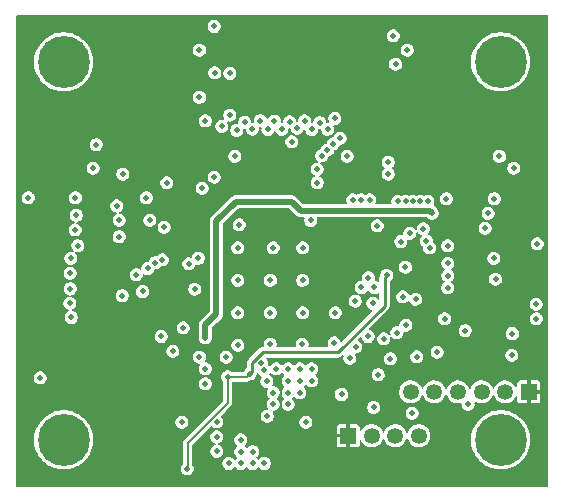
<source format=gbr>
%TF.GenerationSoftware,KiCad,Pcbnew,9.0.6*%
%TF.CreationDate,2026-01-01T11:49:18+08:00*%
%TF.ProjectId,soulcore,736f756c-636f-4726-952e-6b696361645f,rev?*%
%TF.SameCoordinates,Original*%
%TF.FileFunction,Copper,L3,Inr*%
%TF.FilePolarity,Positive*%
%FSLAX46Y46*%
G04 Gerber Fmt 4.6, Leading zero omitted, Abs format (unit mm)*
G04 Created by KiCad (PCBNEW 9.0.6) date 2026-01-01 11:49:18*
%MOMM*%
%LPD*%
G01*
G04 APERTURE LIST*
%TA.AperFunction,ComponentPad*%
%ADD10C,4.400000*%
%TD*%
%TA.AperFunction,ComponentPad*%
%ADD11R,1.350000X1.350000*%
%TD*%
%TA.AperFunction,ComponentPad*%
%ADD12C,1.350000*%
%TD*%
%TA.AperFunction,ViaPad*%
%ADD13C,0.500000*%
%TD*%
%TA.AperFunction,Conductor*%
%ADD14C,0.262600*%
%TD*%
%TA.AperFunction,Conductor*%
%ADD15C,0.500000*%
%TD*%
%TA.AperFunction,Conductor*%
%ADD16C,0.200000*%
%TD*%
G04 APERTURE END LIST*
D10*
%TO.N,GND*%
%TO.C,H4*%
X143500000Y-104000000D03*
%TD*%
%TO.N,GND*%
%TO.C,H3*%
X143500000Y-136000000D03*
%TD*%
%TO.N,GND*%
%TO.C,H2*%
X106500000Y-104000000D03*
%TD*%
D11*
%TO.N,+3V3*%
%TO.C,J2*%
X145880000Y-131940000D03*
D12*
%TO.N,IO37{slash}U0TXD*%
X143880000Y-131940000D03*
%TO.N,IO38{slash}U0RXD*%
X141880000Y-131940000D03*
%TO.N,CHIP_PU*%
X139880000Y-131940000D03*
%TO.N,IO35{slash}BOOT*%
X137880000Y-131940000D03*
%TO.N,GND*%
X135880000Y-131940000D03*
%TD*%
D10*
%TO.N,GND*%
%TO.C,H1*%
X106500000Y-136000000D03*
%TD*%
D11*
%TO.N,+3V3*%
%TO.C,J5*%
X130580000Y-135650000D03*
D12*
%TO.N,JTAG_D-*%
X132580000Y-135650000D03*
%TO.N,JTAG_D+*%
X134580000Y-135650000D03*
%TO.N,GND*%
X136580000Y-135650000D03*
%TD*%
D13*
%TO.N,GND*%
X136410000Y-128980000D03*
X130030000Y-132160000D03*
X136300000Y-124100000D03*
X129400000Y-127800000D03*
X126700000Y-127900000D03*
X124000000Y-127900000D03*
%TO.N,+3V3*%
X131800000Y-103075000D03*
%TO.N,GND*%
X134400000Y-101800000D03*
X134600000Y-104200000D03*
X135600000Y-103000000D03*
X118000000Y-103000000D03*
X146600000Y-119400000D03*
X143400000Y-112000000D03*
X144600000Y-113000000D03*
%TO.N,+3V3*%
X142480000Y-113730000D03*
%TO.N,GND*%
X111000000Y-116200000D03*
X111200000Y-117400000D03*
X111200000Y-118800000D03*
X113800000Y-117400000D03*
X115000000Y-118000000D03*
X113500000Y-115500000D03*
X115250000Y-114250000D03*
X121000000Y-112000000D03*
X119250000Y-113750000D03*
X121250000Y-128000000D03*
X121250000Y-125250000D03*
X121250000Y-122500000D03*
X121250000Y-119750000D03*
X126750000Y-119750000D03*
X124250000Y-119750000D03*
X129500000Y-125250000D03*
X126750000Y-125250000D03*
X124000000Y-125250000D03*
X118000000Y-129000000D03*
X120250000Y-129000000D03*
X118500000Y-130000000D03*
X118500000Y-131250000D03*
X123750000Y-134000000D03*
X126500000Y-132000000D03*
X125500000Y-132000000D03*
X125500000Y-131000000D03*
X126500000Y-131000000D03*
X127500000Y-131000000D03*
X127500000Y-130000000D03*
X126500000Y-130000000D03*
X125500000Y-130000000D03*
X124250000Y-133000000D03*
X124250000Y-132000000D03*
X124500000Y-130000000D03*
X115750000Y-128500000D03*
X114750000Y-127250000D03*
X104500000Y-130750000D03*
X132750000Y-133250000D03*
X136000000Y-133750000D03*
X140750000Y-133000000D03*
X138750000Y-125750000D03*
X140500000Y-126750000D03*
X146500000Y-125750000D03*
X144500000Y-127000000D03*
X146500000Y-124500000D03*
X119250000Y-101000000D03*
X118500000Y-109000000D03*
X118000000Y-107000000D03*
X109250000Y-111000000D03*
X109000000Y-113000000D03*
X111500000Y-113500000D03*
X103500000Y-115500000D03*
X107500000Y-115500000D03*
X121500000Y-136000000D03*
X123500000Y-138000000D03*
X120500000Y-138000000D03*
X116500000Y-134500000D03*
X122500000Y-138000000D03*
X121500000Y-138000000D03*
X122500000Y-137000000D03*
X127000000Y-134500000D03*
X125500000Y-133000000D03*
X121500000Y-137000000D03*
X130500000Y-112000000D03*
X134000000Y-112500000D03*
X134000000Y-113500000D03*
X137330000Y-115815000D03*
X136710000Y-115815000D03*
X136060000Y-115815000D03*
X135470000Y-115815000D03*
X134800000Y-115815000D03*
%TO.N,IO35{slash}BOOT*%
X135220000Y-123890000D03*
%TO.N,VDDO_FLASH*%
X133850000Y-122080000D03*
X116970000Y-138440000D03*
%TO.N,GND*%
X138130000Y-128580000D03*
X144450000Y-128830000D03*
%TO.N,+3V3*%
X132525000Y-103075000D03*
%TO.N,GND*%
X135040000Y-119210000D03*
X133050000Y-117870000D03*
%TO.N,+3V3*%
X131460000Y-117450000D03*
%TO.N,GND*%
X126730000Y-122500000D03*
X124010000Y-122490000D03*
%TO.N,+3V3*%
X131050000Y-125075000D03*
%TO.N,JTAG_D+*%
X139010000Y-119570000D03*
%TO.N,GND*%
X132690000Y-124450000D03*
%TO.N,+3V3*%
X131000000Y-129975000D03*
%TO.N,GND*%
X133140000Y-130480000D03*
X134160000Y-129140000D03*
X125830000Y-110770000D03*
X127980000Y-114220000D03*
%TO.N,+1V2*%
X125830000Y-115850000D03*
%TO.N,+3V3*%
X116230000Y-122680000D03*
X117660000Y-118470000D03*
%TO.N,GND*%
X120570000Y-104980000D03*
X119285000Y-104940000D03*
%TO.N,+3V3*%
X130715000Y-105320000D03*
X130715000Y-104680000D03*
%TO.N,+1V2*%
X137700000Y-116795000D03*
%TO.N,IO28*%
X138900000Y-115600000D03*
%TO.N,+3V3*%
X142470000Y-114290000D03*
X136413200Y-121896800D03*
%TO.N,VDDO_FLASH*%
X120390000Y-130670000D03*
X122290000Y-130390000D03*
%TO.N,FLASH_HD*%
X123700000Y-131040000D03*
%TO.N,FLASH_CK*%
X123480000Y-130120000D03*
%TO.N,FLASH_D*%
X123245000Y-129515000D03*
%TO.N,IO35{slash}BOOT*%
X142180000Y-118090000D03*
%TO.N,CHIP_PU*%
X142430000Y-116825000D03*
%TO.N,IO29*%
X142970000Y-115580000D03*
%TO.N,IO26*%
X133610000Y-127450000D03*
%TO.N,IO27*%
X132270000Y-127250000D03*
%TO.N,IO29*%
X135470000Y-126300000D03*
%TO.N,IO28*%
X134720000Y-126920000D03*
%TO.N,FLASH_HD*%
X119470000Y-136970000D03*
%TO.N,FLASH_CK*%
X119470000Y-135750000D03*
%TO.N,FLASH_D*%
X119480000Y-134470000D03*
%TO.N,+3V3*%
X136400000Y-125080000D03*
%TO.N,JTAG_D-*%
X130730000Y-129080000D03*
%TO.N,JTAG_D+*%
X131240000Y-128120000D03*
%TO.N,IO38{slash}U0RXD*%
X132305000Y-122275000D03*
%TO.N,Net-(U1-GPIO36)*%
X135440000Y-121370000D03*
%TO.N,IO37{slash}U0TXD*%
X132810000Y-123100000D03*
%TO.N,Net-(U1-GPIO36)*%
X131710000Y-123100000D03*
%TO.N,JTAG_D-*%
X139020000Y-121040000D03*
%TO.N,USB_D-*%
X139010000Y-123140000D03*
%TO.N,USB_D+*%
X139030000Y-122090000D03*
%TO.N,IO38{slash}U0RXD*%
X142930000Y-120635000D03*
%TO.N,IO37{slash}U0TXD*%
X143065000Y-122405000D03*
%TO.N,IO35{slash}BOOT*%
X131200000Y-124260000D03*
%TO.N,GND*%
X132410000Y-115675000D03*
X131680000Y-115675000D03*
X130975000Y-115675000D03*
%TO.N,+3V3*%
X131940000Y-114150000D03*
X132030000Y-112480000D03*
%TO.N,IO35{slash}BOOT*%
X137480000Y-119740000D03*
%TO.N,IO26*%
X137210000Y-119150000D03*
%TO.N,IO27*%
X136960000Y-118140000D03*
%TO.N,CHIP_PU*%
X135810000Y-118500000D03*
X121350000Y-117800000D03*
%TO.N,IO39{slash}SDDAT0*%
X129910000Y-110480000D03*
%TO.N,IO40{slash}SDDAT1*%
X129330000Y-110950000D03*
%TO.N,IO41{slash}SDDAT2*%
X128840000Y-111460000D03*
%TO.N,IO42{slash}SDDAT3*%
X128340000Y-111940000D03*
%TO.N,IO43{slash}SDCLK*%
X127960000Y-113080000D03*
%TO.N,IO44{slash}SDCMD*%
X127415000Y-117425000D03*
%TO.N,IO45{slash}SDDET*%
X129470000Y-108790000D03*
%TO.N,IO46*%
X128850000Y-109710000D03*
%TO.N,IO47*%
X127500000Y-109720000D03*
%TO.N,IO48*%
X126280000Y-109610000D03*
%TO.N,IO49*%
X124970000Y-109710000D03*
%TO.N,IO50*%
X123800000Y-109720000D03*
%TO.N,IO51*%
X122480000Y-109690000D03*
%TO.N,IO52*%
X121150000Y-109800000D03*
%TO.N,IO53*%
X119900000Y-109460000D03*
%TO.N,GND*%
X116627500Y-126517500D03*
X112650000Y-122020000D03*
%TO.N,IO4{slash}TRST*%
X117910000Y-120630000D03*
%TO.N,IO5{slash}TDI*%
X117110000Y-121110000D03*
%TO.N,IO6{slash}SWDIO*%
X114832847Y-120768871D03*
%TO.N,IO7{slash}SWCLK*%
X114250000Y-121000000D03*
%TO.N,IO8{slash}BOOT*%
X113640000Y-121490000D03*
%TO.N,IO9{slash}nRST*%
X117590000Y-123250000D03*
%TO.N,IO10{slash}TDO*%
X113180000Y-123440000D03*
%TO.N,IO11{slash}nRST*%
X111470000Y-123790000D03*
%TO.N,+3V3*%
X119335000Y-127055000D03*
%TO.N,+1V2*%
X118502500Y-127372500D03*
%TO.N,IO17*%
X107161000Y-125639000D03*
%TO.N,IO16*%
X107030000Y-124445000D03*
%TO.N,IO15{slash}UART_RX*%
X107050000Y-123200000D03*
%TO.N,IO14{slash}UART_TX*%
X107040000Y-121900000D03*
%TO.N,IO13*%
X107120000Y-120640000D03*
%TO.N,IO12*%
X107705000Y-119555000D03*
%TO.N,IO3*%
X107470000Y-118225000D03*
%TO.N,IO2*%
X107575000Y-117000000D03*
%TO.N,+3V3*%
X116590000Y-111970000D03*
%TO.N,GND*%
X120555000Y-108500000D03*
%TO.N,IO42{slash}SDDAT3*%
X124350000Y-109010000D03*
%TO.N,IO41{slash}SDDAT2*%
X125635000Y-109080000D03*
%TO.N,IO40{slash}SDDAT1*%
X126900000Y-109000000D03*
%TO.N,IO39{slash}SDDAT0*%
X128180000Y-109140000D03*
%TO.N,IO43{slash}SDCLK*%
X123166397Y-108970000D03*
%TO.N,IO44{slash}SDCMD*%
X121825000Y-109105000D03*
%TO.N,+3V3*%
X107840000Y-114285000D03*
X107090000Y-114285000D03*
X110110000Y-113260000D03*
%TO.N,CHIP_PU*%
X118230000Y-114680000D03*
%TD*%
D14*
%TO.N,VDDO_FLASH*%
X122290000Y-130390000D02*
X122430000Y-130250000D01*
X122430000Y-130250000D02*
X122430000Y-129515498D01*
X123345498Y-128600000D02*
X129710000Y-128600000D01*
X133675000Y-122255000D02*
X133850000Y-122080000D01*
X129710000Y-128600000D02*
X133675000Y-124635000D01*
X122430000Y-129515498D02*
X123345498Y-128600000D01*
X133675000Y-124635000D02*
X133675000Y-122255000D01*
D15*
%TO.N,+1V2*%
X137700000Y-116795000D02*
X137495000Y-116590000D01*
X137495000Y-116590000D02*
X126570000Y-116590000D01*
X126570000Y-116590000D02*
X125830000Y-115850000D01*
D16*
%TO.N,VDDO_FLASH*%
X120390000Y-132840000D02*
X120390000Y-130640000D01*
X116990000Y-136240000D02*
X120390000Y-132840000D01*
X116970000Y-138440000D02*
X116990000Y-138420000D01*
X116990000Y-138420000D02*
X116990000Y-136240000D01*
X121990000Y-130660000D02*
X120410000Y-130660000D01*
X122260000Y-130390000D02*
X121990000Y-130660000D01*
X122290000Y-130390000D02*
X122260000Y-130390000D01*
X120410000Y-130660000D02*
X120390000Y-130640000D01*
X120390000Y-130670000D02*
X120390000Y-130700000D01*
X120390000Y-130640000D02*
X120390000Y-130670000D01*
%TO.N,+3V3*%
X131469000Y-117459000D02*
X131460000Y-117450000D01*
D15*
%TO.N,+1V2*%
X125830000Y-115850000D02*
X121060000Y-115850000D01*
X121060000Y-115850000D02*
X119440000Y-117470000D01*
X119440000Y-125320000D02*
X118502500Y-126257500D01*
X119440000Y-117470000D02*
X119440000Y-125320000D01*
X118502500Y-126257500D02*
X118502500Y-127372500D01*
%TD*%
%TA.AperFunction,Conductor*%
%TO.N,+3V3*%
G36*
X147477826Y-100022174D02*
G01*
X147499500Y-100074500D01*
X147499500Y-139925500D01*
X147477826Y-139977826D01*
X147425500Y-139999500D01*
X102574500Y-139999500D01*
X102522174Y-139977826D01*
X102500500Y-139925500D01*
X102500500Y-135859575D01*
X103999500Y-135859575D01*
X103999500Y-136140425D01*
X104013309Y-136262983D01*
X104030945Y-136419512D01*
X104030945Y-136419513D01*
X104093437Y-136693309D01*
X104093442Y-136693325D01*
X104186198Y-136958407D01*
X104308052Y-137211440D01*
X104308054Y-137211444D01*
X104308055Y-137211445D01*
X104433135Y-137410508D01*
X104457477Y-137449248D01*
X104629864Y-137665415D01*
X104632584Y-137668825D01*
X104831175Y-137867416D01*
X105050752Y-138042523D01*
X105288555Y-138191945D01*
X105288558Y-138191946D01*
X105288559Y-138191947D01*
X105331207Y-138212485D01*
X105541592Y-138313801D01*
X105806682Y-138406560D01*
X105806687Y-138406561D01*
X105806690Y-138406562D01*
X106080486Y-138469054D01*
X106080487Y-138469054D01*
X106080491Y-138469055D01*
X106359575Y-138500500D01*
X106359579Y-138500500D01*
X106640421Y-138500500D01*
X106640425Y-138500500D01*
X106919509Y-138469055D01*
X107193318Y-138406560D01*
X107304882Y-138367522D01*
X116419500Y-138367522D01*
X116419500Y-138512477D01*
X116457014Y-138652481D01*
X116457016Y-138652486D01*
X116529491Y-138778015D01*
X116631985Y-138880509D01*
X116757515Y-138952984D01*
X116757516Y-138952984D01*
X116757518Y-138952985D01*
X116827520Y-138971742D01*
X116897522Y-138990499D01*
X116897523Y-138990500D01*
X116897525Y-138990500D01*
X117042477Y-138990500D01*
X117042477Y-138990499D01*
X117182485Y-138952984D01*
X117308015Y-138880509D01*
X117410509Y-138778015D01*
X117482984Y-138652485D01*
X117520499Y-138512477D01*
X117520500Y-138512477D01*
X117520500Y-138367523D01*
X117520499Y-138367522D01*
X117506104Y-138313801D01*
X117501336Y-138296003D01*
X117482985Y-138227518D01*
X117482983Y-138227513D01*
X117410507Y-138101982D01*
X117407556Y-138098136D01*
X117409327Y-138096777D01*
X117390500Y-138051324D01*
X117390500Y-137927522D01*
X119949500Y-137927522D01*
X119949500Y-138072477D01*
X119987014Y-138212481D01*
X119987016Y-138212486D01*
X119995695Y-138227518D01*
X120059491Y-138338015D01*
X120161985Y-138440509D01*
X120287515Y-138512984D01*
X120287516Y-138512984D01*
X120287518Y-138512985D01*
X120357520Y-138531742D01*
X120427522Y-138550499D01*
X120427523Y-138550500D01*
X120427525Y-138550500D01*
X120572477Y-138550500D01*
X120572477Y-138550499D01*
X120712485Y-138512984D01*
X120838015Y-138440509D01*
X120940509Y-138338015D01*
X120940512Y-138338009D01*
X120941290Y-138336997D01*
X120941850Y-138336673D01*
X120943939Y-138334585D01*
X120944498Y-138335144D01*
X120990338Y-138308677D01*
X121045046Y-138323333D01*
X121058710Y-138336997D01*
X121059491Y-138338015D01*
X121161985Y-138440509D01*
X121287515Y-138512984D01*
X121287516Y-138512984D01*
X121287518Y-138512985D01*
X121357520Y-138531742D01*
X121427522Y-138550499D01*
X121427523Y-138550500D01*
X121427525Y-138550500D01*
X121572477Y-138550500D01*
X121572477Y-138550499D01*
X121712485Y-138512984D01*
X121838015Y-138440509D01*
X121940509Y-138338015D01*
X121940512Y-138338009D01*
X121941290Y-138336997D01*
X121941850Y-138336673D01*
X121943939Y-138334585D01*
X121944498Y-138335144D01*
X121990338Y-138308677D01*
X122045046Y-138323333D01*
X122058710Y-138336997D01*
X122059491Y-138338015D01*
X122161985Y-138440509D01*
X122287515Y-138512984D01*
X122287516Y-138512984D01*
X122287518Y-138512985D01*
X122357520Y-138531742D01*
X122427522Y-138550499D01*
X122427523Y-138550500D01*
X122427525Y-138550500D01*
X122572477Y-138550500D01*
X122572477Y-138550499D01*
X122712485Y-138512984D01*
X122838015Y-138440509D01*
X122940509Y-138338015D01*
X122940512Y-138338009D01*
X122941290Y-138336997D01*
X122941850Y-138336673D01*
X122943939Y-138334585D01*
X122944498Y-138335144D01*
X122990338Y-138308677D01*
X123045046Y-138323333D01*
X123058710Y-138336997D01*
X123059491Y-138338015D01*
X123161985Y-138440509D01*
X123287515Y-138512984D01*
X123287516Y-138512984D01*
X123287518Y-138512985D01*
X123357520Y-138531742D01*
X123427522Y-138550499D01*
X123427523Y-138550500D01*
X123427525Y-138550500D01*
X123572477Y-138550500D01*
X123572477Y-138550499D01*
X123712485Y-138512984D01*
X123838015Y-138440509D01*
X123940509Y-138338015D01*
X124012984Y-138212485D01*
X124050499Y-138072477D01*
X124050500Y-138072477D01*
X124050500Y-137927523D01*
X124050499Y-137927522D01*
X124012985Y-137787518D01*
X124012983Y-137787513D01*
X123993563Y-137753876D01*
X123940509Y-137661985D01*
X123838015Y-137559491D01*
X123770481Y-137520500D01*
X123712486Y-137487016D01*
X123712481Y-137487014D01*
X123572477Y-137449500D01*
X123572475Y-137449500D01*
X123427525Y-137449500D01*
X123427523Y-137449500D01*
X123287518Y-137487014D01*
X123287513Y-137487016D01*
X123161984Y-137559491D01*
X123059486Y-137661990D01*
X123058704Y-137663010D01*
X123058143Y-137663333D01*
X123056062Y-137665415D01*
X123055504Y-137664857D01*
X123009653Y-137691325D01*
X122954947Y-137676661D01*
X122941296Y-137663010D01*
X122940513Y-137661990D01*
X122940510Y-137661987D01*
X122940509Y-137661985D01*
X122838015Y-137559491D01*
X122836997Y-137558710D01*
X122836673Y-137558149D01*
X122834585Y-137556061D01*
X122835144Y-137555501D01*
X122808677Y-137509662D01*
X122823333Y-137454954D01*
X122836997Y-137441290D01*
X122838009Y-137440512D01*
X122838015Y-137440509D01*
X122940509Y-137338015D01*
X123012984Y-137212485D01*
X123050499Y-137072477D01*
X123050500Y-137072477D01*
X123050500Y-136927523D01*
X123050499Y-136927522D01*
X123012985Y-136787518D01*
X123012983Y-136787513D01*
X122958594Y-136693309D01*
X122940509Y-136661985D01*
X122838015Y-136559491D01*
X122786054Y-136529491D01*
X122712486Y-136487016D01*
X122712481Y-136487014D01*
X122572477Y-136449500D01*
X122572475Y-136449500D01*
X122427525Y-136449500D01*
X122427523Y-136449500D01*
X122287518Y-136487014D01*
X122287513Y-136487016D01*
X122161984Y-136559491D01*
X122059486Y-136661990D01*
X122058704Y-136663010D01*
X122058143Y-136663333D01*
X122056062Y-136665415D01*
X122055504Y-136664857D01*
X122009653Y-136691325D01*
X121954947Y-136676661D01*
X121941296Y-136663010D01*
X121940513Y-136661990D01*
X121940510Y-136661987D01*
X121940509Y-136661985D01*
X121838015Y-136559491D01*
X121836997Y-136558710D01*
X121836673Y-136558149D01*
X121834585Y-136556061D01*
X121835144Y-136555501D01*
X121808677Y-136509662D01*
X121823333Y-136454954D01*
X121836997Y-136441290D01*
X121838009Y-136440512D01*
X121838015Y-136440509D01*
X121940509Y-136338015D01*
X122012984Y-136212485D01*
X122050499Y-136072477D01*
X122050500Y-136072477D01*
X122050500Y-135927523D01*
X122050499Y-135927522D01*
X122013249Y-135788501D01*
X122012985Y-135787518D01*
X122012983Y-135787513D01*
X121940508Y-135661984D01*
X121838015Y-135559491D01*
X121712486Y-135487016D01*
X121712481Y-135487014D01*
X121572477Y-135449500D01*
X121572475Y-135449500D01*
X121427525Y-135449500D01*
X121427523Y-135449500D01*
X121287518Y-135487014D01*
X121287513Y-135487016D01*
X121161984Y-135559491D01*
X121059491Y-135661984D01*
X120987016Y-135787513D01*
X120987014Y-135787518D01*
X120949500Y-135927522D01*
X120949500Y-136072477D01*
X120987014Y-136212481D01*
X120987016Y-136212486D01*
X121050822Y-136323000D01*
X121059491Y-136338015D01*
X121161985Y-136440509D01*
X121161987Y-136440510D01*
X121161990Y-136440513D01*
X121163010Y-136441296D01*
X121163333Y-136441856D01*
X121165415Y-136443938D01*
X121164857Y-136444495D01*
X121191325Y-136490347D01*
X121176661Y-136545053D01*
X121163010Y-136558704D01*
X121161990Y-136559486D01*
X121059491Y-136661984D01*
X120987016Y-136787513D01*
X120987014Y-136787518D01*
X120949500Y-136927522D01*
X120949500Y-137072477D01*
X120987014Y-137212481D01*
X120987016Y-137212486D01*
X120999999Y-137234973D01*
X121059491Y-137338015D01*
X121161985Y-137440509D01*
X121161987Y-137440510D01*
X121161990Y-137440513D01*
X121163010Y-137441296D01*
X121163333Y-137441856D01*
X121165415Y-137443938D01*
X121164857Y-137444495D01*
X121191325Y-137490347D01*
X121176661Y-137545053D01*
X121163010Y-137558704D01*
X121161990Y-137559486D01*
X121059486Y-137661990D01*
X121058704Y-137663010D01*
X121058143Y-137663333D01*
X121056062Y-137665415D01*
X121055504Y-137664857D01*
X121009653Y-137691325D01*
X120954947Y-137676661D01*
X120941296Y-137663010D01*
X120940513Y-137661990D01*
X120940510Y-137661987D01*
X120940509Y-137661985D01*
X120838015Y-137559491D01*
X120770481Y-137520500D01*
X120712486Y-137487016D01*
X120712481Y-137487014D01*
X120572477Y-137449500D01*
X120572475Y-137449500D01*
X120427525Y-137449500D01*
X120427523Y-137449500D01*
X120287518Y-137487014D01*
X120287513Y-137487016D01*
X120161984Y-137559491D01*
X120059491Y-137661984D01*
X119987016Y-137787513D01*
X119987014Y-137787518D01*
X119949500Y-137927522D01*
X117390500Y-137927522D01*
X117390500Y-136436544D01*
X117412173Y-136384219D01*
X118118870Y-135677522D01*
X118919500Y-135677522D01*
X118919500Y-135822477D01*
X118957014Y-135962481D01*
X118957016Y-135962486D01*
X118975261Y-135994087D01*
X119029491Y-136088015D01*
X119131985Y-136190509D01*
X119257515Y-136262984D01*
X119257516Y-136262984D01*
X119257518Y-136262985D01*
X119352820Y-136288522D01*
X119397753Y-136323000D01*
X119405145Y-136379153D01*
X119370667Y-136424086D01*
X119352820Y-136431478D01*
X119257518Y-136457014D01*
X119257513Y-136457016D01*
X119131984Y-136529491D01*
X119029491Y-136631984D01*
X118957016Y-136757513D01*
X118957014Y-136757518D01*
X118919500Y-136897522D01*
X118919500Y-137042477D01*
X118957014Y-137182481D01*
X118957016Y-137182486D01*
X118974337Y-137212486D01*
X119029491Y-137308015D01*
X119131985Y-137410509D01*
X119257515Y-137482984D01*
X119257516Y-137482984D01*
X119257518Y-137482985D01*
X119321019Y-137500000D01*
X119397522Y-137520499D01*
X119397523Y-137520500D01*
X119397525Y-137520500D01*
X119542477Y-137520500D01*
X119542477Y-137520499D01*
X119682485Y-137482984D01*
X119808015Y-137410509D01*
X119910509Y-137308015D01*
X119982984Y-137182485D01*
X120020499Y-137042477D01*
X120020500Y-137042477D01*
X120020500Y-136897523D01*
X120020499Y-136897522D01*
X119982985Y-136757518D01*
X119982983Y-136757513D01*
X119945920Y-136693318D01*
X119910509Y-136631985D01*
X119808015Y-136529491D01*
X119782010Y-136514477D01*
X119682486Y-136457016D01*
X119682481Y-136457014D01*
X119587179Y-136431478D01*
X119542246Y-136397000D01*
X119534854Y-136340847D01*
X119569332Y-136295914D01*
X119587179Y-136288522D01*
X119682481Y-136262985D01*
X119682480Y-136262985D01*
X119682485Y-136262984D01*
X119808015Y-136190509D01*
X119910509Y-136088015D01*
X119982984Y-135962485D01*
X120020499Y-135822477D01*
X120020500Y-135822477D01*
X120020500Y-135677523D01*
X120020499Y-135677522D01*
X119982985Y-135537518D01*
X119982983Y-135537513D01*
X119910508Y-135411984D01*
X119808015Y-135309491D01*
X119682486Y-135237016D01*
X119682481Y-135237014D01*
X119542477Y-135199500D01*
X119542475Y-135199500D01*
X119397525Y-135199500D01*
X119397523Y-135199500D01*
X119257518Y-135237014D01*
X119257513Y-135237016D01*
X119131984Y-135309491D01*
X119029491Y-135411984D01*
X118957016Y-135537513D01*
X118957014Y-135537518D01*
X118919500Y-135677522D01*
X118118870Y-135677522D01*
X118961608Y-134834783D01*
X119013934Y-134813110D01*
X119066260Y-134834784D01*
X119141985Y-134910509D01*
X119267515Y-134982984D01*
X119267516Y-134982984D01*
X119267518Y-134982985D01*
X119337520Y-135001742D01*
X119407522Y-135020499D01*
X119407523Y-135020500D01*
X119407525Y-135020500D01*
X119552477Y-135020500D01*
X119552477Y-135020499D01*
X119692485Y-134982984D01*
X119818015Y-134910509D01*
X119920509Y-134808015D01*
X119992984Y-134682485D01*
X120030499Y-134542477D01*
X120030500Y-134542477D01*
X120030500Y-134397523D01*
X120030499Y-134397522D01*
X119992985Y-134257518D01*
X119992983Y-134257513D01*
X119966986Y-134212485D01*
X119920509Y-134131985D01*
X119844784Y-134056260D01*
X119823110Y-134003934D01*
X119844784Y-133951608D01*
X120245893Y-133550499D01*
X120710480Y-133085913D01*
X120763207Y-132994588D01*
X120790500Y-132892727D01*
X120790500Y-132787273D01*
X120790500Y-131134500D01*
X120812174Y-131082174D01*
X120864500Y-131060500D01*
X122042726Y-131060500D01*
X122042727Y-131060500D01*
X122144588Y-131033207D01*
X122235913Y-130980480D01*
X122254220Y-130962173D01*
X122306545Y-130940500D01*
X122362477Y-130940500D01*
X122362477Y-130940499D01*
X122502485Y-130902984D01*
X122628015Y-130830509D01*
X122730509Y-130728015D01*
X122802984Y-130602485D01*
X122840499Y-130462477D01*
X122840500Y-130462477D01*
X122840500Y-130396085D01*
X122843019Y-130376943D01*
X122844219Y-130372462D01*
X122878691Y-130327523D01*
X122934842Y-130320123D01*
X122979781Y-130354595D01*
X122979786Y-130354604D01*
X123031364Y-130443938D01*
X123039491Y-130458015D01*
X123141985Y-130560509D01*
X123227289Y-130609759D01*
X123261767Y-130654692D01*
X123254375Y-130710845D01*
X123187016Y-130827513D01*
X123187014Y-130827518D01*
X123149500Y-130967522D01*
X123149500Y-131112477D01*
X123187014Y-131252481D01*
X123187016Y-131252486D01*
X123234739Y-131335144D01*
X123259491Y-131378015D01*
X123361985Y-131480509D01*
X123418233Y-131512984D01*
X123483212Y-131550500D01*
X123487515Y-131552984D01*
X123487516Y-131552984D01*
X123487518Y-131552985D01*
X123557520Y-131571742D01*
X123627522Y-131590499D01*
X123627523Y-131590500D01*
X123722591Y-131590500D01*
X123774917Y-131612174D01*
X123796591Y-131664500D01*
X123786677Y-131701500D01*
X123737016Y-131787513D01*
X123737014Y-131787518D01*
X123699500Y-131927522D01*
X123699500Y-132072477D01*
X123737014Y-132212481D01*
X123737016Y-132212486D01*
X123764495Y-132260080D01*
X123809491Y-132338015D01*
X123911985Y-132440509D01*
X123911987Y-132440510D01*
X123911990Y-132440513D01*
X123913010Y-132441296D01*
X123913333Y-132441856D01*
X123915415Y-132443938D01*
X123914857Y-132444495D01*
X123941325Y-132490347D01*
X123926661Y-132545053D01*
X123913010Y-132558704D01*
X123911990Y-132559486D01*
X123809491Y-132661984D01*
X123737016Y-132787513D01*
X123737014Y-132787518D01*
X123699500Y-132927522D01*
X123699500Y-133072477D01*
X123737014Y-133212481D01*
X123737016Y-133212486D01*
X123809771Y-133338500D01*
X123817164Y-133394652D01*
X123782685Y-133439586D01*
X123745685Y-133449500D01*
X123677523Y-133449500D01*
X123537518Y-133487014D01*
X123537513Y-133487016D01*
X123411984Y-133559491D01*
X123309491Y-133661984D01*
X123237016Y-133787513D01*
X123237014Y-133787518D01*
X123199500Y-133927522D01*
X123199500Y-134072477D01*
X123237014Y-134212481D01*
X123237016Y-134212486D01*
X123305542Y-134331175D01*
X123309491Y-134338015D01*
X123411985Y-134440509D01*
X123537515Y-134512984D01*
X123537516Y-134512984D01*
X123537518Y-134512985D01*
X123607520Y-134531742D01*
X123677522Y-134550499D01*
X123677523Y-134550500D01*
X123677525Y-134550500D01*
X123822477Y-134550500D01*
X123822477Y-134550499D01*
X123962485Y-134512984D01*
X124088015Y-134440509D01*
X124101002Y-134427522D01*
X126449500Y-134427522D01*
X126449500Y-134572477D01*
X126487014Y-134712481D01*
X126487016Y-134712486D01*
X126530935Y-134788555D01*
X126559491Y-134838015D01*
X126661985Y-134940509D01*
X126787515Y-135012984D01*
X126787516Y-135012984D01*
X126787518Y-135012985D01*
X126844133Y-135028155D01*
X126927522Y-135050499D01*
X126927523Y-135050500D01*
X126927525Y-135050500D01*
X127072477Y-135050500D01*
X127072477Y-135050499D01*
X127212485Y-135012984D01*
X127338015Y-134940509D01*
X127348314Y-134930210D01*
X129605000Y-134930210D01*
X129605000Y-135500000D01*
X130206082Y-135500000D01*
X130180000Y-135597339D01*
X130180000Y-135702661D01*
X130206082Y-135800000D01*
X129605001Y-135800000D01*
X129605001Y-136369792D01*
X129607908Y-136394868D01*
X129607910Y-136394874D01*
X129653213Y-136497478D01*
X129732521Y-136576786D01*
X129835124Y-136622089D01*
X129835123Y-136622089D01*
X129860210Y-136624999D01*
X130430000Y-136624999D01*
X130430000Y-136023918D01*
X130527339Y-136050000D01*
X130632661Y-136050000D01*
X130730000Y-136023918D01*
X130730000Y-136624999D01*
X131299792Y-136624999D01*
X131324868Y-136622091D01*
X131324874Y-136622089D01*
X131427478Y-136576786D01*
X131506786Y-136497478D01*
X131552089Y-136394875D01*
X131554999Y-136369789D01*
X131554999Y-136096558D01*
X131576673Y-136044232D01*
X131628999Y-136022558D01*
X131681325Y-136044232D01*
X131697366Y-136068239D01*
X131715522Y-136112072D01*
X131816359Y-136262984D01*
X131822280Y-136271845D01*
X131958155Y-136407720D01*
X132117927Y-136514477D01*
X132295457Y-136588012D01*
X132483922Y-136625500D01*
X132483924Y-136625500D01*
X132676076Y-136625500D01*
X132676078Y-136625500D01*
X132864543Y-136588012D01*
X133042073Y-136514477D01*
X133201845Y-136407720D01*
X133337720Y-136271845D01*
X133444477Y-136112073D01*
X133511633Y-135949942D01*
X133551681Y-135909894D01*
X133608318Y-135909894D01*
X133648366Y-135949941D01*
X133648367Y-135949943D01*
X133715521Y-136112070D01*
X133816358Y-136262983D01*
X133822280Y-136271845D01*
X133958155Y-136407720D01*
X134117927Y-136514477D01*
X134295457Y-136588012D01*
X134483922Y-136625500D01*
X134483924Y-136625500D01*
X134676076Y-136625500D01*
X134676078Y-136625500D01*
X134864543Y-136588012D01*
X135042073Y-136514477D01*
X135201845Y-136407720D01*
X135337720Y-136271845D01*
X135444477Y-136112073D01*
X135511633Y-135949942D01*
X135551681Y-135909894D01*
X135608318Y-135909894D01*
X135648366Y-135949941D01*
X135648367Y-135949943D01*
X135715521Y-136112070D01*
X135816358Y-136262983D01*
X135822280Y-136271845D01*
X135958155Y-136407720D01*
X136117927Y-136514477D01*
X136295457Y-136588012D01*
X136483922Y-136625500D01*
X136483924Y-136625500D01*
X136676076Y-136625500D01*
X136676078Y-136625500D01*
X136864543Y-136588012D01*
X137042073Y-136514477D01*
X137201845Y-136407720D01*
X137337720Y-136271845D01*
X137444477Y-136112073D01*
X137518012Y-135934543D01*
X137525757Y-135895606D01*
X137532924Y-135859575D01*
X140999500Y-135859575D01*
X140999500Y-136140425D01*
X141013309Y-136262983D01*
X141030945Y-136419512D01*
X141030945Y-136419513D01*
X141093437Y-136693309D01*
X141093442Y-136693325D01*
X141186198Y-136958407D01*
X141308052Y-137211440D01*
X141308054Y-137211444D01*
X141308055Y-137211445D01*
X141433135Y-137410508D01*
X141457477Y-137449248D01*
X141629864Y-137665415D01*
X141632584Y-137668825D01*
X141831175Y-137867416D01*
X142050752Y-138042523D01*
X142288555Y-138191945D01*
X142288558Y-138191946D01*
X142288559Y-138191947D01*
X142331207Y-138212485D01*
X142541592Y-138313801D01*
X142806682Y-138406560D01*
X142806687Y-138406561D01*
X142806690Y-138406562D01*
X143080486Y-138469054D01*
X143080487Y-138469054D01*
X143080491Y-138469055D01*
X143359575Y-138500500D01*
X143359579Y-138500500D01*
X143640421Y-138500500D01*
X143640425Y-138500500D01*
X143919509Y-138469055D01*
X144193318Y-138406560D01*
X144458408Y-138313801D01*
X144711445Y-138191945D01*
X144949248Y-138042523D01*
X145168825Y-137867416D01*
X145367416Y-137668825D01*
X145542523Y-137449248D01*
X145691945Y-137211445D01*
X145813801Y-136958408D01*
X145906560Y-136693318D01*
X145969055Y-136419509D01*
X146000500Y-136140425D01*
X146000500Y-135859575D01*
X145969055Y-135580491D01*
X145959246Y-135537513D01*
X145906562Y-135306690D01*
X145906557Y-135306674D01*
X145865006Y-135187929D01*
X145813801Y-135041592D01*
X145691945Y-134788555D01*
X145542523Y-134550752D01*
X145367416Y-134331175D01*
X145168825Y-134132584D01*
X145077169Y-134059491D01*
X144949248Y-133957477D01*
X144711440Y-133808052D01*
X144458407Y-133686198D01*
X144193325Y-133593442D01*
X144193309Y-133593437D01*
X143919513Y-133530945D01*
X143779967Y-133515222D01*
X143640425Y-133499500D01*
X143359575Y-133499500D01*
X143220033Y-133515222D01*
X143080487Y-133530945D01*
X143080486Y-133530945D01*
X142806690Y-133593437D01*
X142806674Y-133593442D01*
X142541592Y-133686198D01*
X142288559Y-133808052D01*
X142050751Y-133957477D01*
X141831175Y-134132583D01*
X141632583Y-134331175D01*
X141457477Y-134550751D01*
X141308052Y-134788559D01*
X141186198Y-135041592D01*
X141093442Y-135306674D01*
X141093437Y-135306690D01*
X141030945Y-135580486D01*
X141030945Y-135580487D01*
X141021763Y-135661984D01*
X140999500Y-135859575D01*
X137532924Y-135859575D01*
X137536209Y-135843062D01*
X137536209Y-135843061D01*
X137544774Y-135800000D01*
X137555500Y-135746078D01*
X137555500Y-135553922D01*
X137518012Y-135365457D01*
X137464810Y-135237016D01*
X137444478Y-135187929D01*
X137337722Y-135028158D01*
X137337720Y-135028155D01*
X137201845Y-134892280D01*
X137177097Y-134875744D01*
X137042070Y-134785521D01*
X136864547Y-134711989D01*
X136864537Y-134711986D01*
X136716201Y-134682481D01*
X136676078Y-134674500D01*
X136483922Y-134674500D01*
X136443799Y-134682481D01*
X136295462Y-134711986D01*
X136295452Y-134711989D01*
X136117929Y-134785521D01*
X135958158Y-134892277D01*
X135822277Y-135028158D01*
X135715521Y-135187929D01*
X135648367Y-135350056D01*
X135608319Y-135390105D01*
X135551682Y-135390105D01*
X135511633Y-135350057D01*
X135511633Y-135350056D01*
X135444478Y-135187929D01*
X135337722Y-135028158D01*
X135337720Y-135028155D01*
X135201845Y-134892280D01*
X135177097Y-134875744D01*
X135042070Y-134785521D01*
X134864547Y-134711989D01*
X134864537Y-134711986D01*
X134716201Y-134682481D01*
X134676078Y-134674500D01*
X134483922Y-134674500D01*
X134443799Y-134682481D01*
X134295462Y-134711986D01*
X134295452Y-134711989D01*
X134117929Y-134785521D01*
X133958158Y-134892277D01*
X133822277Y-135028158D01*
X133715521Y-135187929D01*
X133648367Y-135350056D01*
X133608319Y-135390105D01*
X133551682Y-135390105D01*
X133511633Y-135350057D01*
X133511633Y-135350056D01*
X133444478Y-135187929D01*
X133337722Y-135028158D01*
X133337720Y-135028155D01*
X133201845Y-134892280D01*
X133177097Y-134875744D01*
X133042070Y-134785521D01*
X132864547Y-134711989D01*
X132864537Y-134711986D01*
X132716201Y-134682481D01*
X132676078Y-134674500D01*
X132483922Y-134674500D01*
X132443799Y-134682481D01*
X132295462Y-134711986D01*
X132295452Y-134711989D01*
X132117929Y-134785521D01*
X131958158Y-134892277D01*
X131822277Y-135028158D01*
X131715522Y-135187927D01*
X131697366Y-135231761D01*
X131657317Y-135271809D01*
X131600680Y-135271809D01*
X131560632Y-135231760D01*
X131554999Y-135203442D01*
X131554999Y-134930207D01*
X131552091Y-134905131D01*
X131552089Y-134905125D01*
X131506786Y-134802521D01*
X131427478Y-134723213D01*
X131324875Y-134677910D01*
X131324876Y-134677910D01*
X131299789Y-134675000D01*
X130730000Y-134675000D01*
X130730000Y-135276081D01*
X130632661Y-135250000D01*
X130527339Y-135250000D01*
X130430000Y-135276081D01*
X130430000Y-134675000D01*
X129860207Y-134675000D01*
X129835131Y-134677908D01*
X129835125Y-134677910D01*
X129732521Y-134723213D01*
X129653213Y-134802521D01*
X129607910Y-134905124D01*
X129605000Y-134930210D01*
X127348314Y-134930210D01*
X127440509Y-134838015D01*
X127512984Y-134712485D01*
X127550499Y-134572477D01*
X127550500Y-134572477D01*
X127550500Y-134427523D01*
X127550499Y-134427522D01*
X127512985Y-134287518D01*
X127512983Y-134287513D01*
X127440508Y-134161984D01*
X127338015Y-134059491D01*
X127212486Y-133987016D01*
X127212481Y-133987014D01*
X127072477Y-133949500D01*
X127072475Y-133949500D01*
X126927525Y-133949500D01*
X126927523Y-133949500D01*
X126787518Y-133987014D01*
X126787513Y-133987016D01*
X126661984Y-134059491D01*
X126559491Y-134161984D01*
X126487016Y-134287513D01*
X126487014Y-134287518D01*
X126449500Y-134427522D01*
X124101002Y-134427522D01*
X124190509Y-134338015D01*
X124262984Y-134212485D01*
X124300499Y-134072477D01*
X124300500Y-134072477D01*
X124300500Y-133927523D01*
X124300499Y-133927522D01*
X124262985Y-133787518D01*
X124262983Y-133787513D01*
X124190229Y-133661500D01*
X124182836Y-133605348D01*
X124217315Y-133560414D01*
X124254315Y-133550500D01*
X124322477Y-133550500D01*
X124322477Y-133550499D01*
X124462485Y-133512984D01*
X124588015Y-133440509D01*
X124690509Y-133338015D01*
X124762984Y-133212485D01*
X124800499Y-133072477D01*
X124800500Y-133072477D01*
X124800500Y-132927523D01*
X124800499Y-132927522D01*
X124797143Y-132914999D01*
X124767529Y-132804477D01*
X124762985Y-132787518D01*
X124762983Y-132787513D01*
X124718519Y-132710500D01*
X124690509Y-132661985D01*
X124588015Y-132559491D01*
X124586997Y-132558710D01*
X124586673Y-132558149D01*
X124584585Y-132556061D01*
X124585144Y-132555501D01*
X124558677Y-132509662D01*
X124573333Y-132454954D01*
X124586997Y-132441290D01*
X124588009Y-132440512D01*
X124588015Y-132440509D01*
X124690509Y-132338015D01*
X124762984Y-132212485D01*
X124800499Y-132072477D01*
X124800500Y-132072477D01*
X124800500Y-131927523D01*
X124800499Y-131927522D01*
X124762985Y-131787518D01*
X124762983Y-131787513D01*
X124709220Y-131694394D01*
X124690509Y-131661985D01*
X124588015Y-131559491D01*
X124572442Y-131550500D01*
X124462486Y-131487016D01*
X124462481Y-131487014D01*
X124322477Y-131449500D01*
X124322475Y-131449500D01*
X124227409Y-131449500D01*
X124175083Y-131427826D01*
X124153409Y-131375500D01*
X124163323Y-131338500D01*
X124172575Y-131322475D01*
X124212984Y-131252485D01*
X124250499Y-131112477D01*
X124250500Y-131112477D01*
X124250500Y-130967523D01*
X124250499Y-130967522D01*
X124249149Y-130962485D01*
X124212984Y-130827515D01*
X124140509Y-130701985D01*
X124038015Y-130599491D01*
X123952709Y-130550239D01*
X123948730Y-130545053D01*
X123918231Y-130505307D01*
X123919422Y-130496264D01*
X123925623Y-130449156D01*
X123967084Y-130377343D01*
X124012016Y-130342866D01*
X124068169Y-130350259D01*
X124083495Y-130362019D01*
X124161985Y-130440509D01*
X124287515Y-130512984D01*
X124287516Y-130512984D01*
X124287518Y-130512985D01*
X124351500Y-130530129D01*
X124427522Y-130550499D01*
X124427523Y-130550500D01*
X124427525Y-130550500D01*
X124572477Y-130550500D01*
X124572477Y-130550499D01*
X124712485Y-130512984D01*
X124838015Y-130440509D01*
X124940509Y-130338015D01*
X124940512Y-130338009D01*
X124941290Y-130336997D01*
X124941850Y-130336673D01*
X124943939Y-130334585D01*
X124944498Y-130335144D01*
X124990338Y-130308677D01*
X125045046Y-130323333D01*
X125058710Y-130336997D01*
X125059491Y-130338015D01*
X125161985Y-130440509D01*
X125161987Y-130440510D01*
X125161990Y-130440513D01*
X125163010Y-130441296D01*
X125163333Y-130441856D01*
X125165415Y-130443938D01*
X125164857Y-130444495D01*
X125191325Y-130490347D01*
X125176661Y-130545053D01*
X125163010Y-130558704D01*
X125161990Y-130559486D01*
X125059491Y-130661984D01*
X124987016Y-130787513D01*
X124987014Y-130787518D01*
X124949500Y-130927522D01*
X124949500Y-131072477D01*
X124987014Y-131212481D01*
X124987016Y-131212486D01*
X125050519Y-131322475D01*
X125059491Y-131338015D01*
X125161985Y-131440509D01*
X125161987Y-131440510D01*
X125161990Y-131440513D01*
X125163010Y-131441296D01*
X125163333Y-131441856D01*
X125165415Y-131443938D01*
X125164857Y-131444495D01*
X125191325Y-131490347D01*
X125176661Y-131545053D01*
X125163010Y-131558704D01*
X125161990Y-131559486D01*
X125059491Y-131661984D01*
X124987016Y-131787513D01*
X124987014Y-131787518D01*
X124949500Y-131927522D01*
X124949500Y-132072477D01*
X124987014Y-132212481D01*
X124987016Y-132212486D01*
X125014495Y-132260080D01*
X125059491Y-132338015D01*
X125161985Y-132440509D01*
X125161987Y-132440510D01*
X125161990Y-132440513D01*
X125163010Y-132441296D01*
X125163333Y-132441856D01*
X125165415Y-132443938D01*
X125164857Y-132444495D01*
X125191325Y-132490347D01*
X125176661Y-132545053D01*
X125163010Y-132558704D01*
X125161990Y-132559486D01*
X125059491Y-132661984D01*
X124987016Y-132787513D01*
X124987014Y-132787518D01*
X124949500Y-132927522D01*
X124949500Y-133072477D01*
X124987014Y-133212481D01*
X124987016Y-133212486D01*
X125050519Y-133322475D01*
X125059491Y-133338015D01*
X125161985Y-133440509D01*
X125287515Y-133512984D01*
X125287516Y-133512984D01*
X125287518Y-133512985D01*
X125354546Y-133530945D01*
X125427522Y-133550499D01*
X125427523Y-133550500D01*
X125427525Y-133550500D01*
X125572477Y-133550500D01*
X125572477Y-133550499D01*
X125712485Y-133512984D01*
X125838015Y-133440509D01*
X125940509Y-133338015D01*
X126012984Y-133212485D01*
X126022352Y-133177525D01*
X126022353Y-133177522D01*
X132199500Y-133177522D01*
X132199500Y-133322477D01*
X132237014Y-133462481D01*
X132237016Y-133462486D01*
X132309491Y-133588015D01*
X132411985Y-133690509D01*
X132537515Y-133762984D01*
X132537516Y-133762984D01*
X132537518Y-133762985D01*
X132607520Y-133781742D01*
X132677522Y-133800499D01*
X132677523Y-133800500D01*
X132677525Y-133800500D01*
X132822477Y-133800500D01*
X132822477Y-133800499D01*
X132962485Y-133762984D01*
X133088015Y-133690509D01*
X133101002Y-133677522D01*
X135449500Y-133677522D01*
X135449500Y-133822477D01*
X135487014Y-133962481D01*
X135487016Y-133962486D01*
X135550519Y-134072475D01*
X135559491Y-134088015D01*
X135661985Y-134190509D01*
X135753876Y-134243563D01*
X135778047Y-134257518D01*
X135787515Y-134262984D01*
X135787516Y-134262984D01*
X135787518Y-134262985D01*
X135857520Y-134281742D01*
X135927522Y-134300499D01*
X135927523Y-134300500D01*
X135927525Y-134300500D01*
X136072477Y-134300500D01*
X136072477Y-134300499D01*
X136212485Y-134262984D01*
X136338015Y-134190509D01*
X136440509Y-134088015D01*
X136512984Y-133962485D01*
X136550499Y-133822477D01*
X136550500Y-133822477D01*
X136550500Y-133677523D01*
X136550499Y-133677522D01*
X136512985Y-133537518D01*
X136512983Y-133537513D01*
X136440508Y-133411984D01*
X136338015Y-133309491D01*
X136212486Y-133237016D01*
X136212481Y-133237014D01*
X136072477Y-133199500D01*
X136072475Y-133199500D01*
X135927525Y-133199500D01*
X135927523Y-133199500D01*
X135787518Y-133237014D01*
X135787513Y-133237016D01*
X135661984Y-133309491D01*
X135559491Y-133411984D01*
X135487016Y-133537513D01*
X135487014Y-133537518D01*
X135449500Y-133677522D01*
X133101002Y-133677522D01*
X133190509Y-133588015D01*
X133262984Y-133462485D01*
X133300499Y-133322477D01*
X133300500Y-133322477D01*
X133300500Y-133177523D01*
X133300499Y-133177522D01*
X133262985Y-133037518D01*
X133262983Y-133037513D01*
X133218939Y-132961227D01*
X133190509Y-132911985D01*
X133088015Y-132809491D01*
X133049948Y-132787513D01*
X132962486Y-132737016D01*
X132962481Y-132737014D01*
X132822477Y-132699500D01*
X132822475Y-132699500D01*
X132677525Y-132699500D01*
X132677523Y-132699500D01*
X132537518Y-132737014D01*
X132537513Y-132737016D01*
X132411984Y-132809491D01*
X132309491Y-132911984D01*
X132237016Y-133037513D01*
X132237014Y-133037518D01*
X132199500Y-133177522D01*
X126022353Y-133177522D01*
X126028784Y-133153522D01*
X126050499Y-133072477D01*
X126050500Y-133072477D01*
X126050500Y-132927523D01*
X126050499Y-132927522D01*
X126047143Y-132914999D01*
X126017529Y-132804477D01*
X126012985Y-132787518D01*
X126012983Y-132787513D01*
X125968519Y-132710500D01*
X125940509Y-132661985D01*
X125838015Y-132559491D01*
X125836997Y-132558710D01*
X125836673Y-132558149D01*
X125834585Y-132556061D01*
X125835144Y-132555501D01*
X125808677Y-132509662D01*
X125823333Y-132454954D01*
X125836997Y-132441290D01*
X125838009Y-132440512D01*
X125838015Y-132440509D01*
X125940509Y-132338015D01*
X125940512Y-132338009D01*
X125941290Y-132336997D01*
X125941850Y-132336673D01*
X125943939Y-132334585D01*
X125944498Y-132335144D01*
X125990338Y-132308677D01*
X126045046Y-132323333D01*
X126058710Y-132336997D01*
X126059491Y-132338015D01*
X126161985Y-132440509D01*
X126287515Y-132512984D01*
X126287516Y-132512984D01*
X126287518Y-132512985D01*
X126357520Y-132531742D01*
X126427522Y-132550499D01*
X126427523Y-132550500D01*
X126427525Y-132550500D01*
X126572477Y-132550500D01*
X126572477Y-132550499D01*
X126712485Y-132512984D01*
X126838015Y-132440509D01*
X126940509Y-132338015D01*
X127012984Y-132212485D01*
X127045804Y-132090000D01*
X127046468Y-132087522D01*
X129479500Y-132087522D01*
X129479500Y-132232477D01*
X129517014Y-132372481D01*
X129517016Y-132372486D01*
X129583141Y-132487016D01*
X129589491Y-132498015D01*
X129691985Y-132600509D01*
X129817515Y-132672984D01*
X129817516Y-132672984D01*
X129817518Y-132672985D01*
X129861892Y-132684875D01*
X129957522Y-132710499D01*
X129957523Y-132710500D01*
X129957525Y-132710500D01*
X130102477Y-132710500D01*
X130102477Y-132710499D01*
X130242485Y-132672984D01*
X130368015Y-132600509D01*
X130470509Y-132498015D01*
X130542984Y-132372485D01*
X130580499Y-132232477D01*
X130580500Y-132232477D01*
X130580500Y-132087523D01*
X130580499Y-132087522D01*
X130542985Y-131947518D01*
X130542983Y-131947513D01*
X130502438Y-131877287D01*
X130483174Y-131843922D01*
X134904500Y-131843922D01*
X134904500Y-132036078D01*
X134915226Y-132090000D01*
X134941986Y-132224537D01*
X134941989Y-132224547D01*
X135015521Y-132402070D01*
X135120703Y-132559486D01*
X135122280Y-132561845D01*
X135258155Y-132697720D01*
X135417927Y-132804477D01*
X135417928Y-132804477D01*
X135417929Y-132804478D01*
X135595452Y-132878010D01*
X135595457Y-132878012D01*
X135783922Y-132915500D01*
X135783924Y-132915500D01*
X135976076Y-132915500D01*
X135976078Y-132915500D01*
X136164543Y-132878012D01*
X136342073Y-132804477D01*
X136501845Y-132697720D01*
X136637720Y-132561845D01*
X136744477Y-132402073D01*
X136811633Y-132239942D01*
X136851681Y-132199894D01*
X136908318Y-132199894D01*
X136948366Y-132239941D01*
X136948367Y-132239943D01*
X137015521Y-132402070D01*
X137120703Y-132559486D01*
X137122280Y-132561845D01*
X137258155Y-132697720D01*
X137417927Y-132804477D01*
X137417928Y-132804477D01*
X137417929Y-132804478D01*
X137595452Y-132878010D01*
X137595457Y-132878012D01*
X137783922Y-132915500D01*
X137783924Y-132915500D01*
X137976076Y-132915500D01*
X137976078Y-132915500D01*
X138164543Y-132878012D01*
X138342073Y-132804477D01*
X138501845Y-132697720D01*
X138637720Y-132561845D01*
X138744477Y-132402073D01*
X138811633Y-132239942D01*
X138851681Y-132199894D01*
X138908318Y-132199894D01*
X138948366Y-132239941D01*
X138948367Y-132239943D01*
X139015521Y-132402070D01*
X139120703Y-132559486D01*
X139122280Y-132561845D01*
X139258155Y-132697720D01*
X139417927Y-132804477D01*
X139417928Y-132804477D01*
X139417929Y-132804478D01*
X139595452Y-132878010D01*
X139595457Y-132878012D01*
X139783922Y-132915500D01*
X139783924Y-132915500D01*
X139976076Y-132915500D01*
X139976078Y-132915500D01*
X140111065Y-132888649D01*
X140166612Y-132899698D01*
X140198078Y-132946790D01*
X140199500Y-132961227D01*
X140199500Y-133072477D01*
X140237014Y-133212481D01*
X140237016Y-133212486D01*
X140300519Y-133322475D01*
X140309491Y-133338015D01*
X140411985Y-133440509D01*
X140537515Y-133512984D01*
X140537516Y-133512984D01*
X140537518Y-133512985D01*
X140604546Y-133530945D01*
X140677522Y-133550499D01*
X140677523Y-133550500D01*
X140677525Y-133550500D01*
X140822477Y-133550500D01*
X140822477Y-133550499D01*
X140962485Y-133512984D01*
X141088015Y-133440509D01*
X141190509Y-133338015D01*
X141262984Y-133212485D01*
X141300499Y-133072477D01*
X141300500Y-133072477D01*
X141300500Y-132927523D01*
X141285617Y-132871983D01*
X141293009Y-132815830D01*
X141337941Y-132781351D01*
X141394094Y-132788743D01*
X141398206Y-132791299D01*
X141417927Y-132804477D01*
X141595457Y-132878012D01*
X141783922Y-132915500D01*
X141783924Y-132915500D01*
X141976076Y-132915500D01*
X141976078Y-132915500D01*
X142164543Y-132878012D01*
X142342073Y-132804477D01*
X142501845Y-132697720D01*
X142637720Y-132561845D01*
X142744477Y-132402073D01*
X142811633Y-132239942D01*
X142851681Y-132199894D01*
X142908318Y-132199894D01*
X142948366Y-132239941D01*
X142948367Y-132239943D01*
X143015521Y-132402070D01*
X143120703Y-132559486D01*
X143122280Y-132561845D01*
X143258155Y-132697720D01*
X143417927Y-132804477D01*
X143417928Y-132804477D01*
X143417929Y-132804478D01*
X143595452Y-132878010D01*
X143595457Y-132878012D01*
X143783922Y-132915500D01*
X143783924Y-132915500D01*
X143976076Y-132915500D01*
X143976078Y-132915500D01*
X144164543Y-132878012D01*
X144342073Y-132804477D01*
X144501845Y-132697720D01*
X144637720Y-132561845D01*
X144744477Y-132402073D01*
X144762633Y-132358238D01*
X144802680Y-132318190D01*
X144859317Y-132318189D01*
X144899367Y-132358237D01*
X144905000Y-132386557D01*
X144905000Y-132659792D01*
X144907908Y-132684868D01*
X144907910Y-132684874D01*
X144953213Y-132787478D01*
X145032521Y-132866786D01*
X145135124Y-132912089D01*
X145135123Y-132912089D01*
X145160210Y-132914999D01*
X145730000Y-132914999D01*
X145730000Y-132313918D01*
X145827339Y-132340000D01*
X145932661Y-132340000D01*
X146030000Y-132313918D01*
X146030000Y-132914999D01*
X146599792Y-132914999D01*
X146624868Y-132912091D01*
X146624874Y-132912089D01*
X146727478Y-132866786D01*
X146806786Y-132787478D01*
X146852089Y-132684875D01*
X146855000Y-132659789D01*
X146855000Y-132090000D01*
X146253918Y-132090000D01*
X146280000Y-131992661D01*
X146280000Y-131887339D01*
X146253918Y-131790000D01*
X146854999Y-131790000D01*
X146854999Y-131220207D01*
X146852091Y-131195131D01*
X146852089Y-131195125D01*
X146806786Y-131092521D01*
X146727478Y-131013213D01*
X146624875Y-130967910D01*
X146624876Y-130967910D01*
X146599789Y-130965000D01*
X146030000Y-130965000D01*
X146030000Y-131566081D01*
X145932661Y-131540000D01*
X145827339Y-131540000D01*
X145730000Y-131566081D01*
X145730000Y-130965000D01*
X145160207Y-130965000D01*
X145135131Y-130967908D01*
X145135125Y-130967910D01*
X145032521Y-131013213D01*
X144953213Y-131092521D01*
X144907910Y-131195124D01*
X144905000Y-131220210D01*
X144905000Y-131493441D01*
X144883326Y-131545767D01*
X144831000Y-131567441D01*
X144778674Y-131545767D01*
X144762633Y-131521759D01*
X144744478Y-131477929D01*
X144734159Y-131462486D01*
X144637720Y-131318155D01*
X144501845Y-131182280D01*
X144494724Y-131177522D01*
X144342070Y-131075521D01*
X144164547Y-131001989D01*
X144164537Y-131001986D01*
X144038328Y-130976882D01*
X143976078Y-130964500D01*
X143783922Y-130964500D01*
X143730495Y-130975127D01*
X143595462Y-131001986D01*
X143595452Y-131001989D01*
X143417929Y-131075521D01*
X143258158Y-131182277D01*
X143122277Y-131318158D01*
X143015521Y-131477929D01*
X142948367Y-131640056D01*
X142908319Y-131680105D01*
X142851682Y-131680105D01*
X142811633Y-131640057D01*
X142811633Y-131640056D01*
X142744478Y-131477929D01*
X142734159Y-131462486D01*
X142637720Y-131318155D01*
X142501845Y-131182280D01*
X142494724Y-131177522D01*
X142342070Y-131075521D01*
X142164547Y-131001989D01*
X142164537Y-131001986D01*
X142038328Y-130976882D01*
X141976078Y-130964500D01*
X141783922Y-130964500D01*
X141730495Y-130975127D01*
X141595462Y-131001986D01*
X141595452Y-131001989D01*
X141417929Y-131075521D01*
X141258158Y-131182277D01*
X141122277Y-131318158D01*
X141015521Y-131477929D01*
X140948367Y-131640056D01*
X140908319Y-131680105D01*
X140851682Y-131680105D01*
X140811633Y-131640057D01*
X140811633Y-131640056D01*
X140744478Y-131477929D01*
X140734159Y-131462486D01*
X140637720Y-131318155D01*
X140501845Y-131182280D01*
X140494724Y-131177522D01*
X140342070Y-131075521D01*
X140164547Y-131001989D01*
X140164537Y-131001986D01*
X140038328Y-130976882D01*
X139976078Y-130964500D01*
X139783922Y-130964500D01*
X139730495Y-130975127D01*
X139595462Y-131001986D01*
X139595452Y-131001989D01*
X139417929Y-131075521D01*
X139258158Y-131182277D01*
X139122277Y-131318158D01*
X139015521Y-131477929D01*
X138948367Y-131640056D01*
X138908319Y-131680105D01*
X138851682Y-131680105D01*
X138811633Y-131640057D01*
X138811633Y-131640056D01*
X138744478Y-131477929D01*
X138734159Y-131462486D01*
X138637720Y-131318155D01*
X138501845Y-131182280D01*
X138494724Y-131177522D01*
X138342070Y-131075521D01*
X138164547Y-131001989D01*
X138164537Y-131001986D01*
X138038328Y-130976882D01*
X137976078Y-130964500D01*
X137783922Y-130964500D01*
X137730495Y-130975127D01*
X137595462Y-131001986D01*
X137595452Y-131001989D01*
X137417929Y-131075521D01*
X137258158Y-131182277D01*
X137122277Y-131318158D01*
X137015521Y-131477929D01*
X136948367Y-131640056D01*
X136908319Y-131680105D01*
X136851682Y-131680105D01*
X136811633Y-131640057D01*
X136811633Y-131640056D01*
X136744478Y-131477929D01*
X136734159Y-131462486D01*
X136637720Y-131318155D01*
X136501845Y-131182280D01*
X136494724Y-131177522D01*
X136342070Y-131075521D01*
X136164547Y-131001989D01*
X136164537Y-131001986D01*
X136038328Y-130976882D01*
X135976078Y-130964500D01*
X135783922Y-130964500D01*
X135730495Y-130975127D01*
X135595462Y-131001986D01*
X135595452Y-131001989D01*
X135417929Y-131075521D01*
X135258158Y-131182277D01*
X135122277Y-131318158D01*
X135015521Y-131477929D01*
X134941989Y-131655452D01*
X134941986Y-131655462D01*
X134920599Y-131762985D01*
X134904500Y-131843922D01*
X130483174Y-131843922D01*
X130470508Y-131821984D01*
X130368015Y-131719491D01*
X130242486Y-131647016D01*
X130242481Y-131647014D01*
X130102477Y-131609500D01*
X130102475Y-131609500D01*
X129957525Y-131609500D01*
X129957523Y-131609500D01*
X129817518Y-131647014D01*
X129817513Y-131647016D01*
X129691984Y-131719491D01*
X129589491Y-131821984D01*
X129517016Y-131947513D01*
X129517014Y-131947518D01*
X129479500Y-132087522D01*
X127046468Y-132087522D01*
X127050499Y-132072480D01*
X127050500Y-132072473D01*
X127050500Y-131927523D01*
X127050499Y-131927522D01*
X127012985Y-131787518D01*
X127012983Y-131787513D01*
X126959220Y-131694394D01*
X126940509Y-131661985D01*
X126838015Y-131559491D01*
X126836997Y-131558710D01*
X126836673Y-131558149D01*
X126834585Y-131556061D01*
X126835144Y-131555501D01*
X126808677Y-131509662D01*
X126823333Y-131454954D01*
X126836997Y-131441290D01*
X126838009Y-131440512D01*
X126838015Y-131440509D01*
X126940509Y-131338015D01*
X126940512Y-131338009D01*
X126941290Y-131336997D01*
X126941850Y-131336673D01*
X126943939Y-131334585D01*
X126944498Y-131335144D01*
X126990338Y-131308677D01*
X127045046Y-131323333D01*
X127058710Y-131336997D01*
X127059491Y-131338015D01*
X127161985Y-131440509D01*
X127287515Y-131512984D01*
X127287516Y-131512984D01*
X127287518Y-131512985D01*
X127320263Y-131521759D01*
X127427522Y-131550499D01*
X127427523Y-131550500D01*
X127427525Y-131550500D01*
X127572477Y-131550500D01*
X127572477Y-131550499D01*
X127712485Y-131512984D01*
X127838015Y-131440509D01*
X127940509Y-131338015D01*
X128012984Y-131212485D01*
X128050499Y-131072477D01*
X128050500Y-131072477D01*
X128050500Y-130927523D01*
X128050499Y-130927522D01*
X128012985Y-130787518D01*
X128012983Y-130787513D01*
X127983827Y-130737014D01*
X127940509Y-130661985D01*
X127838015Y-130559491D01*
X127836997Y-130558710D01*
X127836673Y-130558149D01*
X127834585Y-130556061D01*
X127835144Y-130555501D01*
X127834330Y-130554091D01*
X127829415Y-130552022D01*
X127820494Y-130530129D01*
X127808677Y-130509662D01*
X127810056Y-130504511D01*
X127808044Y-130499572D01*
X127815284Y-130484996D01*
X127823333Y-130454954D01*
X127830021Y-130447372D01*
X127835487Y-130441968D01*
X127838015Y-130440509D01*
X127871002Y-130407522D01*
X132589500Y-130407522D01*
X132589500Y-130552477D01*
X132627014Y-130692481D01*
X132627016Y-130692486D01*
X132681882Y-130787515D01*
X132699491Y-130818015D01*
X132801985Y-130920509D01*
X132883414Y-130967522D01*
X132905857Y-130980480D01*
X132927515Y-130992984D01*
X132927516Y-130992984D01*
X132927518Y-130992985D01*
X132983611Y-131008015D01*
X133067522Y-131030499D01*
X133067523Y-131030500D01*
X133067525Y-131030500D01*
X133212477Y-131030500D01*
X133212477Y-131030499D01*
X133352485Y-130992984D01*
X133478015Y-130920509D01*
X133580509Y-130818015D01*
X133652984Y-130692485D01*
X133690499Y-130552477D01*
X133690500Y-130552477D01*
X133690500Y-130407523D01*
X133690499Y-130407522D01*
X133687434Y-130396085D01*
X133664232Y-130309491D01*
X133652985Y-130267518D01*
X133652983Y-130267513D01*
X133610050Y-130193152D01*
X133580509Y-130141985D01*
X133478015Y-130039491D01*
X133373405Y-129979094D01*
X133352486Y-129967016D01*
X133352481Y-129967014D01*
X133212477Y-129929500D01*
X133212475Y-129929500D01*
X133067525Y-129929500D01*
X133067523Y-129929500D01*
X132927518Y-129967014D01*
X132927513Y-129967016D01*
X132801984Y-130039491D01*
X132699491Y-130141984D01*
X132627016Y-130267513D01*
X132627014Y-130267518D01*
X132589500Y-130407522D01*
X127871002Y-130407522D01*
X127940509Y-130338015D01*
X128012984Y-130212485D01*
X128050499Y-130072477D01*
X128050500Y-130072477D01*
X128050500Y-129927523D01*
X128050499Y-129927522D01*
X128012985Y-129787518D01*
X128012983Y-129787513D01*
X127987083Y-129742654D01*
X127940509Y-129661985D01*
X127838015Y-129559491D01*
X127822442Y-129550500D01*
X127712486Y-129487016D01*
X127712481Y-129487014D01*
X127572477Y-129449500D01*
X127572475Y-129449500D01*
X127427525Y-129449500D01*
X127427523Y-129449500D01*
X127287518Y-129487014D01*
X127287513Y-129487016D01*
X127161984Y-129559491D01*
X127059486Y-129661990D01*
X127058704Y-129663010D01*
X127058143Y-129663333D01*
X127056062Y-129665415D01*
X127055504Y-129664857D01*
X127009653Y-129691325D01*
X126954947Y-129676661D01*
X126941296Y-129663010D01*
X126940513Y-129661990D01*
X126940510Y-129661987D01*
X126940509Y-129661985D01*
X126838015Y-129559491D01*
X126822442Y-129550500D01*
X126712486Y-129487016D01*
X126712481Y-129487014D01*
X126572477Y-129449500D01*
X126572475Y-129449500D01*
X126427525Y-129449500D01*
X126427523Y-129449500D01*
X126287518Y-129487014D01*
X126287513Y-129487016D01*
X126161984Y-129559491D01*
X126059486Y-129661990D01*
X126058704Y-129663010D01*
X126058143Y-129663333D01*
X126056062Y-129665415D01*
X126055504Y-129664857D01*
X126009653Y-129691325D01*
X125954947Y-129676661D01*
X125941296Y-129663010D01*
X125940513Y-129661990D01*
X125940510Y-129661987D01*
X125940509Y-129661985D01*
X125838015Y-129559491D01*
X125822442Y-129550500D01*
X125712486Y-129487016D01*
X125712481Y-129487014D01*
X125572477Y-129449500D01*
X125572475Y-129449500D01*
X125427525Y-129449500D01*
X125427523Y-129449500D01*
X125287518Y-129487014D01*
X125287513Y-129487016D01*
X125161984Y-129559491D01*
X125059486Y-129661990D01*
X125058704Y-129663010D01*
X125058143Y-129663333D01*
X125056062Y-129665415D01*
X125055504Y-129664857D01*
X125009653Y-129691325D01*
X124954947Y-129676661D01*
X124941296Y-129663010D01*
X124940513Y-129661990D01*
X124940510Y-129661987D01*
X124940509Y-129661985D01*
X124838015Y-129559491D01*
X124822442Y-129550500D01*
X124712486Y-129487016D01*
X124712481Y-129487014D01*
X124572477Y-129449500D01*
X124572475Y-129449500D01*
X124427525Y-129449500D01*
X124427523Y-129449500D01*
X124287518Y-129487014D01*
X124287513Y-129487016D01*
X124161984Y-129559491D01*
X124059491Y-129661984D01*
X124012916Y-129742654D01*
X124005131Y-129748627D01*
X124001423Y-129757712D01*
X123983448Y-129765265D01*
X123967982Y-129777133D01*
X123958253Y-129775852D01*
X123949209Y-129779653D01*
X123931353Y-129772310D01*
X123911830Y-129769740D01*
X123896772Y-129758247D01*
X123896673Y-129758149D01*
X123818015Y-129679491D01*
X123816073Y-129678370D01*
X123811106Y-129673453D01*
X123801803Y-129651315D01*
X123789797Y-129630521D01*
X123790238Y-129623793D01*
X123789165Y-129621239D01*
X123790643Y-129617617D01*
X123791686Y-129601705D01*
X123795500Y-129587475D01*
X123795500Y-129442525D01*
X123795500Y-129442523D01*
X123795499Y-129442522D01*
X123794959Y-129440508D01*
X123768828Y-129342984D01*
X123757985Y-129302518D01*
X123757983Y-129302513D01*
X123727876Y-129250367D01*
X123685509Y-129176985D01*
X123666650Y-129158126D01*
X123644976Y-129105800D01*
X123666650Y-129053474D01*
X123718976Y-129031800D01*
X129766846Y-129031800D01*
X129766848Y-129031800D01*
X129876669Y-129002374D01*
X129975131Y-128945526D01*
X130081718Y-128838938D01*
X130134041Y-128817266D01*
X130186367Y-128838940D01*
X130208041Y-128891266D01*
X130205519Y-128910419D01*
X130179500Y-129007522D01*
X130179500Y-129152477D01*
X130217014Y-129292481D01*
X130217016Y-129292486D01*
X130289491Y-129418015D01*
X130391985Y-129520509D01*
X130517515Y-129592984D01*
X130517516Y-129592984D01*
X130517518Y-129592985D01*
X130587520Y-129611742D01*
X130657522Y-129630499D01*
X130657523Y-129630500D01*
X130657525Y-129630500D01*
X130802477Y-129630500D01*
X130802477Y-129630499D01*
X130942485Y-129592984D01*
X131068015Y-129520509D01*
X131170509Y-129418015D01*
X131242984Y-129292485D01*
X131280499Y-129152477D01*
X131280500Y-129152477D01*
X131280500Y-129067522D01*
X133609500Y-129067522D01*
X133609500Y-129212477D01*
X133647014Y-129352481D01*
X133647016Y-129352486D01*
X133708312Y-129458652D01*
X133719491Y-129478015D01*
X133821985Y-129580509D01*
X133947515Y-129652984D01*
X133947516Y-129652984D01*
X133947518Y-129652985D01*
X134017520Y-129671742D01*
X134087522Y-129690499D01*
X134087523Y-129690500D01*
X134087525Y-129690500D01*
X134232477Y-129690500D01*
X134232477Y-129690499D01*
X134372485Y-129652984D01*
X134498015Y-129580509D01*
X134600509Y-129478015D01*
X134672984Y-129352485D01*
X134710499Y-129212477D01*
X134710500Y-129212477D01*
X134710500Y-129067523D01*
X134710499Y-129067522D01*
X134672986Y-128927521D01*
X134672985Y-128927518D01*
X134672984Y-128927515D01*
X134661441Y-128907522D01*
X135859500Y-128907522D01*
X135859500Y-129052477D01*
X135897014Y-129192481D01*
X135897016Y-129192486D01*
X135930434Y-129250367D01*
X135969491Y-129318015D01*
X136071985Y-129420509D01*
X136197515Y-129492984D01*
X136197516Y-129492984D01*
X136197518Y-129492985D01*
X136267520Y-129511742D01*
X136337522Y-129530499D01*
X136337523Y-129530500D01*
X136337525Y-129530500D01*
X136482477Y-129530500D01*
X136482477Y-129530499D01*
X136622485Y-129492984D01*
X136748015Y-129420509D01*
X136850509Y-129318015D01*
X136922984Y-129192485D01*
X136960499Y-129052477D01*
X136960500Y-129052477D01*
X136960500Y-128907523D01*
X136960499Y-128907522D01*
X136922985Y-128767518D01*
X136922983Y-128767513D01*
X136866972Y-128670500D01*
X136850509Y-128641985D01*
X136748015Y-128539491D01*
X136713539Y-128519586D01*
X136692644Y-128507522D01*
X137579500Y-128507522D01*
X137579500Y-128652477D01*
X137617014Y-128792481D01*
X137617016Y-128792486D01*
X137660336Y-128867518D01*
X137689491Y-128918015D01*
X137791985Y-129020509D01*
X137917515Y-129092984D01*
X137917516Y-129092984D01*
X137917518Y-129092985D01*
X137965344Y-129105800D01*
X138057522Y-129130499D01*
X138057523Y-129130500D01*
X138057525Y-129130500D01*
X138202477Y-129130500D01*
X138202477Y-129130499D01*
X138342485Y-129092984D01*
X138468015Y-129020509D01*
X138570509Y-128918015D01*
X138642984Y-128792485D01*
X138644401Y-128787195D01*
X138652353Y-128757522D01*
X143899500Y-128757522D01*
X143899500Y-128902477D01*
X143937014Y-129042481D01*
X143937016Y-129042486D01*
X144000519Y-129152475D01*
X144009491Y-129168015D01*
X144111985Y-129270509D01*
X144167421Y-129302515D01*
X144229748Y-129338500D01*
X144237515Y-129342984D01*
X144237516Y-129342984D01*
X144237518Y-129342985D01*
X144307520Y-129361742D01*
X144377522Y-129380499D01*
X144377523Y-129380500D01*
X144377525Y-129380500D01*
X144522477Y-129380500D01*
X144522477Y-129380499D01*
X144662485Y-129342984D01*
X144788015Y-129270509D01*
X144890509Y-129168015D01*
X144962984Y-129042485D01*
X145000499Y-128902477D01*
X145000500Y-128902477D01*
X145000500Y-128757523D01*
X145000499Y-128757522D01*
X144962985Y-128617518D01*
X144962983Y-128617513D01*
X144922923Y-128548127D01*
X144890509Y-128491985D01*
X144788015Y-128389491D01*
X144749948Y-128367513D01*
X144662486Y-128317016D01*
X144662481Y-128317014D01*
X144522477Y-128279500D01*
X144522475Y-128279500D01*
X144377525Y-128279500D01*
X144377523Y-128279500D01*
X144237518Y-128317014D01*
X144237513Y-128317016D01*
X144111984Y-128389491D01*
X144009491Y-128491984D01*
X143937016Y-128617513D01*
X143937014Y-128617518D01*
X143899500Y-128757522D01*
X138652353Y-128757522D01*
X138658784Y-128733522D01*
X138675670Y-128670499D01*
X138680499Y-128652477D01*
X138680500Y-128652477D01*
X138680500Y-128507523D01*
X138680499Y-128507522D01*
X138675004Y-128487016D01*
X138642984Y-128367515D01*
X138570509Y-128241985D01*
X138468015Y-128139491D01*
X138422743Y-128113353D01*
X138342486Y-128067016D01*
X138342481Y-128067014D01*
X138202477Y-128029500D01*
X138202475Y-128029500D01*
X138057525Y-128029500D01*
X138057523Y-128029500D01*
X137917518Y-128067014D01*
X137917513Y-128067016D01*
X137791984Y-128139491D01*
X137689491Y-128241984D01*
X137617016Y-128367513D01*
X137617014Y-128367518D01*
X137579500Y-128507522D01*
X136692644Y-128507522D01*
X136622486Y-128467016D01*
X136622481Y-128467014D01*
X136482477Y-128429500D01*
X136482475Y-128429500D01*
X136337525Y-128429500D01*
X136337523Y-128429500D01*
X136197518Y-128467014D01*
X136197513Y-128467016D01*
X136071984Y-128539491D01*
X135969491Y-128641984D01*
X135897016Y-128767513D01*
X135897014Y-128767518D01*
X135859500Y-128907522D01*
X134661441Y-128907522D01*
X134600509Y-128801985D01*
X134498015Y-128699491D01*
X134464973Y-128680414D01*
X134372486Y-128627016D01*
X134372481Y-128627014D01*
X134232477Y-128589500D01*
X134232475Y-128589500D01*
X134087525Y-128589500D01*
X134087523Y-128589500D01*
X133947518Y-128627014D01*
X133947513Y-128627016D01*
X133821984Y-128699491D01*
X133719491Y-128801984D01*
X133647016Y-128927513D01*
X133647014Y-128927518D01*
X133609500Y-129067522D01*
X131280500Y-129067522D01*
X131280500Y-129007523D01*
X131280499Y-129007522D01*
X131242985Y-128867518D01*
X131242983Y-128867513D01*
X131193323Y-128781500D01*
X131185930Y-128725348D01*
X131220409Y-128680414D01*
X131257409Y-128670500D01*
X131312477Y-128670500D01*
X131312477Y-128670499D01*
X131452485Y-128632984D01*
X131578015Y-128560509D01*
X131680509Y-128458015D01*
X131752984Y-128332485D01*
X131790499Y-128192477D01*
X131790500Y-128192477D01*
X131790500Y-128047523D01*
X131790499Y-128047522D01*
X131777899Y-128000500D01*
X131752984Y-127907515D01*
X131680509Y-127781985D01*
X131578015Y-127679491D01*
X131452485Y-127607016D01*
X131448285Y-127604591D01*
X131449804Y-127601959D01*
X131416524Y-127568553D01*
X131416630Y-127511916D01*
X131432615Y-127488040D01*
X131603232Y-127317424D01*
X131655557Y-127295751D01*
X131707883Y-127317425D01*
X131727035Y-127350598D01*
X131757014Y-127462481D01*
X131757016Y-127462486D01*
X131823521Y-127577674D01*
X131829491Y-127588015D01*
X131931985Y-127690509D01*
X132057515Y-127762984D01*
X132057516Y-127762984D01*
X132057518Y-127762985D01*
X132127520Y-127781742D01*
X132197522Y-127800499D01*
X132197523Y-127800500D01*
X132197525Y-127800500D01*
X132342477Y-127800500D01*
X132342477Y-127800499D01*
X132482485Y-127762984D01*
X132608015Y-127690509D01*
X132710509Y-127588015D01*
X132782984Y-127462485D01*
X132805750Y-127377522D01*
X133059500Y-127377522D01*
X133059500Y-127522477D01*
X133097014Y-127662481D01*
X133097016Y-127662486D01*
X133124746Y-127710515D01*
X133169491Y-127788015D01*
X133271985Y-127890509D01*
X133397515Y-127962984D01*
X133397516Y-127962984D01*
X133397518Y-127962985D01*
X133432935Y-127972475D01*
X133537522Y-128000499D01*
X133537523Y-128000500D01*
X133537525Y-128000500D01*
X133682477Y-128000500D01*
X133682477Y-128000499D01*
X133822485Y-127962984D01*
X133948015Y-127890509D01*
X134050509Y-127788015D01*
X134122984Y-127662485D01*
X134160499Y-127522477D01*
X134160500Y-127522477D01*
X134160500Y-127377523D01*
X134160499Y-127377522D01*
X134155940Y-127360509D01*
X134145750Y-127322477D01*
X134143174Y-127312864D01*
X134150566Y-127256712D01*
X134195499Y-127222233D01*
X134251651Y-127229625D01*
X134276344Y-127254316D01*
X134276539Y-127254168D01*
X134277670Y-127255642D01*
X134278736Y-127256708D01*
X134279491Y-127258015D01*
X134381985Y-127360509D01*
X134507515Y-127432984D01*
X134507516Y-127432984D01*
X134507518Y-127432985D01*
X134552273Y-127444977D01*
X134647522Y-127470499D01*
X134647523Y-127470500D01*
X134647525Y-127470500D01*
X134792477Y-127470500D01*
X134792477Y-127470499D01*
X134932485Y-127432984D01*
X135058015Y-127360509D01*
X135160509Y-127258015D01*
X135232984Y-127132485D01*
X135270499Y-126992477D01*
X135270500Y-126992477D01*
X135270500Y-126912902D01*
X135292174Y-126860576D01*
X135344500Y-126838902D01*
X135363654Y-126841424D01*
X135397524Y-126850500D01*
X135397525Y-126850500D01*
X135542477Y-126850500D01*
X135542477Y-126850499D01*
X135682485Y-126812984D01*
X135808015Y-126740509D01*
X135871002Y-126677522D01*
X139949500Y-126677522D01*
X139949500Y-126822477D01*
X139987014Y-126962481D01*
X139987016Y-126962486D01*
X140030336Y-127037518D01*
X140059491Y-127088015D01*
X140161985Y-127190509D01*
X140229736Y-127229625D01*
X140276651Y-127256712D01*
X140287515Y-127262984D01*
X140287516Y-127262984D01*
X140287518Y-127262985D01*
X140357520Y-127281742D01*
X140427522Y-127300499D01*
X140427523Y-127300500D01*
X140427525Y-127300500D01*
X140572477Y-127300500D01*
X140572477Y-127300499D01*
X140712485Y-127262984D01*
X140838015Y-127190509D01*
X140940509Y-127088015D01*
X141012984Y-126962485D01*
X141014401Y-126957195D01*
X141022353Y-126927522D01*
X143949500Y-126927522D01*
X143949500Y-127072477D01*
X143987014Y-127212481D01*
X143987016Y-127212486D01*
X144050520Y-127322477D01*
X144059491Y-127338015D01*
X144161985Y-127440509D01*
X144287515Y-127512984D01*
X144287516Y-127512984D01*
X144287518Y-127512985D01*
X144322935Y-127522475D01*
X144427522Y-127550499D01*
X144427523Y-127550500D01*
X144427525Y-127550500D01*
X144572477Y-127550500D01*
X144572477Y-127550499D01*
X144712485Y-127512984D01*
X144838015Y-127440509D01*
X144940509Y-127338015D01*
X145012984Y-127212485D01*
X145050499Y-127072477D01*
X145050500Y-127072477D01*
X145050500Y-126927523D01*
X145050499Y-126927522D01*
X145012985Y-126787518D01*
X145012983Y-126787513D01*
X144983827Y-126737014D01*
X144940509Y-126661985D01*
X144838015Y-126559491D01*
X144799948Y-126537513D01*
X144712486Y-126487016D01*
X144712481Y-126487014D01*
X144572477Y-126449500D01*
X144572475Y-126449500D01*
X144427525Y-126449500D01*
X144427523Y-126449500D01*
X144287518Y-126487014D01*
X144287513Y-126487016D01*
X144161984Y-126559491D01*
X144059491Y-126661984D01*
X143987016Y-126787513D01*
X143987014Y-126787518D01*
X143949500Y-126927522D01*
X141022353Y-126927522D01*
X141028784Y-126903522D01*
X141043789Y-126847522D01*
X141050499Y-126822477D01*
X141050500Y-126822477D01*
X141050500Y-126677523D01*
X141050499Y-126677522D01*
X141012985Y-126537518D01*
X141012983Y-126537513D01*
X140962168Y-126449500D01*
X140940509Y-126411985D01*
X140838015Y-126309491D01*
X140712486Y-126237016D01*
X140712481Y-126237014D01*
X140572477Y-126199500D01*
X140572475Y-126199500D01*
X140427525Y-126199500D01*
X140427523Y-126199500D01*
X140287518Y-126237014D01*
X140287513Y-126237016D01*
X140161984Y-126309491D01*
X140059491Y-126411984D01*
X139987016Y-126537513D01*
X139987014Y-126537518D01*
X139949500Y-126677522D01*
X135871002Y-126677522D01*
X135910509Y-126638015D01*
X135982984Y-126512485D01*
X136020499Y-126372477D01*
X136020500Y-126372477D01*
X136020500Y-126227523D01*
X136020499Y-126227522D01*
X135982985Y-126087518D01*
X135982983Y-126087513D01*
X135958448Y-126045018D01*
X135910509Y-125961985D01*
X135808015Y-125859491D01*
X135794141Y-125851481D01*
X135682486Y-125787016D01*
X135682481Y-125787014D01*
X135542477Y-125749500D01*
X135542475Y-125749500D01*
X135397525Y-125749500D01*
X135397523Y-125749500D01*
X135257518Y-125787014D01*
X135257513Y-125787016D01*
X135131984Y-125859491D01*
X135029491Y-125961984D01*
X134957016Y-126087513D01*
X134957014Y-126087518D01*
X134919500Y-126227522D01*
X134919500Y-126307097D01*
X134897826Y-126359423D01*
X134845500Y-126381097D01*
X134826348Y-126378576D01*
X134792475Y-126369500D01*
X134647525Y-126369500D01*
X134647523Y-126369500D01*
X134507518Y-126407014D01*
X134507513Y-126407016D01*
X134381984Y-126479491D01*
X134279491Y-126581984D01*
X134207016Y-126707513D01*
X134207014Y-126707518D01*
X134169500Y-126847522D01*
X134169500Y-126992477D01*
X134186825Y-127057135D01*
X134179433Y-127113288D01*
X134134500Y-127147766D01*
X134078347Y-127140374D01*
X134053655Y-127115682D01*
X134053461Y-127115832D01*
X134052326Y-127114353D01*
X134051261Y-127113288D01*
X134050509Y-127111985D01*
X133948015Y-127009491D01*
X133918543Y-126992475D01*
X133822486Y-126937016D01*
X133822481Y-126937014D01*
X133682477Y-126899500D01*
X133682475Y-126899500D01*
X133537525Y-126899500D01*
X133537523Y-126899500D01*
X133397518Y-126937014D01*
X133397513Y-126937016D01*
X133271984Y-127009491D01*
X133169491Y-127111984D01*
X133097016Y-127237513D01*
X133097014Y-127237518D01*
X133059500Y-127377522D01*
X132805750Y-127377522D01*
X132810309Y-127360508D01*
X132812181Y-127353522D01*
X132812181Y-127353521D01*
X132813259Y-127349500D01*
X132816336Y-127338015D01*
X132820500Y-127322476D01*
X132820500Y-127177523D01*
X132820499Y-127177522D01*
X132782985Y-127037518D01*
X132782983Y-127037513D01*
X132737080Y-126958008D01*
X132710509Y-126911985D01*
X132608015Y-126809491D01*
X132569948Y-126787513D01*
X132482486Y-126737016D01*
X132482481Y-126737014D01*
X132370598Y-126707035D01*
X132325665Y-126672557D01*
X132318273Y-126616404D01*
X132337423Y-126583233D01*
X133243135Y-125677522D01*
X138199500Y-125677522D01*
X138199500Y-125822477D01*
X138237014Y-125962481D01*
X138237016Y-125962486D01*
X138303126Y-126076991D01*
X138309491Y-126088015D01*
X138411985Y-126190509D01*
X138537515Y-126262984D01*
X138537516Y-126262984D01*
X138537518Y-126262985D01*
X138607520Y-126281742D01*
X138677522Y-126300499D01*
X138677523Y-126300500D01*
X138677525Y-126300500D01*
X138822477Y-126300500D01*
X138822477Y-126300499D01*
X138962485Y-126262984D01*
X139088015Y-126190509D01*
X139190509Y-126088015D01*
X139262984Y-125962485D01*
X139300499Y-125822477D01*
X139300500Y-125822477D01*
X139300500Y-125677523D01*
X139300499Y-125677522D01*
X145949500Y-125677522D01*
X145949500Y-125822477D01*
X145987014Y-125962481D01*
X145987016Y-125962486D01*
X146053126Y-126076991D01*
X146059491Y-126088015D01*
X146161985Y-126190509D01*
X146287515Y-126262984D01*
X146287516Y-126262984D01*
X146287518Y-126262985D01*
X146357520Y-126281742D01*
X146427522Y-126300499D01*
X146427523Y-126300500D01*
X146427525Y-126300500D01*
X146572477Y-126300500D01*
X146572477Y-126300499D01*
X146712485Y-126262984D01*
X146838015Y-126190509D01*
X146940509Y-126088015D01*
X147012984Y-125962485D01*
X147050499Y-125822477D01*
X147050500Y-125822477D01*
X147050500Y-125677523D01*
X147050499Y-125677522D01*
X147012985Y-125537518D01*
X147012983Y-125537513D01*
X146969663Y-125462481D01*
X146940509Y-125411985D01*
X146838015Y-125309491D01*
X146823282Y-125300985D01*
X146712486Y-125237016D01*
X146712481Y-125237014D01*
X146572477Y-125199500D01*
X146572475Y-125199500D01*
X146427525Y-125199500D01*
X146427523Y-125199500D01*
X146287518Y-125237014D01*
X146287513Y-125237016D01*
X146161984Y-125309491D01*
X146059491Y-125411984D01*
X145987016Y-125537513D01*
X145987014Y-125537518D01*
X145949500Y-125677522D01*
X139300499Y-125677522D01*
X139262985Y-125537518D01*
X139262983Y-125537513D01*
X139219663Y-125462481D01*
X139190509Y-125411985D01*
X139088015Y-125309491D01*
X139073282Y-125300985D01*
X138962486Y-125237016D01*
X138962481Y-125237014D01*
X138822477Y-125199500D01*
X138822475Y-125199500D01*
X138677525Y-125199500D01*
X138677523Y-125199500D01*
X138537518Y-125237014D01*
X138537513Y-125237016D01*
X138411984Y-125309491D01*
X138309491Y-125411984D01*
X138237016Y-125537513D01*
X138237014Y-125537518D01*
X138199500Y-125677522D01*
X133243135Y-125677522D01*
X134020526Y-124900131D01*
X134026081Y-124890509D01*
X134028969Y-124885508D01*
X134072276Y-124810499D01*
X134077374Y-124801669D01*
X134106800Y-124691848D01*
X134106800Y-123817522D01*
X134669500Y-123817522D01*
X134669500Y-123962477D01*
X134707014Y-124102481D01*
X134707016Y-124102486D01*
X134741368Y-124161984D01*
X134779491Y-124228015D01*
X134881985Y-124330509D01*
X135007515Y-124402984D01*
X135007516Y-124402984D01*
X135007518Y-124402985D01*
X135077520Y-124421742D01*
X135147522Y-124440499D01*
X135147523Y-124440500D01*
X135147525Y-124440500D01*
X135292477Y-124440500D01*
X135292477Y-124440499D01*
X135432485Y-124402984D01*
X135558015Y-124330509D01*
X135651801Y-124236722D01*
X135704126Y-124215049D01*
X135756452Y-124236723D01*
X135775603Y-124269893D01*
X135787015Y-124312481D01*
X135787017Y-124312487D01*
X135821678Y-124372522D01*
X135859491Y-124438015D01*
X135961985Y-124540509D01*
X136087515Y-124612984D01*
X136087516Y-124612984D01*
X136087518Y-124612985D01*
X136157520Y-124631742D01*
X136227522Y-124650499D01*
X136227523Y-124650500D01*
X136227525Y-124650500D01*
X136372477Y-124650500D01*
X136372477Y-124650499D01*
X136512485Y-124612984D01*
X136638015Y-124540509D01*
X136740509Y-124438015D01*
X136746567Y-124427522D01*
X145949500Y-124427522D01*
X145949500Y-124572477D01*
X145987014Y-124712481D01*
X145987016Y-124712486D01*
X146043605Y-124810500D01*
X146059491Y-124838015D01*
X146161985Y-124940509D01*
X146287515Y-125012984D01*
X146287516Y-125012984D01*
X146287518Y-125012985D01*
X146326619Y-125023462D01*
X146427522Y-125050499D01*
X146427523Y-125050500D01*
X146427525Y-125050500D01*
X146572477Y-125050500D01*
X146572477Y-125050499D01*
X146712485Y-125012984D01*
X146838015Y-124940509D01*
X146940509Y-124838015D01*
X147012984Y-124712485D01*
X147050499Y-124572477D01*
X147050500Y-124572477D01*
X147050500Y-124427523D01*
X147050499Y-124427522D01*
X147012985Y-124287518D01*
X147012983Y-124287513D01*
X146980071Y-124230508D01*
X146940509Y-124161985D01*
X146838015Y-124059491D01*
X146805723Y-124040847D01*
X146712486Y-123987016D01*
X146712481Y-123987014D01*
X146572477Y-123949500D01*
X146572475Y-123949500D01*
X146427525Y-123949500D01*
X146427523Y-123949500D01*
X146287518Y-123987014D01*
X146287513Y-123987016D01*
X146161984Y-124059491D01*
X146059491Y-124161984D01*
X145987016Y-124287513D01*
X145987014Y-124287518D01*
X145949500Y-124427522D01*
X136746567Y-124427522D01*
X136812984Y-124312485D01*
X136850499Y-124172477D01*
X136850500Y-124172477D01*
X136850500Y-124027523D01*
X136850499Y-124027522D01*
X136839645Y-123987016D01*
X136822220Y-123921984D01*
X136812985Y-123887518D01*
X136812983Y-123887513D01*
X136765544Y-123805347D01*
X136740509Y-123761985D01*
X136638015Y-123659491D01*
X136622442Y-123650500D01*
X136512486Y-123587016D01*
X136512481Y-123587014D01*
X136372477Y-123549500D01*
X136372475Y-123549500D01*
X136227525Y-123549500D01*
X136227523Y-123549500D01*
X136087518Y-123587014D01*
X136087513Y-123587016D01*
X135961984Y-123659491D01*
X135868199Y-123753276D01*
X135815873Y-123774950D01*
X135763547Y-123753276D01*
X135744396Y-123720106D01*
X135732984Y-123677515D01*
X135660509Y-123551985D01*
X135558015Y-123449491D01*
X135493919Y-123412485D01*
X135432486Y-123377016D01*
X135432481Y-123377014D01*
X135292477Y-123339500D01*
X135292475Y-123339500D01*
X135147525Y-123339500D01*
X135147523Y-123339500D01*
X135007518Y-123377014D01*
X135007513Y-123377016D01*
X134881984Y-123449491D01*
X134779491Y-123551984D01*
X134707016Y-123677513D01*
X134707014Y-123677518D01*
X134669500Y-123817522D01*
X134106800Y-123817522D01*
X134106800Y-123067522D01*
X138459500Y-123067522D01*
X138459500Y-123212477D01*
X138497014Y-123352481D01*
X138497016Y-123352486D01*
X138560522Y-123462481D01*
X138569491Y-123478015D01*
X138671985Y-123580509D01*
X138728233Y-123612984D01*
X138796650Y-123652485D01*
X138797515Y-123652984D01*
X138797516Y-123652984D01*
X138797518Y-123652985D01*
X138821799Y-123659491D01*
X138937522Y-123690499D01*
X138937523Y-123690500D01*
X138937525Y-123690500D01*
X139082477Y-123690500D01*
X139082477Y-123690499D01*
X139222485Y-123652984D01*
X139348015Y-123580509D01*
X139450509Y-123478015D01*
X139522984Y-123352485D01*
X139560499Y-123212477D01*
X139560500Y-123212477D01*
X139560500Y-123067523D01*
X139560499Y-123067522D01*
X139553258Y-123040500D01*
X139522984Y-122927515D01*
X139450509Y-122801985D01*
X139348015Y-122699491D01*
X139322670Y-122684858D01*
X139288193Y-122639925D01*
X139295586Y-122583772D01*
X139322672Y-122556687D01*
X139368015Y-122530509D01*
X139470509Y-122428015D01*
X139525642Y-122332522D01*
X142514500Y-122332522D01*
X142514500Y-122477477D01*
X142552014Y-122617481D01*
X142552016Y-122617486D01*
X142601091Y-122702485D01*
X142624491Y-122743015D01*
X142726985Y-122845509D01*
X142852515Y-122917984D01*
X142852516Y-122917984D01*
X142852518Y-122917985D01*
X142899258Y-122930509D01*
X142992522Y-122955499D01*
X142992523Y-122955500D01*
X142992525Y-122955500D01*
X143137477Y-122955500D01*
X143137477Y-122955499D01*
X143277485Y-122917984D01*
X143403015Y-122845509D01*
X143505509Y-122743015D01*
X143577984Y-122617485D01*
X143615499Y-122477477D01*
X143615500Y-122477477D01*
X143615500Y-122332523D01*
X143615499Y-122332522D01*
X143577985Y-122192518D01*
X143577983Y-122192513D01*
X143531779Y-122112486D01*
X143505509Y-122066985D01*
X143403015Y-121964491D01*
X143373624Y-121947522D01*
X143277486Y-121892016D01*
X143277481Y-121892014D01*
X143137477Y-121854500D01*
X143137475Y-121854500D01*
X142992525Y-121854500D01*
X142992523Y-121854500D01*
X142852518Y-121892014D01*
X142852513Y-121892016D01*
X142726984Y-121964491D01*
X142624491Y-122066984D01*
X142552016Y-122192513D01*
X142552014Y-122192518D01*
X142514500Y-122332522D01*
X139525642Y-122332522D01*
X139542984Y-122302485D01*
X139580499Y-122162477D01*
X139580500Y-122162477D01*
X139580500Y-122017523D01*
X139580499Y-122017522D01*
X139572324Y-121987014D01*
X139544450Y-121882985D01*
X139542985Y-121877518D01*
X139542983Y-121877513D01*
X139470508Y-121751984D01*
X139368015Y-121649491D01*
X139327671Y-121626198D01*
X139293193Y-121581266D01*
X139300586Y-121525113D01*
X139327673Y-121498027D01*
X139358015Y-121480509D01*
X139460509Y-121378015D01*
X139532984Y-121252485D01*
X139570499Y-121112477D01*
X139570500Y-121112477D01*
X139570500Y-120967523D01*
X139570499Y-120967522D01*
X139532985Y-120827518D01*
X139532983Y-120827513D01*
X139500923Y-120771984D01*
X139460509Y-120701985D01*
X139358015Y-120599491D01*
X139332000Y-120584471D01*
X139293984Y-120562522D01*
X142379500Y-120562522D01*
X142379500Y-120707477D01*
X142417014Y-120847481D01*
X142417016Y-120847486D01*
X142463227Y-120927525D01*
X142489491Y-120973015D01*
X142591985Y-121075509D01*
X142656012Y-121112475D01*
X142708856Y-121142985D01*
X142717515Y-121147984D01*
X142717516Y-121147984D01*
X142717518Y-121147985D01*
X142753096Y-121157518D01*
X142857522Y-121185499D01*
X142857523Y-121185500D01*
X142857525Y-121185500D01*
X143002477Y-121185500D01*
X143002477Y-121185499D01*
X143142485Y-121147984D01*
X143268015Y-121075509D01*
X143370509Y-120973015D01*
X143442984Y-120847485D01*
X143480499Y-120707477D01*
X143480500Y-120707477D01*
X143480500Y-120562523D01*
X143480499Y-120562522D01*
X143478854Y-120556384D01*
X143453889Y-120463214D01*
X143442985Y-120422518D01*
X143442983Y-120422513D01*
X143423563Y-120388876D01*
X143370509Y-120296985D01*
X143268015Y-120194491D01*
X143191263Y-120150178D01*
X143142486Y-120122016D01*
X143142481Y-120122014D01*
X143002477Y-120084500D01*
X143002475Y-120084500D01*
X142857525Y-120084500D01*
X142857523Y-120084500D01*
X142717518Y-120122014D01*
X142717513Y-120122016D01*
X142591984Y-120194491D01*
X142489491Y-120296984D01*
X142417016Y-120422513D01*
X142417014Y-120422518D01*
X142379500Y-120562522D01*
X139293984Y-120562522D01*
X139232486Y-120527016D01*
X139232481Y-120527014D01*
X139092477Y-120489500D01*
X139092475Y-120489500D01*
X138947525Y-120489500D01*
X138947523Y-120489500D01*
X138807518Y-120527014D01*
X138807513Y-120527016D01*
X138681984Y-120599491D01*
X138579491Y-120701984D01*
X138507016Y-120827513D01*
X138507014Y-120827518D01*
X138469500Y-120967522D01*
X138469500Y-121112477D01*
X138507014Y-121252481D01*
X138507016Y-121252486D01*
X138547431Y-121322486D01*
X138579491Y-121378015D01*
X138681985Y-121480509D01*
X138722327Y-121503800D01*
X138756805Y-121548733D01*
X138749413Y-121604886D01*
X138722329Y-121631971D01*
X138691984Y-121649491D01*
X138589491Y-121751984D01*
X138517016Y-121877513D01*
X138517014Y-121877518D01*
X138479500Y-122017522D01*
X138479500Y-122162477D01*
X138517014Y-122302481D01*
X138517016Y-122302486D01*
X138538969Y-122340509D01*
X138589491Y-122428015D01*
X138691985Y-122530509D01*
X138696272Y-122532984D01*
X138717327Y-122545140D01*
X138751805Y-122590073D01*
X138744413Y-122646226D01*
X138717328Y-122673311D01*
X138671985Y-122699490D01*
X138569491Y-122801984D01*
X138497016Y-122927513D01*
X138497014Y-122927518D01*
X138459500Y-123067522D01*
X134106800Y-123067522D01*
X134106800Y-122610122D01*
X134128474Y-122557796D01*
X134143800Y-122546036D01*
X134145352Y-122545140D01*
X134188015Y-122520509D01*
X134290509Y-122418015D01*
X134362984Y-122292485D01*
X134400499Y-122152477D01*
X134400500Y-122152477D01*
X134400500Y-122007523D01*
X134400499Y-122007522D01*
X134395004Y-121987016D01*
X134362984Y-121867515D01*
X134290509Y-121741985D01*
X134188015Y-121639491D01*
X134159424Y-121622984D01*
X134062486Y-121567016D01*
X134062481Y-121567014D01*
X133922477Y-121529500D01*
X133922475Y-121529500D01*
X133777525Y-121529500D01*
X133777523Y-121529500D01*
X133637518Y-121567014D01*
X133637513Y-121567016D01*
X133511984Y-121639491D01*
X133409491Y-121741984D01*
X133337016Y-121867513D01*
X133337014Y-121867518D01*
X133299500Y-122007522D01*
X133299500Y-122021955D01*
X133289586Y-122058955D01*
X133272628Y-122088326D01*
X133272627Y-122088328D01*
X133272626Y-122088330D01*
X133272626Y-122088331D01*
X133243200Y-122198152D01*
X133243200Y-122198154D01*
X133243200Y-122586274D01*
X133221526Y-122638600D01*
X133169200Y-122660274D01*
X133132200Y-122650360D01*
X133022486Y-122587016D01*
X133022481Y-122587014D01*
X132878278Y-122548374D01*
X132833345Y-122513895D01*
X132825953Y-122457743D01*
X132834052Y-122427519D01*
X132855499Y-122347477D01*
X132855500Y-122347477D01*
X132855500Y-122202523D01*
X132855499Y-122202522D01*
X132852818Y-122192518D01*
X132826012Y-122092475D01*
X132817985Y-122062518D01*
X132817983Y-122062513D01*
X132765999Y-121972475D01*
X132745509Y-121936985D01*
X132643015Y-121834491D01*
X132601477Y-121810509D01*
X132517486Y-121762016D01*
X132517481Y-121762014D01*
X132377477Y-121724500D01*
X132377475Y-121724500D01*
X132232525Y-121724500D01*
X132232523Y-121724500D01*
X132092518Y-121762014D01*
X132092513Y-121762016D01*
X131966984Y-121834491D01*
X131864491Y-121936984D01*
X131792016Y-122062513D01*
X131792014Y-122062518D01*
X131754500Y-122202522D01*
X131754500Y-122347477D01*
X131783672Y-122456347D01*
X131776280Y-122512500D01*
X131731347Y-122546978D01*
X131712194Y-122549500D01*
X131637523Y-122549500D01*
X131497518Y-122587014D01*
X131497513Y-122587016D01*
X131371984Y-122659491D01*
X131269491Y-122761984D01*
X131197016Y-122887513D01*
X131197014Y-122887518D01*
X131159500Y-123027522D01*
X131159500Y-123172477D01*
X131197014Y-123312481D01*
X131197016Y-123312486D01*
X131228792Y-123367523D01*
X131269491Y-123438015D01*
X131371985Y-123540509D01*
X131497515Y-123612984D01*
X131497516Y-123612984D01*
X131497518Y-123612985D01*
X131500280Y-123613725D01*
X131637522Y-123650499D01*
X131637523Y-123650500D01*
X131637525Y-123650500D01*
X131782477Y-123650500D01*
X131782477Y-123650499D01*
X131922485Y-123612984D01*
X132048015Y-123540509D01*
X132150509Y-123438015D01*
X132195914Y-123359370D01*
X132240847Y-123324892D01*
X132297000Y-123332285D01*
X132324085Y-123359370D01*
X132369491Y-123438015D01*
X132471985Y-123540509D01*
X132597515Y-123612984D01*
X132597516Y-123612984D01*
X132597518Y-123612985D01*
X132600280Y-123613725D01*
X132737522Y-123650499D01*
X132737523Y-123650500D01*
X132737525Y-123650500D01*
X132882477Y-123650500D01*
X132882477Y-123650499D01*
X133022485Y-123612984D01*
X133132201Y-123549638D01*
X133188352Y-123542246D01*
X133233286Y-123576725D01*
X133243200Y-123613725D01*
X133243200Y-124046024D01*
X133221526Y-124098350D01*
X133169200Y-124120024D01*
X133116874Y-124098350D01*
X133028015Y-124009491D01*
X132902486Y-123937016D01*
X132902481Y-123937014D01*
X132762477Y-123899500D01*
X132762475Y-123899500D01*
X132617525Y-123899500D01*
X132617523Y-123899500D01*
X132477518Y-123937014D01*
X132477513Y-123937016D01*
X132351984Y-124009491D01*
X132249491Y-124111984D01*
X132177016Y-124237513D01*
X132177014Y-124237518D01*
X132139500Y-124377522D01*
X132139500Y-124522477D01*
X132177014Y-124662481D01*
X132177016Y-124662486D01*
X132240812Y-124772983D01*
X132249491Y-124788015D01*
X132351985Y-124890509D01*
X132477515Y-124962984D01*
X132557856Y-124984511D01*
X132602787Y-125018989D01*
X132610180Y-125075142D01*
X132591027Y-125108315D01*
X130045635Y-127653707D01*
X129993309Y-127675381D01*
X129940983Y-127653707D01*
X129921831Y-127620535D01*
X129912984Y-127587515D01*
X129840509Y-127461985D01*
X129738015Y-127359491D01*
X129612486Y-127287016D01*
X129612481Y-127287014D01*
X129472477Y-127249500D01*
X129472475Y-127249500D01*
X129327525Y-127249500D01*
X129327523Y-127249500D01*
X129187518Y-127287014D01*
X129187513Y-127287016D01*
X129061984Y-127359491D01*
X128959491Y-127461984D01*
X128887016Y-127587513D01*
X128887014Y-127587518D01*
X128849500Y-127727522D01*
X128849500Y-127872477D01*
X128887014Y-128012481D01*
X128887016Y-128012486D01*
X128912832Y-128057200D01*
X128920224Y-128113353D01*
X128885746Y-128158286D01*
X128848746Y-128168200D01*
X127294494Y-128168200D01*
X127242168Y-128146526D01*
X127220494Y-128094200D01*
X127223016Y-128075047D01*
X127239780Y-128012481D01*
X127250499Y-127972477D01*
X127250500Y-127972477D01*
X127250500Y-127827523D01*
X127250499Y-127827522D01*
X127243258Y-127800500D01*
X127212984Y-127687515D01*
X127205978Y-127675381D01*
X127166508Y-127607016D01*
X127140509Y-127561985D01*
X127038015Y-127459491D01*
X127012873Y-127444975D01*
X126912486Y-127387016D01*
X126912481Y-127387014D01*
X126772477Y-127349500D01*
X126772475Y-127349500D01*
X126627525Y-127349500D01*
X126627523Y-127349500D01*
X126487518Y-127387014D01*
X126487513Y-127387016D01*
X126361984Y-127459491D01*
X126259491Y-127561984D01*
X126187016Y-127687513D01*
X126187014Y-127687518D01*
X126149500Y-127827522D01*
X126149500Y-127972477D01*
X126176984Y-128075047D01*
X126169592Y-128131200D01*
X126124659Y-128165678D01*
X126105506Y-128168200D01*
X124594494Y-128168200D01*
X124542168Y-128146526D01*
X124520494Y-128094200D01*
X124523016Y-128075047D01*
X124539780Y-128012481D01*
X124550499Y-127972477D01*
X124550500Y-127972477D01*
X124550500Y-127827523D01*
X124550499Y-127827522D01*
X124543258Y-127800500D01*
X124512984Y-127687515D01*
X124505978Y-127675381D01*
X124466508Y-127607016D01*
X124440509Y-127561985D01*
X124338015Y-127459491D01*
X124312873Y-127444975D01*
X124212486Y-127387016D01*
X124212481Y-127387014D01*
X124072477Y-127349500D01*
X124072475Y-127349500D01*
X123927525Y-127349500D01*
X123927523Y-127349500D01*
X123787518Y-127387014D01*
X123787513Y-127387016D01*
X123661984Y-127459491D01*
X123559491Y-127561984D01*
X123487016Y-127687513D01*
X123487014Y-127687518D01*
X123449500Y-127827522D01*
X123449500Y-127972477D01*
X123476984Y-128075047D01*
X123469592Y-128131200D01*
X123424659Y-128165678D01*
X123405506Y-128168200D01*
X123288650Y-128168200D01*
X123252043Y-128178008D01*
X123178827Y-128197626D01*
X123153092Y-128212485D01*
X123080366Y-128254473D01*
X122164869Y-129169972D01*
X122084471Y-129250370D01*
X122027628Y-129348824D01*
X122027627Y-129348826D01*
X122027626Y-129348828D01*
X122027626Y-129348829D01*
X121998200Y-129458650D01*
X121998200Y-129458652D01*
X121998200Y-129880085D01*
X121976526Y-129932411D01*
X121961201Y-129944170D01*
X121951988Y-129949489D01*
X121951986Y-129949490D01*
X121849491Y-130051984D01*
X121777016Y-130177513D01*
X121777014Y-130177518D01*
X121769744Y-130204653D01*
X121735266Y-130249586D01*
X121698266Y-130259500D01*
X120788676Y-130259500D01*
X120736350Y-130237826D01*
X120728015Y-130229491D01*
X120602486Y-130157016D01*
X120602481Y-130157014D01*
X120462477Y-130119500D01*
X120462475Y-130119500D01*
X120317525Y-130119500D01*
X120317523Y-130119500D01*
X120177518Y-130157014D01*
X120177513Y-130157016D01*
X120051984Y-130229491D01*
X119949491Y-130331984D01*
X119877016Y-130457513D01*
X119877014Y-130457518D01*
X119839500Y-130597522D01*
X119839500Y-130742477D01*
X119877014Y-130882481D01*
X119877016Y-130882486D01*
X119949491Y-131008015D01*
X119967826Y-131026350D01*
X119989500Y-131078676D01*
X119989500Y-132643455D01*
X119967826Y-132695781D01*
X116669517Y-135994090D01*
X116616795Y-136085407D01*
X116616794Y-136085409D01*
X116616793Y-136085411D01*
X116616793Y-136085412D01*
X116609651Y-136112070D01*
X116602053Y-136140426D01*
X116602052Y-136140426D01*
X116589500Y-136187270D01*
X116589500Y-138011324D01*
X116567826Y-138063650D01*
X116529491Y-138101984D01*
X116457016Y-138227513D01*
X116457014Y-138227518D01*
X116419500Y-138367522D01*
X107304882Y-138367522D01*
X107458408Y-138313801D01*
X107476772Y-138304957D01*
X107495367Y-138296003D01*
X107668801Y-138212481D01*
X107711445Y-138191945D01*
X107949248Y-138042523D01*
X108168825Y-137867416D01*
X108367416Y-137668825D01*
X108542523Y-137449248D01*
X108691945Y-137211445D01*
X108813801Y-136958408D01*
X108906560Y-136693318D01*
X108969055Y-136419509D01*
X109000500Y-136140425D01*
X109000500Y-135859575D01*
X108969055Y-135580491D01*
X108959246Y-135537513D01*
X108906562Y-135306690D01*
X108906557Y-135306674D01*
X108865006Y-135187929D01*
X108813801Y-135041592D01*
X108691945Y-134788555D01*
X108542523Y-134550752D01*
X108477179Y-134468813D01*
X108477178Y-134468811D01*
X108444251Y-134427522D01*
X115949500Y-134427522D01*
X115949500Y-134572477D01*
X115987014Y-134712481D01*
X115987016Y-134712486D01*
X116030935Y-134788555D01*
X116059491Y-134838015D01*
X116161985Y-134940509D01*
X116287515Y-135012984D01*
X116287516Y-135012984D01*
X116287518Y-135012985D01*
X116344133Y-135028155D01*
X116427522Y-135050499D01*
X116427523Y-135050500D01*
X116427525Y-135050500D01*
X116572477Y-135050500D01*
X116572477Y-135050499D01*
X116712485Y-135012984D01*
X116838015Y-134940509D01*
X116940509Y-134838015D01*
X117012984Y-134712485D01*
X117050499Y-134572477D01*
X117050500Y-134572477D01*
X117050500Y-134427523D01*
X117050499Y-134427522D01*
X117012985Y-134287518D01*
X117012983Y-134287513D01*
X116940508Y-134161984D01*
X116838015Y-134059491D01*
X116712486Y-133987016D01*
X116712481Y-133987014D01*
X116572477Y-133949500D01*
X116572475Y-133949500D01*
X116427525Y-133949500D01*
X116427523Y-133949500D01*
X116287518Y-133987014D01*
X116287513Y-133987016D01*
X116161984Y-134059491D01*
X116059491Y-134161984D01*
X115987016Y-134287513D01*
X115987014Y-134287518D01*
X115949500Y-134427522D01*
X108444251Y-134427522D01*
X108367421Y-134331180D01*
X108168824Y-134132583D01*
X107949248Y-133957477D01*
X107711440Y-133808052D01*
X107458407Y-133686198D01*
X107193325Y-133593442D01*
X107193309Y-133593437D01*
X106919513Y-133530945D01*
X106779967Y-133515222D01*
X106640425Y-133499500D01*
X106359575Y-133499500D01*
X106220033Y-133515222D01*
X106080487Y-133530945D01*
X106080486Y-133530945D01*
X105806690Y-133593437D01*
X105806674Y-133593442D01*
X105541592Y-133686198D01*
X105288559Y-133808052D01*
X105050751Y-133957477D01*
X104831175Y-134132583D01*
X104632583Y-134331175D01*
X104457477Y-134550751D01*
X104308052Y-134788559D01*
X104186198Y-135041592D01*
X104093442Y-135306674D01*
X104093437Y-135306690D01*
X104030945Y-135580486D01*
X104030945Y-135580487D01*
X104021763Y-135661984D01*
X103999500Y-135859575D01*
X102500500Y-135859575D01*
X102500500Y-130677522D01*
X103949500Y-130677522D01*
X103949500Y-130822477D01*
X103987014Y-130962481D01*
X103987016Y-130962486D01*
X104030336Y-131037518D01*
X104059491Y-131088015D01*
X104161985Y-131190509D01*
X104287515Y-131262984D01*
X104287516Y-131262984D01*
X104287518Y-131262985D01*
X104357520Y-131281742D01*
X104427522Y-131300499D01*
X104427523Y-131300500D01*
X104427525Y-131300500D01*
X104572477Y-131300500D01*
X104572477Y-131300499D01*
X104712485Y-131262984D01*
X104838015Y-131190509D01*
X104851002Y-131177522D01*
X117949500Y-131177522D01*
X117949500Y-131322477D01*
X117987014Y-131462481D01*
X117987016Y-131462486D01*
X118059491Y-131588015D01*
X118161985Y-131690509D01*
X118287515Y-131762984D01*
X118287516Y-131762984D01*
X118287518Y-131762985D01*
X118357520Y-131781742D01*
X118427522Y-131800499D01*
X118427523Y-131800500D01*
X118427525Y-131800500D01*
X118572477Y-131800500D01*
X118572477Y-131800499D01*
X118712485Y-131762984D01*
X118838015Y-131690509D01*
X118940509Y-131588015D01*
X119012984Y-131462485D01*
X119050499Y-131322477D01*
X119050500Y-131322477D01*
X119050500Y-131177523D01*
X119050499Y-131177522D01*
X119012985Y-131037518D01*
X119012983Y-131037513D01*
X118992471Y-131001986D01*
X118940509Y-130911985D01*
X118838015Y-130809491D01*
X118761000Y-130765026D01*
X118712486Y-130737016D01*
X118712481Y-130737014D01*
X118572477Y-130699500D01*
X118572475Y-130699500D01*
X118427525Y-130699500D01*
X118427523Y-130699500D01*
X118287518Y-130737014D01*
X118287513Y-130737016D01*
X118161984Y-130809491D01*
X118059491Y-130911984D01*
X117987016Y-131037513D01*
X117987014Y-131037518D01*
X117949500Y-131177522D01*
X104851002Y-131177522D01*
X104940509Y-131088015D01*
X105012984Y-130962485D01*
X105050499Y-130822477D01*
X105050500Y-130822477D01*
X105050500Y-130677523D01*
X105050499Y-130677522D01*
X105047105Y-130664857D01*
X105018513Y-130558149D01*
X105012985Y-130537518D01*
X105012983Y-130537513D01*
X104982662Y-130484996D01*
X104940509Y-130411985D01*
X104838015Y-130309491D01*
X104765311Y-130267515D01*
X104712486Y-130237016D01*
X104712481Y-130237014D01*
X104572477Y-130199500D01*
X104572475Y-130199500D01*
X104427525Y-130199500D01*
X104427523Y-130199500D01*
X104287518Y-130237014D01*
X104287513Y-130237016D01*
X104161984Y-130309491D01*
X104059491Y-130411984D01*
X103987016Y-130537513D01*
X103987014Y-130537518D01*
X103949500Y-130677522D01*
X102500500Y-130677522D01*
X102500500Y-128427522D01*
X115199500Y-128427522D01*
X115199500Y-128572477D01*
X115237014Y-128712481D01*
X115237016Y-128712486D01*
X115309491Y-128838015D01*
X115411985Y-128940509D01*
X115503876Y-128993563D01*
X115528054Y-129007522D01*
X115537515Y-129012984D01*
X115537516Y-129012984D01*
X115537518Y-129012985D01*
X115565598Y-129020509D01*
X115677522Y-129050499D01*
X115677523Y-129050500D01*
X115677525Y-129050500D01*
X115822477Y-129050500D01*
X115822477Y-129050499D01*
X115962485Y-129012984D01*
X116088015Y-128940509D01*
X116101002Y-128927522D01*
X117449500Y-128927522D01*
X117449500Y-129072477D01*
X117487014Y-129212481D01*
X117487016Y-129212486D01*
X117520516Y-129270509D01*
X117559491Y-129338015D01*
X117661985Y-129440509D01*
X117787515Y-129512984D01*
X117787516Y-129512984D01*
X117787518Y-129512985D01*
X117815598Y-129520509D01*
X117927522Y-129550499D01*
X117927523Y-129550500D01*
X117995685Y-129550500D01*
X118048011Y-129572174D01*
X118069685Y-129624500D01*
X118059771Y-129661500D01*
X117987016Y-129787513D01*
X117987014Y-129787518D01*
X117949500Y-129927522D01*
X117949500Y-130072477D01*
X117987014Y-130212481D01*
X117987016Y-130212486D01*
X118049161Y-130320123D01*
X118059491Y-130338015D01*
X118161985Y-130440509D01*
X118287515Y-130512984D01*
X118287516Y-130512984D01*
X118287518Y-130512985D01*
X118351500Y-130530129D01*
X118427522Y-130550499D01*
X118427523Y-130550500D01*
X118427525Y-130550500D01*
X118572477Y-130550500D01*
X118572477Y-130550499D01*
X118712485Y-130512984D01*
X118838015Y-130440509D01*
X118940509Y-130338015D01*
X119012984Y-130212485D01*
X119050499Y-130072477D01*
X119050500Y-130072477D01*
X119050500Y-129927523D01*
X119050499Y-129927522D01*
X119012985Y-129787518D01*
X119012983Y-129787513D01*
X118987083Y-129742654D01*
X118940509Y-129661985D01*
X118838015Y-129559491D01*
X118822442Y-129550500D01*
X118712486Y-129487016D01*
X118712481Y-129487014D01*
X118572477Y-129449500D01*
X118572475Y-129449500D01*
X118504315Y-129449500D01*
X118451989Y-129427826D01*
X118430315Y-129375500D01*
X118440229Y-129338500D01*
X118491111Y-129250370D01*
X118512984Y-129212485D01*
X118550499Y-129072477D01*
X118550500Y-129072477D01*
X118550500Y-128927523D01*
X118550499Y-128927522D01*
X119699500Y-128927522D01*
X119699500Y-129072477D01*
X119737014Y-129212481D01*
X119737016Y-129212486D01*
X119770516Y-129270509D01*
X119809491Y-129338015D01*
X119911985Y-129440509D01*
X120037515Y-129512984D01*
X120037516Y-129512984D01*
X120037518Y-129512985D01*
X120065598Y-129520509D01*
X120177522Y-129550499D01*
X120177523Y-129550500D01*
X120177525Y-129550500D01*
X120322477Y-129550500D01*
X120322477Y-129550499D01*
X120462485Y-129512984D01*
X120588015Y-129440509D01*
X120690509Y-129338015D01*
X120762984Y-129212485D01*
X120800499Y-129072477D01*
X120800500Y-129072477D01*
X120800500Y-128927523D01*
X120800499Y-128927522D01*
X120762985Y-128787518D01*
X120762983Y-128787513D01*
X120695425Y-128670500D01*
X120690509Y-128661985D01*
X120588015Y-128559491D01*
X120572442Y-128550500D01*
X120462486Y-128487016D01*
X120462481Y-128487014D01*
X120322477Y-128449500D01*
X120322475Y-128449500D01*
X120177525Y-128449500D01*
X120177523Y-128449500D01*
X120037518Y-128487014D01*
X120037513Y-128487016D01*
X119911984Y-128559491D01*
X119809491Y-128661984D01*
X119737016Y-128787513D01*
X119737014Y-128787518D01*
X119699500Y-128927522D01*
X118550499Y-128927522D01*
X118512985Y-128787518D01*
X118512983Y-128787513D01*
X118445425Y-128670500D01*
X118440509Y-128661985D01*
X118338015Y-128559491D01*
X118322442Y-128550500D01*
X118212486Y-128487016D01*
X118212481Y-128487014D01*
X118072477Y-128449500D01*
X118072475Y-128449500D01*
X117927525Y-128449500D01*
X117927523Y-128449500D01*
X117787518Y-128487014D01*
X117787513Y-128487016D01*
X117661984Y-128559491D01*
X117559491Y-128661984D01*
X117487016Y-128787513D01*
X117487014Y-128787518D01*
X117449500Y-128927522D01*
X116101002Y-128927522D01*
X116190509Y-128838015D01*
X116262984Y-128712485D01*
X116300499Y-128572477D01*
X116300500Y-128572477D01*
X116300500Y-128427523D01*
X116300499Y-128427522D01*
X116298089Y-128418529D01*
X116270888Y-128317014D01*
X116262985Y-128287518D01*
X116262983Y-128287513D01*
X116211086Y-128197626D01*
X116190509Y-128161985D01*
X116088015Y-128059491D01*
X116084047Y-128057200D01*
X115962486Y-127987016D01*
X115962481Y-127987014D01*
X115822477Y-127949500D01*
X115822475Y-127949500D01*
X115677525Y-127949500D01*
X115677523Y-127949500D01*
X115537518Y-127987014D01*
X115537513Y-127987016D01*
X115411984Y-128059491D01*
X115309491Y-128161984D01*
X115237016Y-128287513D01*
X115237014Y-128287518D01*
X115199500Y-128427522D01*
X102500500Y-128427522D01*
X102500500Y-127927522D01*
X120699500Y-127927522D01*
X120699500Y-128072477D01*
X120737014Y-128212481D01*
X120737016Y-128212485D01*
X120809491Y-128338015D01*
X120911985Y-128440509D01*
X120992534Y-128487014D01*
X121028054Y-128507522D01*
X121037515Y-128512984D01*
X121037516Y-128512984D01*
X121037518Y-128512985D01*
X121062161Y-128519588D01*
X121177522Y-128550499D01*
X121177523Y-128550500D01*
X121177525Y-128550500D01*
X121322477Y-128550500D01*
X121322477Y-128550499D01*
X121462485Y-128512984D01*
X121588015Y-128440509D01*
X121690509Y-128338015D01*
X121762984Y-128212485D01*
X121800499Y-128072477D01*
X121800500Y-128072477D01*
X121800500Y-127927523D01*
X121800499Y-127927522D01*
X121799287Y-127923000D01*
X121769815Y-127813008D01*
X121762985Y-127787518D01*
X121762983Y-127787513D01*
X121706977Y-127690508D01*
X121690509Y-127661985D01*
X121588015Y-127559491D01*
X121572442Y-127550500D01*
X121462486Y-127487016D01*
X121462481Y-127487014D01*
X121322477Y-127449500D01*
X121322475Y-127449500D01*
X121177525Y-127449500D01*
X121177523Y-127449500D01*
X121037518Y-127487014D01*
X121037513Y-127487016D01*
X120911984Y-127559491D01*
X120809491Y-127661984D01*
X120737016Y-127787513D01*
X120737014Y-127787518D01*
X120699500Y-127927522D01*
X102500500Y-127927522D01*
X102500500Y-127177522D01*
X114199500Y-127177522D01*
X114199500Y-127322477D01*
X114237014Y-127462481D01*
X114237016Y-127462486D01*
X114303521Y-127577674D01*
X114309491Y-127588015D01*
X114411985Y-127690509D01*
X114537515Y-127762984D01*
X114537516Y-127762984D01*
X114537518Y-127762985D01*
X114607520Y-127781742D01*
X114677522Y-127800499D01*
X114677523Y-127800500D01*
X114677525Y-127800500D01*
X114822477Y-127800500D01*
X114822477Y-127800499D01*
X114962485Y-127762984D01*
X115088015Y-127690509D01*
X115190509Y-127588015D01*
X115262984Y-127462485D01*
X115300499Y-127322477D01*
X115300500Y-127322477D01*
X115300500Y-127177523D01*
X115300499Y-127177522D01*
X115262985Y-127037518D01*
X115262983Y-127037513D01*
X115217080Y-126958008D01*
X115190509Y-126911985D01*
X115088015Y-126809491D01*
X115049948Y-126787513D01*
X114962486Y-126737016D01*
X114962481Y-126737014D01*
X114822477Y-126699500D01*
X114822475Y-126699500D01*
X114677525Y-126699500D01*
X114677523Y-126699500D01*
X114537518Y-126737014D01*
X114537513Y-126737016D01*
X114411984Y-126809491D01*
X114309491Y-126911984D01*
X114237016Y-127037513D01*
X114237014Y-127037518D01*
X114199500Y-127177522D01*
X102500500Y-127177522D01*
X102500500Y-126445022D01*
X116077000Y-126445022D01*
X116077000Y-126589977D01*
X116114514Y-126729981D01*
X116114516Y-126729986D01*
X116182376Y-126847522D01*
X116186991Y-126855515D01*
X116289485Y-126958009D01*
X116415015Y-127030484D01*
X116415016Y-127030484D01*
X116415018Y-127030485D01*
X116485020Y-127049242D01*
X116555022Y-127067999D01*
X116555023Y-127068000D01*
X116555025Y-127068000D01*
X116699977Y-127068000D01*
X116699977Y-127067999D01*
X116839985Y-127030484D01*
X116965515Y-126958009D01*
X117068009Y-126855515D01*
X117140484Y-126729985D01*
X117177999Y-126589977D01*
X117178000Y-126589977D01*
X117178000Y-126445023D01*
X117177999Y-126445022D01*
X117169146Y-126411984D01*
X117155063Y-126359423D01*
X117140485Y-126305018D01*
X117140483Y-126305013D01*
X117116217Y-126262983D01*
X117071206Y-126185022D01*
X117952000Y-126185022D01*
X117952000Y-127444977D01*
X117989514Y-127584981D01*
X117989516Y-127584986D01*
X118033972Y-127661985D01*
X118061991Y-127710515D01*
X118164485Y-127813009D01*
X118290015Y-127885484D01*
X118290016Y-127885484D01*
X118290018Y-127885485D01*
X118308768Y-127890509D01*
X118430022Y-127922999D01*
X118430023Y-127923000D01*
X118430025Y-127923000D01*
X118574977Y-127923000D01*
X118574977Y-127922999D01*
X118714985Y-127885484D01*
X118840515Y-127813009D01*
X118943009Y-127710515D01*
X119015484Y-127584985D01*
X119052999Y-127444977D01*
X119053000Y-127444977D01*
X119053000Y-126516177D01*
X119074674Y-126463851D01*
X119461534Y-126076991D01*
X119880510Y-125658015D01*
X119952984Y-125532485D01*
X119971036Y-125465114D01*
X119985272Y-125411985D01*
X119990500Y-125392476D01*
X119990500Y-125177522D01*
X120699500Y-125177522D01*
X120699500Y-125322477D01*
X120737014Y-125462481D01*
X120737016Y-125462486D01*
X120797084Y-125566525D01*
X120809491Y-125588015D01*
X120911985Y-125690509D01*
X121037515Y-125762984D01*
X121037516Y-125762984D01*
X121037518Y-125762985D01*
X121107520Y-125781742D01*
X121177522Y-125800499D01*
X121177523Y-125800500D01*
X121177525Y-125800500D01*
X121322477Y-125800500D01*
X121322477Y-125800499D01*
X121462485Y-125762984D01*
X121588015Y-125690509D01*
X121690509Y-125588015D01*
X121762984Y-125462485D01*
X121800499Y-125322477D01*
X121800500Y-125322477D01*
X121800500Y-125177523D01*
X121800499Y-125177522D01*
X123449500Y-125177522D01*
X123449500Y-125322477D01*
X123487014Y-125462481D01*
X123487016Y-125462486D01*
X123547084Y-125566525D01*
X123559491Y-125588015D01*
X123661985Y-125690509D01*
X123787515Y-125762984D01*
X123787516Y-125762984D01*
X123787518Y-125762985D01*
X123857520Y-125781742D01*
X123927522Y-125800499D01*
X123927523Y-125800500D01*
X123927525Y-125800500D01*
X124072477Y-125800500D01*
X124072477Y-125800499D01*
X124212485Y-125762984D01*
X124338015Y-125690509D01*
X124440509Y-125588015D01*
X124512984Y-125462485D01*
X124550499Y-125322477D01*
X124550500Y-125322477D01*
X124550500Y-125177523D01*
X124550499Y-125177522D01*
X126199500Y-125177522D01*
X126199500Y-125322477D01*
X126237014Y-125462481D01*
X126237016Y-125462486D01*
X126297084Y-125566525D01*
X126309491Y-125588015D01*
X126411985Y-125690509D01*
X126537515Y-125762984D01*
X126537516Y-125762984D01*
X126537518Y-125762985D01*
X126607520Y-125781742D01*
X126677522Y-125800499D01*
X126677523Y-125800500D01*
X126677525Y-125800500D01*
X126822477Y-125800500D01*
X126822477Y-125800499D01*
X126962485Y-125762984D01*
X127088015Y-125690509D01*
X127190509Y-125588015D01*
X127262984Y-125462485D01*
X127300499Y-125322477D01*
X127300500Y-125322477D01*
X127300500Y-125177523D01*
X127300499Y-125177522D01*
X128949500Y-125177522D01*
X128949500Y-125322477D01*
X128987014Y-125462481D01*
X128987016Y-125462486D01*
X129047084Y-125566525D01*
X129059491Y-125588015D01*
X129161985Y-125690509D01*
X129287515Y-125762984D01*
X129287516Y-125762984D01*
X129287518Y-125762985D01*
X129357520Y-125781742D01*
X129427522Y-125800499D01*
X129427523Y-125800500D01*
X129427525Y-125800500D01*
X129572477Y-125800500D01*
X129572477Y-125800499D01*
X129712485Y-125762984D01*
X129838015Y-125690509D01*
X129940509Y-125588015D01*
X130012984Y-125462485D01*
X130050499Y-125322477D01*
X130050500Y-125322477D01*
X130050500Y-125177523D01*
X130050499Y-125177522D01*
X130036697Y-125126014D01*
X130023066Y-125075142D01*
X130012985Y-125037518D01*
X130012983Y-125037513D01*
X129969952Y-124962982D01*
X129940509Y-124911985D01*
X129838015Y-124809491D01*
X129800818Y-124788015D01*
X129712486Y-124737016D01*
X129712481Y-124737014D01*
X129572477Y-124699500D01*
X129572475Y-124699500D01*
X129427525Y-124699500D01*
X129427523Y-124699500D01*
X129287518Y-124737014D01*
X129287513Y-124737016D01*
X129161984Y-124809491D01*
X129059491Y-124911984D01*
X128987016Y-125037513D01*
X128987014Y-125037518D01*
X128949500Y-125177522D01*
X127300499Y-125177522D01*
X127286697Y-125126014D01*
X127273066Y-125075142D01*
X127262985Y-125037518D01*
X127262983Y-125037513D01*
X127219952Y-124962982D01*
X127190509Y-124911985D01*
X127088015Y-124809491D01*
X127050818Y-124788015D01*
X126962486Y-124737016D01*
X126962481Y-124737014D01*
X126822477Y-124699500D01*
X126822475Y-124699500D01*
X126677525Y-124699500D01*
X126677523Y-124699500D01*
X126537518Y-124737014D01*
X126537513Y-124737016D01*
X126411984Y-124809491D01*
X126309491Y-124911984D01*
X126237016Y-125037513D01*
X126237014Y-125037518D01*
X126199500Y-125177522D01*
X124550499Y-125177522D01*
X124536697Y-125126014D01*
X124523066Y-125075142D01*
X124512985Y-125037518D01*
X124512983Y-125037513D01*
X124469952Y-124962982D01*
X124440509Y-124911985D01*
X124338015Y-124809491D01*
X124300818Y-124788015D01*
X124212486Y-124737016D01*
X124212481Y-124737014D01*
X124072477Y-124699500D01*
X124072475Y-124699500D01*
X123927525Y-124699500D01*
X123927523Y-124699500D01*
X123787518Y-124737014D01*
X123787513Y-124737016D01*
X123661984Y-124809491D01*
X123559491Y-124911984D01*
X123487016Y-125037513D01*
X123487014Y-125037518D01*
X123449500Y-125177522D01*
X121800499Y-125177522D01*
X121786697Y-125126014D01*
X121773066Y-125075142D01*
X121762985Y-125037518D01*
X121762983Y-125037513D01*
X121719952Y-124962982D01*
X121690509Y-124911985D01*
X121588015Y-124809491D01*
X121550818Y-124788015D01*
X121462486Y-124737016D01*
X121462481Y-124737014D01*
X121322477Y-124699500D01*
X121322475Y-124699500D01*
X121177525Y-124699500D01*
X121177523Y-124699500D01*
X121037518Y-124737014D01*
X121037513Y-124737016D01*
X120911984Y-124809491D01*
X120809491Y-124911984D01*
X120737016Y-125037513D01*
X120737014Y-125037518D01*
X120699500Y-125177522D01*
X119990500Y-125177522D01*
X119990500Y-124187522D01*
X130649500Y-124187522D01*
X130649500Y-124332477D01*
X130687014Y-124472481D01*
X130687016Y-124472486D01*
X130759491Y-124598015D01*
X130861985Y-124700509D01*
X130987515Y-124772984D01*
X130987516Y-124772984D01*
X130987518Y-124772985D01*
X131043611Y-124788015D01*
X131127522Y-124810499D01*
X131127523Y-124810500D01*
X131127525Y-124810500D01*
X131272477Y-124810500D01*
X131272477Y-124810499D01*
X131412485Y-124772984D01*
X131538015Y-124700509D01*
X131640509Y-124598015D01*
X131712984Y-124472485D01*
X131750499Y-124332477D01*
X131750500Y-124332477D01*
X131750500Y-124187523D01*
X131750499Y-124187522D01*
X131712985Y-124047518D01*
X131712983Y-124047513D01*
X131686986Y-124002485D01*
X131640509Y-123921985D01*
X131538015Y-123819491D01*
X131466177Y-123778015D01*
X131412486Y-123747016D01*
X131412481Y-123747014D01*
X131272477Y-123709500D01*
X131272475Y-123709500D01*
X131127525Y-123709500D01*
X131127523Y-123709500D01*
X130987518Y-123747014D01*
X130987513Y-123747016D01*
X130861984Y-123819491D01*
X130759491Y-123921984D01*
X130687016Y-124047513D01*
X130687014Y-124047518D01*
X130649500Y-124187522D01*
X119990500Y-124187522D01*
X119990500Y-122427522D01*
X120699500Y-122427522D01*
X120699500Y-122572477D01*
X120737014Y-122712481D01*
X120737016Y-122712486D01*
X120793966Y-122811125D01*
X120809491Y-122838015D01*
X120911985Y-122940509D01*
X120993398Y-122987513D01*
X121020194Y-123002984D01*
X121037515Y-123012984D01*
X121037516Y-123012984D01*
X121037518Y-123012985D01*
X121084814Y-123025658D01*
X121177522Y-123050499D01*
X121177523Y-123050500D01*
X121177525Y-123050500D01*
X121322477Y-123050500D01*
X121322477Y-123050499D01*
X121462485Y-123012984D01*
X121588015Y-122940509D01*
X121690509Y-122838015D01*
X121762984Y-122712485D01*
X121800499Y-122572477D01*
X121800500Y-122572477D01*
X121800500Y-122427523D01*
X121800499Y-122427519D01*
X121797820Y-122417522D01*
X123459500Y-122417522D01*
X123459500Y-122562477D01*
X123497014Y-122702481D01*
X123497016Y-122702486D01*
X123568039Y-122825500D01*
X123569491Y-122828015D01*
X123671985Y-122930509D01*
X123715269Y-122955499D01*
X123770718Y-122987513D01*
X123797515Y-123002984D01*
X123797516Y-123002984D01*
X123797518Y-123002985D01*
X123867520Y-123021742D01*
X123937522Y-123040499D01*
X123937523Y-123040500D01*
X123937525Y-123040500D01*
X124082477Y-123040500D01*
X124082477Y-123040499D01*
X124222485Y-123002984D01*
X124348015Y-122930509D01*
X124450509Y-122828015D01*
X124522984Y-122702485D01*
X124560499Y-122562477D01*
X124560500Y-122562477D01*
X124560500Y-122427522D01*
X126179500Y-122427522D01*
X126179500Y-122572477D01*
X126217014Y-122712481D01*
X126217016Y-122712486D01*
X126273966Y-122811125D01*
X126289491Y-122838015D01*
X126391985Y-122940509D01*
X126473398Y-122987513D01*
X126500194Y-123002984D01*
X126517515Y-123012984D01*
X126517516Y-123012984D01*
X126517518Y-123012985D01*
X126564814Y-123025658D01*
X126657522Y-123050499D01*
X126657523Y-123050500D01*
X126657525Y-123050500D01*
X126802477Y-123050500D01*
X126802477Y-123050499D01*
X126942485Y-123012984D01*
X127068015Y-122940509D01*
X127170509Y-122838015D01*
X127242984Y-122712485D01*
X127280499Y-122572477D01*
X127280500Y-122572477D01*
X127280500Y-122427523D01*
X127280499Y-122427522D01*
X127242985Y-122287518D01*
X127242983Y-122287513D01*
X127193915Y-122202525D01*
X127170509Y-122161985D01*
X127068015Y-122059491D01*
X127003001Y-122021955D01*
X126942486Y-121987016D01*
X126942481Y-121987014D01*
X126802477Y-121949500D01*
X126802475Y-121949500D01*
X126657525Y-121949500D01*
X126657523Y-121949500D01*
X126517518Y-121987014D01*
X126517513Y-121987016D01*
X126391984Y-122059491D01*
X126289491Y-122161984D01*
X126217016Y-122287513D01*
X126217014Y-122287518D01*
X126179500Y-122427522D01*
X124560500Y-122427522D01*
X124560500Y-122417523D01*
X124560499Y-122417522D01*
X124522985Y-122277518D01*
X124522983Y-122277513D01*
X124496986Y-122232485D01*
X124450509Y-122151985D01*
X124348015Y-122049491D01*
X124332442Y-122040500D01*
X124222486Y-121977016D01*
X124222481Y-121977014D01*
X124082477Y-121939500D01*
X124082475Y-121939500D01*
X123937525Y-121939500D01*
X123937523Y-121939500D01*
X123797518Y-121977014D01*
X123797513Y-121977016D01*
X123671984Y-122049491D01*
X123569491Y-122151984D01*
X123497016Y-122277513D01*
X123497014Y-122277518D01*
X123459500Y-122417522D01*
X121797820Y-122417522D01*
X121762985Y-122287518D01*
X121762983Y-122287513D01*
X121713915Y-122202525D01*
X121690509Y-122161985D01*
X121588015Y-122059491D01*
X121523001Y-122021955D01*
X121462486Y-121987016D01*
X121462481Y-121987014D01*
X121322477Y-121949500D01*
X121322475Y-121949500D01*
X121177525Y-121949500D01*
X121177523Y-121949500D01*
X121037518Y-121987014D01*
X121037513Y-121987016D01*
X120911984Y-122059491D01*
X120809491Y-122161984D01*
X120737016Y-122287513D01*
X120737014Y-122287518D01*
X120699500Y-122427522D01*
X119990500Y-122427522D01*
X119990500Y-121297522D01*
X134889500Y-121297522D01*
X134889500Y-121442477D01*
X134927014Y-121582481D01*
X134927016Y-121582486D01*
X134987654Y-121687513D01*
X134999491Y-121708015D01*
X135101985Y-121810509D01*
X135193876Y-121863563D01*
X135218047Y-121877518D01*
X135227515Y-121882984D01*
X135227516Y-121882984D01*
X135227518Y-121882985D01*
X135261215Y-121892014D01*
X135367522Y-121920499D01*
X135367523Y-121920500D01*
X135367525Y-121920500D01*
X135512477Y-121920500D01*
X135512477Y-121920499D01*
X135652485Y-121882984D01*
X135778015Y-121810509D01*
X135880509Y-121708015D01*
X135952984Y-121582485D01*
X135990499Y-121442477D01*
X135990500Y-121442477D01*
X135990500Y-121297523D01*
X135990499Y-121297522D01*
X135952985Y-121157518D01*
X135952983Y-121157513D01*
X135908524Y-121080508D01*
X135880509Y-121031985D01*
X135778015Y-120929491D01*
X135774610Y-120927525D01*
X135652486Y-120857016D01*
X135652481Y-120857014D01*
X135512477Y-120819500D01*
X135512475Y-120819500D01*
X135367525Y-120819500D01*
X135367523Y-120819500D01*
X135227518Y-120857014D01*
X135227513Y-120857016D01*
X135101984Y-120929491D01*
X134999491Y-121031984D01*
X134927016Y-121157513D01*
X134927014Y-121157518D01*
X134889500Y-121297522D01*
X119990500Y-121297522D01*
X119990500Y-119677522D01*
X120699500Y-119677522D01*
X120699500Y-119822477D01*
X120737014Y-119962481D01*
X120737016Y-119962486D01*
X120784553Y-120044821D01*
X120809491Y-120088015D01*
X120911985Y-120190509D01*
X121003876Y-120243563D01*
X121020194Y-120252984D01*
X121037515Y-120262984D01*
X121037516Y-120262984D01*
X121037518Y-120262985D01*
X121107520Y-120281742D01*
X121177522Y-120300499D01*
X121177523Y-120300500D01*
X121177525Y-120300500D01*
X121322477Y-120300500D01*
X121322477Y-120300499D01*
X121462485Y-120262984D01*
X121588015Y-120190509D01*
X121690509Y-120088015D01*
X121762984Y-119962485D01*
X121800499Y-119822477D01*
X121800500Y-119822477D01*
X121800500Y-119677523D01*
X121800499Y-119677522D01*
X123699500Y-119677522D01*
X123699500Y-119822477D01*
X123737014Y-119962481D01*
X123737016Y-119962486D01*
X123784553Y-120044821D01*
X123809491Y-120088015D01*
X123911985Y-120190509D01*
X124003876Y-120243563D01*
X124020194Y-120252984D01*
X124037515Y-120262984D01*
X124037516Y-120262984D01*
X124037518Y-120262985D01*
X124107520Y-120281742D01*
X124177522Y-120300499D01*
X124177523Y-120300500D01*
X124177525Y-120300500D01*
X124322477Y-120300500D01*
X124322477Y-120300499D01*
X124462485Y-120262984D01*
X124588015Y-120190509D01*
X124690509Y-120088015D01*
X124762984Y-119962485D01*
X124800499Y-119822477D01*
X124800500Y-119822477D01*
X124800500Y-119677523D01*
X124800499Y-119677522D01*
X126199500Y-119677522D01*
X126199500Y-119822477D01*
X126237014Y-119962481D01*
X126237016Y-119962486D01*
X126284553Y-120044821D01*
X126309491Y-120088015D01*
X126411985Y-120190509D01*
X126503876Y-120243563D01*
X126520194Y-120252984D01*
X126537515Y-120262984D01*
X126537516Y-120262984D01*
X126537518Y-120262985D01*
X126607520Y-120281742D01*
X126677522Y-120300499D01*
X126677523Y-120300500D01*
X126677525Y-120300500D01*
X126822477Y-120300500D01*
X126822477Y-120300499D01*
X126962485Y-120262984D01*
X127088015Y-120190509D01*
X127190509Y-120088015D01*
X127262984Y-119962485D01*
X127300499Y-119822477D01*
X127300500Y-119822477D01*
X127300500Y-119677523D01*
X127300499Y-119677522D01*
X127287089Y-119627477D01*
X127281742Y-119607520D01*
X127262985Y-119537518D01*
X127262983Y-119537513D01*
X127225433Y-119472475D01*
X127190509Y-119411985D01*
X127088015Y-119309491D01*
X127041222Y-119282475D01*
X126962486Y-119237016D01*
X126962481Y-119237014D01*
X126839842Y-119204153D01*
X126822477Y-119199500D01*
X126822475Y-119199500D01*
X126677525Y-119199500D01*
X126677523Y-119199500D01*
X126537518Y-119237014D01*
X126537513Y-119237016D01*
X126411984Y-119309491D01*
X126309491Y-119411984D01*
X126237016Y-119537513D01*
X126237014Y-119537518D01*
X126199500Y-119677522D01*
X124800499Y-119677522D01*
X124787089Y-119627477D01*
X124781742Y-119607520D01*
X124762985Y-119537518D01*
X124762983Y-119537513D01*
X124725433Y-119472475D01*
X124690509Y-119411985D01*
X124588015Y-119309491D01*
X124541222Y-119282475D01*
X124462486Y-119237016D01*
X124462481Y-119237014D01*
X124322477Y-119199500D01*
X124322475Y-119199500D01*
X124177525Y-119199500D01*
X124177523Y-119199500D01*
X124037518Y-119237014D01*
X124037513Y-119237016D01*
X123911984Y-119309491D01*
X123809491Y-119411984D01*
X123737016Y-119537513D01*
X123737014Y-119537518D01*
X123699500Y-119677522D01*
X121800499Y-119677522D01*
X121787089Y-119627477D01*
X121781742Y-119607520D01*
X121762985Y-119537518D01*
X121762983Y-119537513D01*
X121725433Y-119472475D01*
X121690509Y-119411985D01*
X121588015Y-119309491D01*
X121541222Y-119282475D01*
X121462486Y-119237016D01*
X121462481Y-119237014D01*
X121322477Y-119199500D01*
X121322475Y-119199500D01*
X121177525Y-119199500D01*
X121177523Y-119199500D01*
X121037518Y-119237014D01*
X121037513Y-119237016D01*
X120911984Y-119309491D01*
X120809491Y-119411984D01*
X120737016Y-119537513D01*
X120737014Y-119537518D01*
X120699500Y-119677522D01*
X119990500Y-119677522D01*
X119990500Y-119137522D01*
X134489500Y-119137522D01*
X134489500Y-119282477D01*
X134527014Y-119422481D01*
X134527016Y-119422486D01*
X134599491Y-119548015D01*
X134701985Y-119650509D01*
X134827515Y-119722984D01*
X134827516Y-119722984D01*
X134827518Y-119722985D01*
X134883611Y-119738015D01*
X134967522Y-119760499D01*
X134967523Y-119760500D01*
X134967525Y-119760500D01*
X135112477Y-119760500D01*
X135112477Y-119760499D01*
X135252485Y-119722984D01*
X135378015Y-119650509D01*
X135480509Y-119548015D01*
X135552984Y-119422485D01*
X135590499Y-119282477D01*
X135590500Y-119282477D01*
X135590500Y-119137523D01*
X135587179Y-119125131D01*
X135594570Y-119068978D01*
X135639503Y-119034499D01*
X135677809Y-119034499D01*
X135705863Y-119042016D01*
X135737524Y-119050500D01*
X135737525Y-119050500D01*
X135882477Y-119050500D01*
X135882477Y-119050499D01*
X136022485Y-119012984D01*
X136148015Y-118940509D01*
X136250509Y-118838015D01*
X136322984Y-118712485D01*
X136360499Y-118572477D01*
X136360500Y-118572477D01*
X136360500Y-118478806D01*
X136382174Y-118426480D01*
X136434500Y-118404806D01*
X136486826Y-118426480D01*
X136498584Y-118441804D01*
X136519491Y-118478015D01*
X136621985Y-118580509D01*
X136747515Y-118652984D01*
X136766443Y-118658055D01*
X136811376Y-118692534D01*
X136818769Y-118748686D01*
X136799616Y-118781860D01*
X136769491Y-118811984D01*
X136697016Y-118937513D01*
X136697014Y-118937518D01*
X136659500Y-119077522D01*
X136659500Y-119222477D01*
X136697014Y-119362481D01*
X136697016Y-119362486D01*
X136760519Y-119472475D01*
X136769491Y-119488015D01*
X136871985Y-119590509D01*
X136892500Y-119602353D01*
X136926978Y-119647286D01*
X136929500Y-119666439D01*
X136929500Y-119812477D01*
X136967014Y-119952481D01*
X136967016Y-119952486D01*
X137000516Y-120010509D01*
X137039491Y-120078015D01*
X137141985Y-120180509D01*
X137267515Y-120252984D01*
X137267516Y-120252984D01*
X137267518Y-120252985D01*
X137337520Y-120271742D01*
X137407522Y-120290499D01*
X137407523Y-120290500D01*
X137407525Y-120290500D01*
X137552477Y-120290500D01*
X137552477Y-120290499D01*
X137692485Y-120252984D01*
X137818015Y-120180509D01*
X137920509Y-120078015D01*
X137992984Y-119952485D01*
X138030499Y-119812477D01*
X138030500Y-119812477D01*
X138030500Y-119667523D01*
X138030499Y-119667522D01*
X138025940Y-119650509D01*
X137992984Y-119527515D01*
X137975667Y-119497522D01*
X138459500Y-119497522D01*
X138459500Y-119642477D01*
X138497014Y-119782481D01*
X138497016Y-119782486D01*
X138530516Y-119840509D01*
X138569491Y-119908015D01*
X138671985Y-120010509D01*
X138731415Y-120044821D01*
X138791480Y-120079500D01*
X138797515Y-120082984D01*
X138797516Y-120082984D01*
X138797518Y-120082985D01*
X138850371Y-120097147D01*
X138937522Y-120120499D01*
X138937523Y-120120500D01*
X138937525Y-120120500D01*
X139082477Y-120120500D01*
X139082477Y-120120499D01*
X139222485Y-120082984D01*
X139348015Y-120010509D01*
X139450509Y-119908015D01*
X139522984Y-119782485D01*
X139560499Y-119642477D01*
X139560500Y-119642477D01*
X139560500Y-119497523D01*
X139560499Y-119497522D01*
X139522985Y-119357518D01*
X139522984Y-119357517D01*
X139522984Y-119357515D01*
X139505667Y-119327522D01*
X146049500Y-119327522D01*
X146049500Y-119472477D01*
X146087014Y-119612481D01*
X146087016Y-119612486D01*
X146118792Y-119667523D01*
X146159491Y-119738015D01*
X146261985Y-119840509D01*
X146387515Y-119912984D01*
X146387516Y-119912984D01*
X146387518Y-119912985D01*
X146457520Y-119931742D01*
X146527522Y-119950499D01*
X146527523Y-119950500D01*
X146527525Y-119950500D01*
X146672477Y-119950500D01*
X146672477Y-119950499D01*
X146812485Y-119912984D01*
X146938015Y-119840509D01*
X147040509Y-119738015D01*
X147112984Y-119612485D01*
X147150499Y-119472477D01*
X147150500Y-119472477D01*
X147150500Y-119327523D01*
X147150499Y-119327522D01*
X147112985Y-119187518D01*
X147112983Y-119187513D01*
X147040508Y-119061984D01*
X146938015Y-118959491D01*
X146812486Y-118887016D01*
X146812481Y-118887014D01*
X146672477Y-118849500D01*
X146672475Y-118849500D01*
X146527525Y-118849500D01*
X146527523Y-118849500D01*
X146387518Y-118887014D01*
X146387513Y-118887016D01*
X146261984Y-118959491D01*
X146159491Y-119061984D01*
X146087016Y-119187513D01*
X146087014Y-119187518D01*
X146049500Y-119327522D01*
X139505667Y-119327522D01*
X139450509Y-119231985D01*
X139348015Y-119129491D01*
X139340463Y-119125131D01*
X139222486Y-119057016D01*
X139222481Y-119057014D01*
X139082477Y-119019500D01*
X139082475Y-119019500D01*
X138937525Y-119019500D01*
X138937523Y-119019500D01*
X138797518Y-119057014D01*
X138797513Y-119057016D01*
X138671984Y-119129491D01*
X138569491Y-119231984D01*
X138497016Y-119357513D01*
X138497014Y-119357518D01*
X138459500Y-119497522D01*
X137975667Y-119497522D01*
X137920509Y-119401985D01*
X137818015Y-119299491D01*
X137797498Y-119287645D01*
X137763021Y-119242711D01*
X137760500Y-119223560D01*
X137760500Y-119077523D01*
X137760499Y-119077522D01*
X137755004Y-119057016D01*
X137722984Y-118937515D01*
X137650509Y-118811985D01*
X137548015Y-118709491D01*
X137489143Y-118675501D01*
X137422486Y-118637016D01*
X137422482Y-118637015D01*
X137403555Y-118631943D01*
X137358622Y-118597463D01*
X137351231Y-118541311D01*
X137370383Y-118508140D01*
X137400509Y-118478015D01*
X137472984Y-118352485D01*
X137510499Y-118212477D01*
X137510500Y-118212477D01*
X137510500Y-118067523D01*
X137500935Y-118031829D01*
X137500935Y-118031828D01*
X137497102Y-118017522D01*
X141629500Y-118017522D01*
X141629500Y-118162477D01*
X141667014Y-118302481D01*
X141667016Y-118302486D01*
X141713492Y-118382984D01*
X141739491Y-118428015D01*
X141841985Y-118530509D01*
X141928586Y-118580508D01*
X141961480Y-118599500D01*
X141967515Y-118602984D01*
X141967516Y-118602984D01*
X141967518Y-118602985D01*
X142037520Y-118621742D01*
X142107522Y-118640499D01*
X142107523Y-118640500D01*
X142107525Y-118640500D01*
X142252477Y-118640500D01*
X142252477Y-118640499D01*
X142392485Y-118602984D01*
X142518015Y-118530509D01*
X142620509Y-118428015D01*
X142692984Y-118302485D01*
X142730499Y-118162477D01*
X142730500Y-118162477D01*
X142730500Y-118017523D01*
X142730499Y-118017522D01*
X142729157Y-118012515D01*
X142706384Y-117927523D01*
X142692985Y-117877518D01*
X142692983Y-117877513D01*
X142673563Y-117843876D01*
X142620509Y-117751985D01*
X142518015Y-117649491D01*
X142497213Y-117637481D01*
X142392486Y-117577016D01*
X142392481Y-117577014D01*
X142252477Y-117539500D01*
X142252475Y-117539500D01*
X142107525Y-117539500D01*
X142107523Y-117539500D01*
X141967518Y-117577014D01*
X141967513Y-117577016D01*
X141841984Y-117649491D01*
X141739491Y-117751984D01*
X141667016Y-117877513D01*
X141667014Y-117877518D01*
X141629500Y-118017522D01*
X137497102Y-118017522D01*
X137472985Y-117927518D01*
X137472983Y-117927513D01*
X137441208Y-117872477D01*
X137400509Y-117801985D01*
X137298015Y-117699491D01*
X137291930Y-117695978D01*
X137172486Y-117627016D01*
X137172481Y-117627014D01*
X137032477Y-117589500D01*
X137032475Y-117589500D01*
X136887525Y-117589500D01*
X136887523Y-117589500D01*
X136747518Y-117627014D01*
X136747513Y-117627016D01*
X136621984Y-117699491D01*
X136519491Y-117801984D01*
X136447016Y-117927513D01*
X136447014Y-117927518D01*
X136409500Y-118067522D01*
X136409500Y-118161193D01*
X136387826Y-118213519D01*
X136335500Y-118235193D01*
X136283174Y-118213519D01*
X136271414Y-118198194D01*
X136250509Y-118161985D01*
X136148015Y-118059491D01*
X136022486Y-117987016D01*
X136022481Y-117987014D01*
X135882477Y-117949500D01*
X135882475Y-117949500D01*
X135737525Y-117949500D01*
X135737523Y-117949500D01*
X135597518Y-117987014D01*
X135597513Y-117987016D01*
X135471984Y-118059491D01*
X135369491Y-118161984D01*
X135297016Y-118287513D01*
X135297014Y-118287518D01*
X135259500Y-118427522D01*
X135259500Y-118572476D01*
X135262821Y-118584871D01*
X135255427Y-118641023D01*
X135210493Y-118675501D01*
X135172189Y-118675500D01*
X135112477Y-118659500D01*
X135112475Y-118659500D01*
X134967525Y-118659500D01*
X134967523Y-118659500D01*
X134827518Y-118697014D01*
X134827513Y-118697016D01*
X134701984Y-118769491D01*
X134599491Y-118871984D01*
X134527016Y-118997513D01*
X134527014Y-118997518D01*
X134489500Y-119137522D01*
X119990500Y-119137522D01*
X119990500Y-117728677D01*
X119990978Y-117727522D01*
X120799500Y-117727522D01*
X120799500Y-117872477D01*
X120837014Y-118012481D01*
X120837016Y-118012486D01*
X120877431Y-118082486D01*
X120909491Y-118138015D01*
X121011985Y-118240509D01*
X121137515Y-118312984D01*
X121137516Y-118312984D01*
X121137518Y-118312985D01*
X121207520Y-118331742D01*
X121277522Y-118350499D01*
X121277523Y-118350500D01*
X121277525Y-118350500D01*
X121422477Y-118350500D01*
X121422477Y-118350499D01*
X121562485Y-118312984D01*
X121688015Y-118240509D01*
X121790509Y-118138015D01*
X121862984Y-118012485D01*
X121900499Y-117872477D01*
X121900500Y-117872477D01*
X121900500Y-117727523D01*
X121900499Y-117727522D01*
X121862985Y-117587518D01*
X121862983Y-117587513D01*
X121810999Y-117497475D01*
X121790509Y-117461985D01*
X121688015Y-117359491D01*
X121650762Y-117337983D01*
X121562486Y-117287016D01*
X121562481Y-117287014D01*
X121422477Y-117249500D01*
X121422475Y-117249500D01*
X121277525Y-117249500D01*
X121277523Y-117249500D01*
X121137518Y-117287014D01*
X121137513Y-117287016D01*
X121011984Y-117359491D01*
X120909491Y-117461984D01*
X120837016Y-117587513D01*
X120837014Y-117587518D01*
X120799500Y-117727522D01*
X119990978Y-117727522D01*
X120012174Y-117676351D01*
X121266351Y-116422174D01*
X121318677Y-116400500D01*
X125571323Y-116400500D01*
X125623649Y-116422174D01*
X126231985Y-117030510D01*
X126329804Y-117086985D01*
X126357515Y-117102984D01*
X126357516Y-117102984D01*
X126357518Y-117102985D01*
X126427520Y-117121742D01*
X126497522Y-117140499D01*
X126497523Y-117140500D01*
X126497525Y-117140500D01*
X126497526Y-117140500D01*
X126642474Y-117140500D01*
X126824874Y-117140500D01*
X126877200Y-117162174D01*
X126898874Y-117214500D01*
X126896352Y-117233653D01*
X126864500Y-117352522D01*
X126864500Y-117497477D01*
X126902014Y-117637481D01*
X126902016Y-117637486D01*
X126970252Y-117755673D01*
X126974491Y-117763015D01*
X127076985Y-117865509D01*
X127159212Y-117912983D01*
X127184399Y-117927525D01*
X127202515Y-117937984D01*
X127202516Y-117937984D01*
X127202518Y-117937985D01*
X127245493Y-117949500D01*
X127342522Y-117975499D01*
X127342523Y-117975500D01*
X127342525Y-117975500D01*
X127487477Y-117975500D01*
X127487477Y-117975499D01*
X127627485Y-117937984D01*
X127753015Y-117865509D01*
X127821002Y-117797522D01*
X132499500Y-117797522D01*
X132499500Y-117942477D01*
X132537014Y-118082481D01*
X132537016Y-118082486D01*
X132603821Y-118198194D01*
X132609491Y-118208015D01*
X132711985Y-118310509D01*
X132837515Y-118382984D01*
X132837516Y-118382984D01*
X132837518Y-118382985D01*
X132907520Y-118401742D01*
X132977522Y-118420499D01*
X132977523Y-118420500D01*
X132977525Y-118420500D01*
X133122477Y-118420500D01*
X133122477Y-118420499D01*
X133262485Y-118382984D01*
X133388015Y-118310509D01*
X133490509Y-118208015D01*
X133562984Y-118082485D01*
X133600499Y-117942477D01*
X133600500Y-117942477D01*
X133600500Y-117797523D01*
X133600499Y-117797522D01*
X133597818Y-117787518D01*
X133564182Y-117661985D01*
X133562985Y-117657518D01*
X133562983Y-117657513D01*
X133536986Y-117612485D01*
X133490509Y-117531985D01*
X133388015Y-117429491D01*
X133262486Y-117357016D01*
X133262481Y-117357014D01*
X133122477Y-117319500D01*
X133122475Y-117319500D01*
X132977525Y-117319500D01*
X132977523Y-117319500D01*
X132837518Y-117357014D01*
X132837513Y-117357016D01*
X132711984Y-117429491D01*
X132609491Y-117531984D01*
X132537016Y-117657513D01*
X132537014Y-117657518D01*
X132499500Y-117797522D01*
X127821002Y-117797522D01*
X127855509Y-117763015D01*
X127927984Y-117637485D01*
X127965499Y-117497477D01*
X127965500Y-117497477D01*
X127965500Y-117352523D01*
X127965499Y-117352522D01*
X127963617Y-117345500D01*
X127933648Y-117233653D01*
X127941040Y-117177500D01*
X127985973Y-117143022D01*
X128005126Y-117140500D01*
X137236323Y-117140500D01*
X137288649Y-117162174D01*
X137361985Y-117235510D01*
X137451197Y-117287016D01*
X137451196Y-117287016D01*
X137469356Y-117297500D01*
X137487515Y-117307984D01*
X137487514Y-117307984D01*
X137560431Y-117327522D01*
X137627522Y-117345499D01*
X137627523Y-117345500D01*
X137627525Y-117345500D01*
X137772477Y-117345500D01*
X137772477Y-117345499D01*
X137912485Y-117307984D01*
X137948803Y-117287016D01*
X138038015Y-117235510D01*
X138140510Y-117133015D01*
X138212984Y-117007485D01*
X138228521Y-116949500D01*
X138245264Y-116887016D01*
X138250500Y-116867476D01*
X138250500Y-116752522D01*
X141879500Y-116752522D01*
X141879500Y-116897477D01*
X141917014Y-117037481D01*
X141917016Y-117037486D01*
X141971575Y-117131984D01*
X141989491Y-117163015D01*
X142091985Y-117265509D01*
X142165554Y-117307984D01*
X142199399Y-117327525D01*
X142217515Y-117337984D01*
X142217516Y-117337984D01*
X142217518Y-117337985D01*
X142271782Y-117352525D01*
X142357522Y-117375499D01*
X142357523Y-117375500D01*
X142357525Y-117375500D01*
X142502477Y-117375500D01*
X142502477Y-117375499D01*
X142642485Y-117337984D01*
X142768015Y-117265509D01*
X142870509Y-117163015D01*
X142942984Y-117037485D01*
X142980499Y-116897477D01*
X142980500Y-116897477D01*
X142980500Y-116752523D01*
X142980499Y-116752522D01*
X142942985Y-116612518D01*
X142942983Y-116612513D01*
X142888638Y-116518386D01*
X142870509Y-116486985D01*
X142768015Y-116384491D01*
X142642486Y-116312016D01*
X142642481Y-116312014D01*
X142502477Y-116274500D01*
X142502475Y-116274500D01*
X142357525Y-116274500D01*
X142357523Y-116274500D01*
X142217518Y-116312014D01*
X142217513Y-116312016D01*
X142091984Y-116384491D01*
X141989491Y-116486984D01*
X141917016Y-116612513D01*
X141917014Y-116612518D01*
X141879500Y-116752522D01*
X138250500Y-116752522D01*
X138250500Y-116722523D01*
X138250499Y-116722522D01*
X138212984Y-116582515D01*
X138175960Y-116518386D01*
X138175960Y-116518387D01*
X138140510Y-116456985D01*
X137834829Y-116151304D01*
X137813155Y-116098978D01*
X137823070Y-116061977D01*
X137842982Y-116027489D01*
X137842985Y-116027481D01*
X137844853Y-116020509D01*
X137880499Y-115887477D01*
X137880500Y-115887477D01*
X137880500Y-115742523D01*
X137880499Y-115742522D01*
X137842985Y-115602518D01*
X137842983Y-115602513D01*
X137818250Y-115559675D01*
X137799687Y-115527523D01*
X137799686Y-115527522D01*
X138349500Y-115527522D01*
X138349500Y-115672477D01*
X138387014Y-115812481D01*
X138387016Y-115812486D01*
X138430313Y-115887477D01*
X138459491Y-115938015D01*
X138561985Y-116040509D01*
X138687515Y-116112984D01*
X138687516Y-116112984D01*
X138687518Y-116112985D01*
X138741782Y-116127525D01*
X138827522Y-116150499D01*
X138827523Y-116150500D01*
X138827525Y-116150500D01*
X138972477Y-116150500D01*
X138972477Y-116150499D01*
X139112485Y-116112984D01*
X139238015Y-116040509D01*
X139340509Y-115938015D01*
X139412984Y-115812485D01*
X139450499Y-115672477D01*
X139450500Y-115672477D01*
X139450500Y-115527523D01*
X139448974Y-115521829D01*
X139448974Y-115521828D01*
X139445141Y-115507522D01*
X142419500Y-115507522D01*
X142419500Y-115652477D01*
X142457014Y-115792481D01*
X142457016Y-115792486D01*
X142511859Y-115887475D01*
X142529491Y-115918015D01*
X142631985Y-116020509D01*
X142757515Y-116092984D01*
X142757516Y-116092984D01*
X142757518Y-116092985D01*
X142827520Y-116111742D01*
X142897522Y-116130499D01*
X142897523Y-116130500D01*
X142897525Y-116130500D01*
X143042477Y-116130500D01*
X143042477Y-116130499D01*
X143182485Y-116092984D01*
X143308015Y-116020509D01*
X143410509Y-115918015D01*
X143482984Y-115792485D01*
X143520499Y-115652477D01*
X143520500Y-115652477D01*
X143520500Y-115507523D01*
X143520499Y-115507522D01*
X143482985Y-115367518D01*
X143482983Y-115367513D01*
X143443715Y-115299500D01*
X143410509Y-115241985D01*
X143308015Y-115139491D01*
X143282050Y-115124500D01*
X143182486Y-115067016D01*
X143182481Y-115067014D01*
X143042477Y-115029500D01*
X143042475Y-115029500D01*
X142897525Y-115029500D01*
X142897523Y-115029500D01*
X142757518Y-115067014D01*
X142757513Y-115067016D01*
X142631984Y-115139491D01*
X142529491Y-115241984D01*
X142457016Y-115367513D01*
X142457014Y-115367518D01*
X142419500Y-115507522D01*
X139445141Y-115507522D01*
X139412985Y-115387518D01*
X139412983Y-115387513D01*
X139383828Y-115337016D01*
X139340509Y-115261985D01*
X139238015Y-115159491D01*
X139177409Y-115124500D01*
X139112486Y-115087016D01*
X139112481Y-115087014D01*
X138972477Y-115049500D01*
X138972475Y-115049500D01*
X138827525Y-115049500D01*
X138827523Y-115049500D01*
X138687518Y-115087014D01*
X138687513Y-115087016D01*
X138561984Y-115159491D01*
X138459491Y-115261984D01*
X138387016Y-115387513D01*
X138387014Y-115387518D01*
X138349500Y-115527522D01*
X137799686Y-115527522D01*
X137770509Y-115476985D01*
X137668015Y-115374491D01*
X137665000Y-115372750D01*
X137542486Y-115302016D01*
X137542481Y-115302014D01*
X137402477Y-115264500D01*
X137402475Y-115264500D01*
X137257525Y-115264500D01*
X137257523Y-115264500D01*
X137117518Y-115302014D01*
X137117513Y-115302016D01*
X137057000Y-115336954D01*
X137000847Y-115344346D01*
X136983000Y-115336954D01*
X136922486Y-115302016D01*
X136922481Y-115302014D01*
X136782477Y-115264500D01*
X136782475Y-115264500D01*
X136637525Y-115264500D01*
X136637523Y-115264500D01*
X136497515Y-115302015D01*
X136421999Y-115345614D01*
X136365847Y-115353006D01*
X136348001Y-115345614D01*
X136272483Y-115302015D01*
X136272485Y-115302015D01*
X136132477Y-115264500D01*
X136132475Y-115264500D01*
X135987525Y-115264500D01*
X135987523Y-115264500D01*
X135847518Y-115302014D01*
X135847513Y-115302016D01*
X135802000Y-115328294D01*
X135745847Y-115335687D01*
X135728000Y-115328294D01*
X135682486Y-115302016D01*
X135682481Y-115302014D01*
X135542477Y-115264500D01*
X135542475Y-115264500D01*
X135397525Y-115264500D01*
X135397523Y-115264500D01*
X135257518Y-115302014D01*
X135257513Y-115302016D01*
X135172000Y-115351388D01*
X135115847Y-115358781D01*
X135098000Y-115351388D01*
X135012486Y-115302016D01*
X135012481Y-115302014D01*
X134872477Y-115264500D01*
X134872475Y-115264500D01*
X134727525Y-115264500D01*
X134727523Y-115264500D01*
X134587518Y-115302014D01*
X134587513Y-115302016D01*
X134461984Y-115374491D01*
X134359491Y-115476984D01*
X134287016Y-115602513D01*
X134287014Y-115602518D01*
X134249500Y-115742522D01*
X134249500Y-115742525D01*
X134249500Y-115887475D01*
X134260493Y-115928500D01*
X134265275Y-115946347D01*
X134257882Y-116002500D01*
X134212949Y-116036979D01*
X134193796Y-116039500D01*
X132963390Y-116039500D01*
X132911064Y-116017826D01*
X132889390Y-115965500D01*
X132899304Y-115928500D01*
X132922983Y-115887486D01*
X132922984Y-115887485D01*
X132960499Y-115747477D01*
X132960500Y-115747477D01*
X132960500Y-115602523D01*
X132960499Y-115602522D01*
X132952448Y-115572477D01*
X132922984Y-115462515D01*
X132850509Y-115336985D01*
X132748015Y-115234491D01*
X132737999Y-115228708D01*
X132622486Y-115162016D01*
X132622481Y-115162014D01*
X132482477Y-115124500D01*
X132482475Y-115124500D01*
X132337525Y-115124500D01*
X132337523Y-115124500D01*
X132197518Y-115162014D01*
X132197513Y-115162016D01*
X132082000Y-115228708D01*
X132025847Y-115236100D01*
X132008000Y-115228708D01*
X131892486Y-115162016D01*
X131892481Y-115162014D01*
X131752477Y-115124500D01*
X131752475Y-115124500D01*
X131607525Y-115124500D01*
X131607523Y-115124500D01*
X131467518Y-115162014D01*
X131467513Y-115162016D01*
X131364500Y-115221491D01*
X131308347Y-115228883D01*
X131290500Y-115221491D01*
X131187486Y-115162016D01*
X131187481Y-115162014D01*
X131047477Y-115124500D01*
X131047475Y-115124500D01*
X130902525Y-115124500D01*
X130902523Y-115124500D01*
X130762518Y-115162014D01*
X130762513Y-115162016D01*
X130636984Y-115234491D01*
X130534491Y-115336984D01*
X130462016Y-115462513D01*
X130462014Y-115462518D01*
X130424500Y-115602522D01*
X130424500Y-115747477D01*
X130462014Y-115887481D01*
X130462016Y-115887486D01*
X130485696Y-115928500D01*
X130493089Y-115984652D01*
X130458610Y-116029586D01*
X130421610Y-116039500D01*
X126828677Y-116039500D01*
X126776351Y-116017826D01*
X126168015Y-115409490D01*
X126129958Y-115387518D01*
X126042485Y-115337016D01*
X126042376Y-115336986D01*
X126042377Y-115336979D01*
X126042320Y-115336972D01*
X126037524Y-115335687D01*
X126009934Y-115328294D01*
X125902477Y-115299500D01*
X125902475Y-115299500D01*
X120987525Y-115299500D01*
X120987523Y-115299500D01*
X120847679Y-115336972D01*
X120847624Y-115336987D01*
X120847515Y-115337016D01*
X120721984Y-115409490D01*
X118999490Y-117131984D01*
X118934359Y-117244797D01*
X118927015Y-117257516D01*
X118927014Y-117257518D01*
X118889500Y-117397522D01*
X118889500Y-125061323D01*
X118867826Y-125113649D01*
X118061990Y-125919484D01*
X118012898Y-126004516D01*
X117989516Y-126045013D01*
X117989514Y-126045018D01*
X117952000Y-126185022D01*
X117071206Y-126185022D01*
X117068009Y-126179485D01*
X116965515Y-126076991D01*
X116839986Y-126004516D01*
X116839981Y-126004514D01*
X116699977Y-125967000D01*
X116699975Y-125967000D01*
X116555025Y-125967000D01*
X116555023Y-125967000D01*
X116415018Y-126004514D01*
X116415013Y-126004516D01*
X116289484Y-126076991D01*
X116186991Y-126179484D01*
X116114516Y-126305013D01*
X116114514Y-126305018D01*
X116077000Y-126445022D01*
X102500500Y-126445022D01*
X102500500Y-124372522D01*
X106479500Y-124372522D01*
X106479500Y-124517477D01*
X106517014Y-124657481D01*
X106517016Y-124657486D01*
X106541273Y-124699500D01*
X106589491Y-124783015D01*
X106691985Y-124885509D01*
X106817515Y-124957984D01*
X106933210Y-124988984D01*
X106978141Y-125023462D01*
X106985534Y-125079615D01*
X106951056Y-125124547D01*
X106822985Y-125198490D01*
X106720491Y-125300984D01*
X106648016Y-125426513D01*
X106648014Y-125426518D01*
X106610500Y-125566522D01*
X106610500Y-125711477D01*
X106648014Y-125851481D01*
X106648016Y-125851486D01*
X106652638Y-125859491D01*
X106720491Y-125977015D01*
X106822985Y-126079509D01*
X106948515Y-126151984D01*
X106948516Y-126151984D01*
X106948518Y-126151985D01*
X107018520Y-126170742D01*
X107088522Y-126189499D01*
X107088523Y-126189500D01*
X107088525Y-126189500D01*
X107233477Y-126189500D01*
X107233477Y-126189499D01*
X107373485Y-126151984D01*
X107499015Y-126079509D01*
X107601509Y-125977015D01*
X107673984Y-125851485D01*
X107711499Y-125711477D01*
X107711500Y-125711477D01*
X107711500Y-125566523D01*
X107711499Y-125566522D01*
X107703727Y-125537518D01*
X107673984Y-125426515D01*
X107665594Y-125411984D01*
X107601508Y-125300984D01*
X107499015Y-125198491D01*
X107373486Y-125126016D01*
X107373481Y-125126014D01*
X107257791Y-125095015D01*
X107212858Y-125060537D01*
X107205466Y-125004384D01*
X107239944Y-124959451D01*
X107272754Y-124940508D01*
X107368015Y-124885509D01*
X107470509Y-124783015D01*
X107542984Y-124657485D01*
X107580499Y-124517477D01*
X107580500Y-124517477D01*
X107580500Y-124372523D01*
X107580499Y-124372522D01*
X107571918Y-124340499D01*
X107542984Y-124232515D01*
X107470509Y-124106985D01*
X107368015Y-124004491D01*
X107295245Y-123962477D01*
X107242486Y-123932016D01*
X107242481Y-123932014D01*
X107107993Y-123895978D01*
X107063060Y-123861500D01*
X107055668Y-123805347D01*
X107090146Y-123760414D01*
X107117910Y-123752974D01*
X107117668Y-123751133D01*
X107122469Y-123750500D01*
X107122475Y-123750500D01*
X107245549Y-123717522D01*
X110919500Y-123717522D01*
X110919500Y-123862477D01*
X110957014Y-124002481D01*
X110957016Y-124002486D01*
X111012364Y-124098350D01*
X111029491Y-124128015D01*
X111131985Y-124230509D01*
X111200205Y-124269896D01*
X111230718Y-124287513D01*
X111257515Y-124302984D01*
X111257516Y-124302984D01*
X111257518Y-124302985D01*
X111292980Y-124312487D01*
X111397522Y-124340499D01*
X111397523Y-124340500D01*
X111397525Y-124340500D01*
X111542477Y-124340500D01*
X111542477Y-124340499D01*
X111682485Y-124302984D01*
X111808015Y-124230509D01*
X111910509Y-124128015D01*
X111982984Y-124002485D01*
X112020499Y-123862477D01*
X112020500Y-123862477D01*
X112020500Y-123717523D01*
X112020499Y-123717522D01*
X112013258Y-123690500D01*
X111992488Y-123612983D01*
X111982985Y-123577518D01*
X111982983Y-123577513D01*
X111962621Y-123542246D01*
X111910509Y-123451985D01*
X111826046Y-123367522D01*
X112629500Y-123367522D01*
X112629500Y-123512477D01*
X112667014Y-123652481D01*
X112667016Y-123652486D01*
X112725208Y-123753276D01*
X112739491Y-123778015D01*
X112841985Y-123880509D01*
X112913822Y-123921984D01*
X112961480Y-123949500D01*
X112967515Y-123952984D01*
X112967516Y-123952984D01*
X112967518Y-123952985D01*
X113002935Y-123962475D01*
X113107522Y-123990499D01*
X113107523Y-123990500D01*
X113107525Y-123990500D01*
X113252477Y-123990500D01*
X113252477Y-123990499D01*
X113392485Y-123952984D01*
X113518015Y-123880509D01*
X113620509Y-123778015D01*
X113692984Y-123652485D01*
X113730499Y-123512477D01*
X113730500Y-123512477D01*
X113730500Y-123367523D01*
X113730499Y-123367522D01*
X113692985Y-123227518D01*
X113692983Y-123227513D01*
X113682684Y-123209675D01*
X113664121Y-123177522D01*
X117039500Y-123177522D01*
X117039500Y-123322477D01*
X117077014Y-123462481D01*
X117077016Y-123462486D01*
X117145157Y-123580508D01*
X117149491Y-123588015D01*
X117251985Y-123690509D01*
X117343876Y-123743563D01*
X117375784Y-123761985D01*
X117377515Y-123762984D01*
X117377516Y-123762984D01*
X117377518Y-123762985D01*
X117422172Y-123774950D01*
X117517522Y-123800499D01*
X117517523Y-123800500D01*
X117517525Y-123800500D01*
X117662477Y-123800500D01*
X117662477Y-123800499D01*
X117802485Y-123762984D01*
X117928015Y-123690509D01*
X118030509Y-123588015D01*
X118102984Y-123462485D01*
X118140499Y-123322477D01*
X118140500Y-123322477D01*
X118140500Y-123177523D01*
X118140499Y-123177522D01*
X118102985Y-123037518D01*
X118102983Y-123037513D01*
X118033973Y-122917985D01*
X118030509Y-122911985D01*
X117928015Y-122809491D01*
X117915013Y-122801984D01*
X117802486Y-122737016D01*
X117802481Y-122737014D01*
X117662477Y-122699500D01*
X117662475Y-122699500D01*
X117517525Y-122699500D01*
X117517523Y-122699500D01*
X117377518Y-122737014D01*
X117377513Y-122737016D01*
X117251984Y-122809491D01*
X117149491Y-122911984D01*
X117077016Y-123037513D01*
X117077014Y-123037518D01*
X117039500Y-123177522D01*
X113664121Y-123177522D01*
X113661208Y-123172477D01*
X113620509Y-123101985D01*
X113518015Y-122999491D01*
X113441819Y-122955499D01*
X113392486Y-122927016D01*
X113392481Y-122927014D01*
X113252477Y-122889500D01*
X113252475Y-122889500D01*
X113107525Y-122889500D01*
X113107523Y-122889500D01*
X112967518Y-122927014D01*
X112967513Y-122927016D01*
X112841984Y-122999491D01*
X112739491Y-123101984D01*
X112667016Y-123227513D01*
X112667014Y-123227518D01*
X112629500Y-123367522D01*
X111826046Y-123367522D01*
X111808015Y-123349491D01*
X111790710Y-123339500D01*
X111682486Y-123277016D01*
X111682481Y-123277014D01*
X111542477Y-123239500D01*
X111542475Y-123239500D01*
X111397525Y-123239500D01*
X111397523Y-123239500D01*
X111257518Y-123277014D01*
X111257513Y-123277016D01*
X111131984Y-123349491D01*
X111029491Y-123451984D01*
X110957016Y-123577513D01*
X110957014Y-123577518D01*
X110919500Y-123717522D01*
X107245549Y-123717522D01*
X107262485Y-123712984D01*
X107388015Y-123640509D01*
X107490509Y-123538015D01*
X107562984Y-123412485D01*
X107600499Y-123272477D01*
X107600500Y-123272477D01*
X107600500Y-123127523D01*
X107600499Y-123127522D01*
X107562985Y-122987518D01*
X107562983Y-122987513D01*
X107530071Y-122930508D01*
X107490509Y-122861985D01*
X107388015Y-122759491D01*
X107359478Y-122743015D01*
X107262486Y-122687016D01*
X107262481Y-122687014D01*
X107122477Y-122649500D01*
X107122475Y-122649500D01*
X106977525Y-122649500D01*
X106977523Y-122649500D01*
X106837518Y-122687014D01*
X106837513Y-122687016D01*
X106711984Y-122759491D01*
X106609491Y-122861984D01*
X106537016Y-122987513D01*
X106537014Y-122987518D01*
X106499500Y-123127522D01*
X106499500Y-123272477D01*
X106537014Y-123412481D01*
X106537016Y-123412486D01*
X106609491Y-123538015D01*
X106711985Y-123640509D01*
X106744863Y-123659491D01*
X106831480Y-123709500D01*
X106837515Y-123712984D01*
X106837516Y-123712984D01*
X106837518Y-123712985D01*
X106972007Y-123749022D01*
X107016940Y-123783500D01*
X107024332Y-123839653D01*
X106989854Y-123884586D01*
X106962089Y-123892025D01*
X106962332Y-123893867D01*
X106957522Y-123894500D01*
X106817518Y-123932014D01*
X106817513Y-123932016D01*
X106691984Y-124004491D01*
X106589491Y-124106984D01*
X106517016Y-124232513D01*
X106517014Y-124232518D01*
X106479500Y-124372522D01*
X102500500Y-124372522D01*
X102500500Y-121827522D01*
X106489500Y-121827522D01*
X106489500Y-121972477D01*
X106527014Y-122112481D01*
X106527016Y-122112486D01*
X106579001Y-122202525D01*
X106599491Y-122238015D01*
X106701985Y-122340509D01*
X106827515Y-122412984D01*
X106827516Y-122412984D01*
X106827518Y-122412985D01*
X106881782Y-122427525D01*
X106967522Y-122450499D01*
X106967523Y-122450500D01*
X106967525Y-122450500D01*
X107112477Y-122450500D01*
X107112477Y-122450499D01*
X107252485Y-122412984D01*
X107378015Y-122340509D01*
X107480509Y-122238015D01*
X107552984Y-122112485D01*
X107590499Y-121972477D01*
X107590500Y-121972477D01*
X107590500Y-121947522D01*
X112099500Y-121947522D01*
X112099500Y-122092477D01*
X112137014Y-122232481D01*
X112137016Y-122232486D01*
X112194773Y-122332523D01*
X112209491Y-122358015D01*
X112311985Y-122460509D01*
X112437515Y-122532984D01*
X112437516Y-122532984D01*
X112437518Y-122532985D01*
X112499153Y-122549500D01*
X112577522Y-122570499D01*
X112577523Y-122570500D01*
X112577525Y-122570500D01*
X112722477Y-122570500D01*
X112722477Y-122570499D01*
X112862485Y-122532984D01*
X112988015Y-122460509D01*
X113090509Y-122358015D01*
X113162984Y-122232485D01*
X113200499Y-122092477D01*
X113200500Y-122092477D01*
X113200500Y-122000088D01*
X113222174Y-121947762D01*
X113274500Y-121926088D01*
X113311498Y-121936001D01*
X113427515Y-122002984D01*
X113427516Y-122002984D01*
X113427518Y-122002985D01*
X113481782Y-122017525D01*
X113567522Y-122040499D01*
X113567523Y-122040500D01*
X113567525Y-122040500D01*
X113712477Y-122040500D01*
X113712477Y-122040499D01*
X113852485Y-122002984D01*
X113978015Y-121930509D01*
X114080509Y-121828015D01*
X114152984Y-121702485D01*
X114167184Y-121649491D01*
X114179013Y-121605347D01*
X114213491Y-121560414D01*
X114250491Y-121550500D01*
X114322477Y-121550500D01*
X114322477Y-121550499D01*
X114462485Y-121512984D01*
X114588015Y-121440509D01*
X114689767Y-121338756D01*
X114742092Y-121317083D01*
X114755545Y-121318855D01*
X114755561Y-121318738D01*
X114760370Y-121319371D01*
X114760372Y-121319371D01*
X114905324Y-121319371D01*
X114905324Y-121319370D01*
X115045332Y-121281855D01*
X115170862Y-121209380D01*
X115273356Y-121106886D01*
X115313403Y-121037522D01*
X116559500Y-121037522D01*
X116559500Y-121182477D01*
X116597014Y-121322481D01*
X116597016Y-121322486D01*
X116665157Y-121440508D01*
X116669491Y-121448015D01*
X116771985Y-121550509D01*
X116897515Y-121622984D01*
X116897516Y-121622984D01*
X116897518Y-121622985D01*
X116959119Y-121639491D01*
X117037522Y-121660499D01*
X117037523Y-121660500D01*
X117037525Y-121660500D01*
X117182477Y-121660500D01*
X117182477Y-121660499D01*
X117322485Y-121622984D01*
X117448015Y-121550509D01*
X117550509Y-121448015D01*
X117622984Y-121322485D01*
X117653700Y-121207853D01*
X117688178Y-121162920D01*
X117744329Y-121155528D01*
X117812307Y-121173742D01*
X117837524Y-121180500D01*
X117837525Y-121180500D01*
X117982477Y-121180500D01*
X117982477Y-121180499D01*
X118122485Y-121142984D01*
X118248015Y-121070509D01*
X118350509Y-120968015D01*
X118422984Y-120842485D01*
X118460499Y-120702477D01*
X118460500Y-120702477D01*
X118460500Y-120557523D01*
X118460499Y-120557522D01*
X118460195Y-120556389D01*
X118431693Y-120450016D01*
X118422985Y-120417518D01*
X118422983Y-120417513D01*
X118371511Y-120328362D01*
X118350509Y-120291985D01*
X118248015Y-120189491D01*
X118232456Y-120180508D01*
X118122486Y-120117016D01*
X118122481Y-120117014D01*
X117982477Y-120079500D01*
X117982475Y-120079500D01*
X117837525Y-120079500D01*
X117837523Y-120079500D01*
X117697518Y-120117014D01*
X117697513Y-120117016D01*
X117571984Y-120189491D01*
X117469491Y-120291984D01*
X117397016Y-120417513D01*
X117397014Y-120417518D01*
X117366299Y-120532146D01*
X117331820Y-120577079D01*
X117275668Y-120584471D01*
X117182477Y-120559500D01*
X117182475Y-120559500D01*
X117037525Y-120559500D01*
X117037523Y-120559500D01*
X116897518Y-120597014D01*
X116897513Y-120597016D01*
X116771984Y-120669491D01*
X116669491Y-120771984D01*
X116597016Y-120897513D01*
X116597014Y-120897518D01*
X116559500Y-121037522D01*
X115313403Y-121037522D01*
X115345831Y-120981356D01*
X115383346Y-120841348D01*
X115383347Y-120841348D01*
X115383347Y-120696394D01*
X115383346Y-120696393D01*
X115345832Y-120556389D01*
X115345830Y-120556384D01*
X115292038Y-120463214D01*
X115273356Y-120430856D01*
X115170862Y-120328362D01*
X115116514Y-120296984D01*
X115045333Y-120255887D01*
X115045328Y-120255885D01*
X114905324Y-120218371D01*
X114905322Y-120218371D01*
X114760372Y-120218371D01*
X114760370Y-120218371D01*
X114620365Y-120255885D01*
X114620360Y-120255887D01*
X114494831Y-120328362D01*
X114393081Y-120430113D01*
X114340755Y-120451787D01*
X114327301Y-120450016D01*
X114327286Y-120450133D01*
X114322477Y-120449500D01*
X114322475Y-120449500D01*
X114177525Y-120449500D01*
X114177523Y-120449500D01*
X114037518Y-120487014D01*
X114037513Y-120487016D01*
X113911984Y-120559491D01*
X113809491Y-120661984D01*
X113737016Y-120787513D01*
X113737014Y-120787518D01*
X113710987Y-120884653D01*
X113676509Y-120929586D01*
X113639509Y-120939500D01*
X113567523Y-120939500D01*
X113427518Y-120977014D01*
X113427513Y-120977016D01*
X113301984Y-121049491D01*
X113199491Y-121151984D01*
X113127016Y-121277513D01*
X113127014Y-121277518D01*
X113089500Y-121417522D01*
X113089500Y-121509911D01*
X113067826Y-121562237D01*
X113015500Y-121583911D01*
X112978500Y-121573997D01*
X112862486Y-121507016D01*
X112862481Y-121507014D01*
X112722477Y-121469500D01*
X112722475Y-121469500D01*
X112577525Y-121469500D01*
X112577523Y-121469500D01*
X112437518Y-121507014D01*
X112437513Y-121507016D01*
X112311984Y-121579491D01*
X112209491Y-121681984D01*
X112137016Y-121807513D01*
X112137014Y-121807518D01*
X112099500Y-121947522D01*
X107590500Y-121947522D01*
X107590500Y-121827523D01*
X107590499Y-121827522D01*
X107585940Y-121810509D01*
X107552984Y-121687515D01*
X107480509Y-121561985D01*
X107378015Y-121459491D01*
X107348543Y-121442475D01*
X107252486Y-121387016D01*
X107252481Y-121387014D01*
X107112477Y-121349500D01*
X107112475Y-121349500D01*
X106967525Y-121349500D01*
X106967523Y-121349500D01*
X106827518Y-121387014D01*
X106827513Y-121387016D01*
X106701984Y-121459491D01*
X106599491Y-121561984D01*
X106527016Y-121687513D01*
X106527014Y-121687518D01*
X106489500Y-121827522D01*
X102500500Y-121827522D01*
X102500500Y-120567522D01*
X106569500Y-120567522D01*
X106569500Y-120712477D01*
X106607014Y-120852481D01*
X106607016Y-120852486D01*
X106651530Y-120929586D01*
X106679491Y-120978015D01*
X106781985Y-121080509D01*
X106837352Y-121112475D01*
X106905784Y-121151985D01*
X106907515Y-121152984D01*
X106907516Y-121152984D01*
X106907518Y-121152985D01*
X106944596Y-121162920D01*
X107047522Y-121190499D01*
X107047523Y-121190500D01*
X107047525Y-121190500D01*
X107192477Y-121190500D01*
X107192477Y-121190499D01*
X107332485Y-121152984D01*
X107458015Y-121080509D01*
X107560509Y-120978015D01*
X107632984Y-120852485D01*
X107670499Y-120712477D01*
X107670500Y-120712477D01*
X107670500Y-120567523D01*
X107670499Y-120567522D01*
X107659645Y-120527016D01*
X107632984Y-120427515D01*
X107627210Y-120417515D01*
X107560508Y-120301984D01*
X107461028Y-120202504D01*
X107439354Y-120150178D01*
X107461028Y-120097852D01*
X107513354Y-120076178D01*
X107532507Y-120078700D01*
X107632522Y-120105499D01*
X107632523Y-120105500D01*
X107632525Y-120105500D01*
X107777477Y-120105500D01*
X107777477Y-120105499D01*
X107917485Y-120067984D01*
X108043015Y-119995509D01*
X108145509Y-119893015D01*
X108217984Y-119767485D01*
X108255499Y-119627477D01*
X108255500Y-119627477D01*
X108255500Y-119482523D01*
X108255499Y-119482522D01*
X108252807Y-119472477D01*
X108220124Y-119350500D01*
X108217985Y-119342518D01*
X108217983Y-119342513D01*
X108160362Y-119242711D01*
X108145509Y-119216985D01*
X108043015Y-119114491D01*
X107917486Y-119042016D01*
X107917481Y-119042014D01*
X107777477Y-119004500D01*
X107777475Y-119004500D01*
X107632525Y-119004500D01*
X107632523Y-119004500D01*
X107492518Y-119042014D01*
X107492513Y-119042016D01*
X107366984Y-119114491D01*
X107264491Y-119216984D01*
X107192016Y-119342513D01*
X107192014Y-119342518D01*
X107154500Y-119482522D01*
X107154500Y-119627477D01*
X107192014Y-119767481D01*
X107192016Y-119767486D01*
X107264491Y-119893015D01*
X107363971Y-119992495D01*
X107385645Y-120044821D01*
X107363971Y-120097147D01*
X107311645Y-120118821D01*
X107292492Y-120116299D01*
X107192477Y-120089500D01*
X107192475Y-120089500D01*
X107047525Y-120089500D01*
X107047523Y-120089500D01*
X106907518Y-120127014D01*
X106907513Y-120127016D01*
X106781984Y-120199491D01*
X106679491Y-120301984D01*
X106607016Y-120427513D01*
X106607014Y-120427518D01*
X106569500Y-120567522D01*
X102500500Y-120567522D01*
X102500500Y-118152522D01*
X106919500Y-118152522D01*
X106919500Y-118297477D01*
X106957014Y-118437481D01*
X106957016Y-118437486D01*
X107016960Y-118541311D01*
X107029491Y-118563015D01*
X107131985Y-118665509D01*
X107149290Y-118675500D01*
X107239955Y-118727846D01*
X107257515Y-118737984D01*
X107257516Y-118737984D01*
X107257518Y-118737985D01*
X107297455Y-118748686D01*
X107397522Y-118775499D01*
X107397523Y-118775500D01*
X107397525Y-118775500D01*
X107542477Y-118775500D01*
X107542477Y-118775499D01*
X107682485Y-118737984D01*
X107700606Y-118727522D01*
X110649500Y-118727522D01*
X110649500Y-118872477D01*
X110687014Y-119012481D01*
X110687016Y-119012486D01*
X110708963Y-119050499D01*
X110759491Y-119138015D01*
X110861985Y-119240509D01*
X110943627Y-119287645D01*
X110964144Y-119299491D01*
X110987515Y-119312984D01*
X110987516Y-119312984D01*
X110987518Y-119312985D01*
X111041782Y-119327525D01*
X111127522Y-119350499D01*
X111127523Y-119350500D01*
X111127525Y-119350500D01*
X111272477Y-119350500D01*
X111272477Y-119350499D01*
X111412485Y-119312984D01*
X111538015Y-119240509D01*
X111640509Y-119138015D01*
X111712984Y-119012485D01*
X111750499Y-118872477D01*
X111750500Y-118872477D01*
X111750500Y-118727523D01*
X111750499Y-118727522D01*
X111742324Y-118697014D01*
X111717129Y-118602983D01*
X111712985Y-118587518D01*
X111712983Y-118587513D01*
X111669953Y-118512983D01*
X111640509Y-118461985D01*
X111538015Y-118359491D01*
X111522442Y-118350500D01*
X111412486Y-118287016D01*
X111412481Y-118287014D01*
X111272477Y-118249500D01*
X111272475Y-118249500D01*
X111127525Y-118249500D01*
X111127523Y-118249500D01*
X110987518Y-118287014D01*
X110987513Y-118287016D01*
X110861984Y-118359491D01*
X110759491Y-118461984D01*
X110687016Y-118587513D01*
X110687014Y-118587518D01*
X110649500Y-118727522D01*
X107700606Y-118727522D01*
X107808015Y-118665509D01*
X107910509Y-118563015D01*
X107982984Y-118437485D01*
X108020499Y-118297477D01*
X108020500Y-118297477D01*
X108020500Y-118152523D01*
X108020499Y-118152522D01*
X107982985Y-118012518D01*
X107982983Y-118012513D01*
X107961613Y-117975499D01*
X107910509Y-117886985D01*
X107808015Y-117784491D01*
X107758101Y-117755673D01*
X107682486Y-117712016D01*
X107682481Y-117712014D01*
X107622633Y-117695978D01*
X107577700Y-117661500D01*
X107570308Y-117605347D01*
X107604786Y-117560414D01*
X107641786Y-117550500D01*
X107647477Y-117550500D01*
X107647477Y-117550499D01*
X107787485Y-117512984D01*
X107913015Y-117440509D01*
X108015509Y-117338015D01*
X108087984Y-117212485D01*
X108125499Y-117072477D01*
X108125500Y-117072477D01*
X108125500Y-116927523D01*
X108125499Y-116927522D01*
X108117448Y-116897477D01*
X108104593Y-116849500D01*
X108087985Y-116787518D01*
X108087983Y-116787513D01*
X108066613Y-116750499D01*
X108015509Y-116661985D01*
X107913015Y-116559491D01*
X107875818Y-116538015D01*
X107787486Y-116487016D01*
X107787481Y-116487014D01*
X107647477Y-116449500D01*
X107647475Y-116449500D01*
X107502525Y-116449500D01*
X107502523Y-116449500D01*
X107362518Y-116487014D01*
X107362513Y-116487016D01*
X107236984Y-116559491D01*
X107134491Y-116661984D01*
X107062016Y-116787513D01*
X107062014Y-116787518D01*
X107024500Y-116927522D01*
X107024500Y-117072477D01*
X107062014Y-117212481D01*
X107062016Y-117212486D01*
X107123801Y-117319500D01*
X107134491Y-117338015D01*
X107236985Y-117440509D01*
X107362515Y-117512984D01*
X107362516Y-117512984D01*
X107362518Y-117512985D01*
X107422367Y-117529022D01*
X107467300Y-117563500D01*
X107474692Y-117619653D01*
X107440214Y-117664586D01*
X107403214Y-117674500D01*
X107397523Y-117674500D01*
X107257518Y-117712014D01*
X107257513Y-117712016D01*
X107131984Y-117784491D01*
X107029491Y-117886984D01*
X106957016Y-118012513D01*
X106957014Y-118012518D01*
X106919500Y-118152522D01*
X102500500Y-118152522D01*
X102500500Y-116127522D01*
X110449500Y-116127522D01*
X110449500Y-116272477D01*
X110487014Y-116412481D01*
X110487016Y-116412486D01*
X110548158Y-116518386D01*
X110559491Y-116538015D01*
X110661985Y-116640509D01*
X110753876Y-116693563D01*
X110784795Y-116711414D01*
X110787515Y-116712984D01*
X110787516Y-116712984D01*
X110787518Y-116712985D01*
X110823122Y-116722525D01*
X110927522Y-116750499D01*
X110927523Y-116750500D01*
X110947795Y-116750500D01*
X111000121Y-116772174D01*
X111021795Y-116824500D01*
X111000121Y-116876826D01*
X110984795Y-116888586D01*
X110861984Y-116959491D01*
X110759491Y-117061984D01*
X110687016Y-117187513D01*
X110687014Y-117187518D01*
X110649500Y-117327522D01*
X110649500Y-117472477D01*
X110687014Y-117612481D01*
X110687016Y-117612486D01*
X110722820Y-117674500D01*
X110759491Y-117738015D01*
X110861985Y-117840509D01*
X110987515Y-117912984D01*
X110987516Y-117912984D01*
X110987518Y-117912985D01*
X111041782Y-117927525D01*
X111127522Y-117950499D01*
X111127523Y-117950500D01*
X111127525Y-117950500D01*
X111272477Y-117950500D01*
X111272477Y-117950499D01*
X111412485Y-117912984D01*
X111538015Y-117840509D01*
X111640509Y-117738015D01*
X111712984Y-117612485D01*
X111750499Y-117472477D01*
X111750500Y-117472477D01*
X111750500Y-117327523D01*
X111750499Y-117327522D01*
X113249500Y-117327522D01*
X113249500Y-117472477D01*
X113287014Y-117612481D01*
X113287016Y-117612486D01*
X113322820Y-117674500D01*
X113359491Y-117738015D01*
X113461985Y-117840509D01*
X113587515Y-117912984D01*
X113587516Y-117912984D01*
X113587518Y-117912985D01*
X113641782Y-117927525D01*
X113727522Y-117950499D01*
X113727523Y-117950500D01*
X113727525Y-117950500D01*
X113872477Y-117950500D01*
X113872477Y-117950499D01*
X113958228Y-117927522D01*
X114449500Y-117927522D01*
X114449500Y-118072477D01*
X114487014Y-118212481D01*
X114487016Y-118212486D01*
X114530336Y-118287518D01*
X114559491Y-118338015D01*
X114661985Y-118440509D01*
X114726947Y-118478015D01*
X114779121Y-118508138D01*
X114787515Y-118512984D01*
X114787516Y-118512984D01*
X114787518Y-118512985D01*
X114852915Y-118530508D01*
X114927522Y-118550499D01*
X114927523Y-118550500D01*
X114927525Y-118550500D01*
X115072477Y-118550500D01*
X115072477Y-118550499D01*
X115212485Y-118512984D01*
X115338015Y-118440509D01*
X115440509Y-118338015D01*
X115512984Y-118212485D01*
X115550499Y-118072477D01*
X115550500Y-118072477D01*
X115550500Y-117927523D01*
X115550499Y-117927522D01*
X115537100Y-117877518D01*
X115515666Y-117797523D01*
X115512985Y-117787518D01*
X115512983Y-117787513D01*
X115448803Y-117676351D01*
X115440509Y-117661985D01*
X115338015Y-117559491D01*
X115322442Y-117550500D01*
X115212486Y-117487016D01*
X115212481Y-117487014D01*
X115072477Y-117449500D01*
X115072475Y-117449500D01*
X114927525Y-117449500D01*
X114927523Y-117449500D01*
X114787518Y-117487014D01*
X114787513Y-117487016D01*
X114661984Y-117559491D01*
X114559491Y-117661984D01*
X114487016Y-117787513D01*
X114487014Y-117787518D01*
X114449500Y-117927522D01*
X113958228Y-117927522D01*
X114012485Y-117912984D01*
X114138015Y-117840509D01*
X114240509Y-117738015D01*
X114312984Y-117612485D01*
X114350499Y-117472477D01*
X114350500Y-117472477D01*
X114350500Y-117327523D01*
X114350499Y-117327522D01*
X114339645Y-117287016D01*
X114312984Y-117187515D01*
X114240509Y-117061985D01*
X114138015Y-116959491D01*
X114120707Y-116949498D01*
X114012486Y-116887016D01*
X114012481Y-116887014D01*
X113872477Y-116849500D01*
X113872475Y-116849500D01*
X113727525Y-116849500D01*
X113727523Y-116849500D01*
X113587518Y-116887014D01*
X113587513Y-116887016D01*
X113461984Y-116959491D01*
X113359491Y-117061984D01*
X113287016Y-117187513D01*
X113287014Y-117187518D01*
X113249500Y-117327522D01*
X111750499Y-117327522D01*
X111739645Y-117287016D01*
X111712984Y-117187515D01*
X111640509Y-117061985D01*
X111538015Y-116959491D01*
X111520707Y-116949498D01*
X111412486Y-116887016D01*
X111412481Y-116887014D01*
X111272477Y-116849500D01*
X111272475Y-116849500D01*
X111252205Y-116849500D01*
X111199879Y-116827826D01*
X111178205Y-116775500D01*
X111199879Y-116723174D01*
X111215205Y-116711414D01*
X111250137Y-116691245D01*
X111338015Y-116640509D01*
X111440509Y-116538015D01*
X111512984Y-116412485D01*
X111550499Y-116272477D01*
X111550500Y-116272477D01*
X111550500Y-116127523D01*
X111550499Y-116127522D01*
X111512985Y-115987518D01*
X111512983Y-115987513D01*
X111484405Y-115938015D01*
X111440509Y-115861985D01*
X111338015Y-115759491D01*
X111308624Y-115742522D01*
X111212486Y-115687016D01*
X111212481Y-115687014D01*
X111072477Y-115649500D01*
X111072475Y-115649500D01*
X110927525Y-115649500D01*
X110927523Y-115649500D01*
X110787518Y-115687014D01*
X110787513Y-115687016D01*
X110661984Y-115759491D01*
X110559491Y-115861984D01*
X110487016Y-115987513D01*
X110487014Y-115987518D01*
X110449500Y-116127522D01*
X102500500Y-116127522D01*
X102500500Y-115427522D01*
X102949500Y-115427522D01*
X102949500Y-115572477D01*
X102987014Y-115712481D01*
X102987016Y-115712486D01*
X103014155Y-115759491D01*
X103059491Y-115838015D01*
X103161985Y-115940509D01*
X103287515Y-116012984D01*
X103287516Y-116012984D01*
X103287518Y-116012985D01*
X103315598Y-116020509D01*
X103427522Y-116050499D01*
X103427523Y-116050500D01*
X103427525Y-116050500D01*
X103572477Y-116050500D01*
X103572477Y-116050499D01*
X103712485Y-116012984D01*
X103838015Y-115940509D01*
X103940509Y-115838015D01*
X104012984Y-115712485D01*
X104050499Y-115572477D01*
X104050500Y-115572477D01*
X104050500Y-115427523D01*
X104050499Y-115427522D01*
X106949500Y-115427522D01*
X106949500Y-115572477D01*
X106987014Y-115712481D01*
X106987016Y-115712486D01*
X107014155Y-115759491D01*
X107059491Y-115838015D01*
X107161985Y-115940509D01*
X107287515Y-116012984D01*
X107287516Y-116012984D01*
X107287518Y-116012985D01*
X107315598Y-116020509D01*
X107427522Y-116050499D01*
X107427523Y-116050500D01*
X107427525Y-116050500D01*
X107572477Y-116050500D01*
X107572477Y-116050499D01*
X107712485Y-116012984D01*
X107838015Y-115940509D01*
X107940509Y-115838015D01*
X108012984Y-115712485D01*
X108050499Y-115572477D01*
X108050500Y-115572477D01*
X108050500Y-115427523D01*
X108050499Y-115427522D01*
X112949500Y-115427522D01*
X112949500Y-115572477D01*
X112987014Y-115712481D01*
X112987016Y-115712486D01*
X113014155Y-115759491D01*
X113059491Y-115838015D01*
X113161985Y-115940509D01*
X113287515Y-116012984D01*
X113287516Y-116012984D01*
X113287518Y-116012985D01*
X113315598Y-116020509D01*
X113427522Y-116050499D01*
X113427523Y-116050500D01*
X113427525Y-116050500D01*
X113572477Y-116050500D01*
X113572477Y-116050499D01*
X113712485Y-116012984D01*
X113838015Y-115940509D01*
X113940509Y-115838015D01*
X114012984Y-115712485D01*
X114050499Y-115572477D01*
X114050500Y-115572477D01*
X114050500Y-115427523D01*
X114050499Y-115427522D01*
X114012985Y-115287518D01*
X114012983Y-115287513D01*
X113958406Y-115192984D01*
X113940509Y-115161985D01*
X113838015Y-115059491D01*
X113820710Y-115049500D01*
X113712486Y-114987016D01*
X113712481Y-114987014D01*
X113572477Y-114949500D01*
X113572475Y-114949500D01*
X113427525Y-114949500D01*
X113427523Y-114949500D01*
X113287518Y-114987014D01*
X113287513Y-114987016D01*
X113161984Y-115059491D01*
X113059491Y-115161984D01*
X112987016Y-115287513D01*
X112987014Y-115287518D01*
X112949500Y-115427522D01*
X108050499Y-115427522D01*
X108012985Y-115287518D01*
X108012983Y-115287513D01*
X107958406Y-115192984D01*
X107940509Y-115161985D01*
X107838015Y-115059491D01*
X107820710Y-115049500D01*
X107712486Y-114987016D01*
X107712481Y-114987014D01*
X107572477Y-114949500D01*
X107572475Y-114949500D01*
X107427525Y-114949500D01*
X107427523Y-114949500D01*
X107287518Y-114987014D01*
X107287513Y-114987016D01*
X107161984Y-115059491D01*
X107059491Y-115161984D01*
X106987016Y-115287513D01*
X106987014Y-115287518D01*
X106949500Y-115427522D01*
X104050499Y-115427522D01*
X104012985Y-115287518D01*
X104012983Y-115287513D01*
X103958406Y-115192984D01*
X103940509Y-115161985D01*
X103838015Y-115059491D01*
X103820710Y-115049500D01*
X103712486Y-114987016D01*
X103712481Y-114987014D01*
X103572477Y-114949500D01*
X103572475Y-114949500D01*
X103427525Y-114949500D01*
X103427523Y-114949500D01*
X103287518Y-114987014D01*
X103287513Y-114987016D01*
X103161984Y-115059491D01*
X103059491Y-115161984D01*
X102987016Y-115287513D01*
X102987014Y-115287518D01*
X102949500Y-115427522D01*
X102500500Y-115427522D01*
X102500500Y-114177522D01*
X114699500Y-114177522D01*
X114699500Y-114322477D01*
X114737014Y-114462481D01*
X114737016Y-114462486D01*
X114792170Y-114558015D01*
X114809491Y-114588015D01*
X114911985Y-114690509D01*
X115037515Y-114762984D01*
X115037516Y-114762984D01*
X115037518Y-114762985D01*
X115107520Y-114781742D01*
X115177522Y-114800499D01*
X115177523Y-114800500D01*
X115177525Y-114800500D01*
X115322477Y-114800500D01*
X115322477Y-114800499D01*
X115462485Y-114762984D01*
X115588015Y-114690509D01*
X115671002Y-114607522D01*
X117679500Y-114607522D01*
X117679500Y-114752477D01*
X117717014Y-114892481D01*
X117717016Y-114892486D01*
X117771594Y-114987016D01*
X117789491Y-115018015D01*
X117891985Y-115120509D01*
X118017515Y-115192984D01*
X118017516Y-115192984D01*
X118017518Y-115192985D01*
X118087520Y-115211742D01*
X118157522Y-115230499D01*
X118157523Y-115230500D01*
X118157525Y-115230500D01*
X118302477Y-115230500D01*
X118302477Y-115230499D01*
X118442485Y-115192984D01*
X118568015Y-115120509D01*
X118670509Y-115018015D01*
X118742984Y-114892485D01*
X118780499Y-114752477D01*
X118780500Y-114752477D01*
X118780500Y-114607523D01*
X118780499Y-114607522D01*
X118742985Y-114467518D01*
X118742983Y-114467513D01*
X118670508Y-114341984D01*
X118568015Y-114239491D01*
X118442486Y-114167016D01*
X118442481Y-114167014D01*
X118302477Y-114129500D01*
X118302475Y-114129500D01*
X118157525Y-114129500D01*
X118157523Y-114129500D01*
X118017518Y-114167014D01*
X118017513Y-114167016D01*
X117891984Y-114239491D01*
X117789491Y-114341984D01*
X117717016Y-114467513D01*
X117717014Y-114467518D01*
X117679500Y-114607522D01*
X115671002Y-114607522D01*
X115690509Y-114588015D01*
X115762984Y-114462485D01*
X115800499Y-114322477D01*
X115800500Y-114322477D01*
X115800500Y-114177523D01*
X115800499Y-114177522D01*
X115797683Y-114167014D01*
X115776516Y-114088015D01*
X115762985Y-114037518D01*
X115762983Y-114037513D01*
X115690508Y-113911984D01*
X115588015Y-113809491D01*
X115462488Y-113737017D01*
X115462481Y-113737014D01*
X115322477Y-113699500D01*
X115322475Y-113699500D01*
X115177525Y-113699500D01*
X115177523Y-113699500D01*
X115037518Y-113737014D01*
X115037513Y-113737016D01*
X114911984Y-113809491D01*
X114809491Y-113911984D01*
X114737016Y-114037513D01*
X114737014Y-114037518D01*
X114699500Y-114177522D01*
X102500500Y-114177522D01*
X102500500Y-112927522D01*
X108449500Y-112927522D01*
X108449500Y-113072477D01*
X108487014Y-113212481D01*
X108487016Y-113212486D01*
X108559491Y-113338015D01*
X108661985Y-113440509D01*
X108787515Y-113512984D01*
X108787516Y-113512984D01*
X108787518Y-113512985D01*
X108815598Y-113520509D01*
X108927522Y-113550499D01*
X108927523Y-113550500D01*
X108927525Y-113550500D01*
X109072477Y-113550500D01*
X109072477Y-113550499D01*
X109212485Y-113512984D01*
X109338015Y-113440509D01*
X109351002Y-113427522D01*
X110949500Y-113427522D01*
X110949500Y-113572477D01*
X110987014Y-113712481D01*
X110987016Y-113712486D01*
X111050519Y-113822475D01*
X111059491Y-113838015D01*
X111161985Y-113940509D01*
X111253876Y-113993563D01*
X111278047Y-114007518D01*
X111287515Y-114012984D01*
X111287516Y-114012984D01*
X111287518Y-114012985D01*
X111357520Y-114031742D01*
X111427522Y-114050499D01*
X111427523Y-114050500D01*
X111427525Y-114050500D01*
X111572477Y-114050500D01*
X111572477Y-114050499D01*
X111712485Y-114012984D01*
X111838015Y-113940509D01*
X111940509Y-113838015D01*
X112012984Y-113712485D01*
X112022352Y-113677522D01*
X118699500Y-113677522D01*
X118699500Y-113822477D01*
X118737014Y-113962481D01*
X118737016Y-113962486D01*
X118809491Y-114088015D01*
X118911985Y-114190509D01*
X119037515Y-114262984D01*
X119037516Y-114262984D01*
X119037518Y-114262985D01*
X119107520Y-114281742D01*
X119177522Y-114300499D01*
X119177523Y-114300500D01*
X119177525Y-114300500D01*
X119322477Y-114300500D01*
X119322477Y-114300499D01*
X119462485Y-114262984D01*
X119588015Y-114190509D01*
X119690509Y-114088015D01*
X119762984Y-113962485D01*
X119800499Y-113822477D01*
X119800500Y-113822477D01*
X119800500Y-113677523D01*
X119800499Y-113677522D01*
X119787899Y-113630500D01*
X119777500Y-113591687D01*
X119762985Y-113537518D01*
X119762983Y-113537513D01*
X119690508Y-113411984D01*
X119588015Y-113309491D01*
X119462486Y-113237016D01*
X119462481Y-113237014D01*
X119322477Y-113199500D01*
X119322475Y-113199500D01*
X119177525Y-113199500D01*
X119177523Y-113199500D01*
X119037518Y-113237014D01*
X119037513Y-113237016D01*
X118911984Y-113309491D01*
X118809491Y-113411984D01*
X118737016Y-113537513D01*
X118737014Y-113537518D01*
X118699500Y-113677522D01*
X112022352Y-113677522D01*
X112050499Y-113572477D01*
X112050500Y-113572477D01*
X112050500Y-113427523D01*
X112050499Y-113427522D01*
X112012985Y-113287518D01*
X112012983Y-113287513D01*
X111940508Y-113161984D01*
X111838017Y-113059493D01*
X111838012Y-113059489D01*
X111748003Y-113007522D01*
X127409500Y-113007522D01*
X127409500Y-113152477D01*
X127447014Y-113292481D01*
X127447016Y-113292486D01*
X127491971Y-113370349D01*
X127519491Y-113418015D01*
X127621985Y-113520509D01*
X127711996Y-113572477D01*
X127745269Y-113591687D01*
X127779748Y-113636620D01*
X127772355Y-113692773D01*
X127745269Y-113719859D01*
X127641984Y-113779491D01*
X127539491Y-113881984D01*
X127467016Y-114007513D01*
X127467014Y-114007518D01*
X127429500Y-114147522D01*
X127429500Y-114292477D01*
X127467014Y-114432481D01*
X127467016Y-114432486D01*
X127487242Y-114467518D01*
X127539491Y-114558015D01*
X127641985Y-114660509D01*
X127767515Y-114732984D01*
X127767516Y-114732984D01*
X127767518Y-114732985D01*
X127837520Y-114751742D01*
X127907522Y-114770499D01*
X127907523Y-114770500D01*
X127907525Y-114770500D01*
X128052477Y-114770500D01*
X128052477Y-114770499D01*
X128192485Y-114732984D01*
X128318015Y-114660509D01*
X128420509Y-114558015D01*
X128492984Y-114432485D01*
X128530499Y-114292477D01*
X128530500Y-114292477D01*
X128530500Y-114147523D01*
X128530499Y-114147522D01*
X128492985Y-114007518D01*
X128492983Y-114007513D01*
X128466986Y-113962485D01*
X128420509Y-113881985D01*
X128318015Y-113779491D01*
X128244448Y-113737017D01*
X128194730Y-113708312D01*
X128160251Y-113663378D01*
X128167644Y-113607226D01*
X128194728Y-113580141D01*
X128298015Y-113520509D01*
X128400509Y-113418015D01*
X128472984Y-113292485D01*
X128510499Y-113152477D01*
X128510500Y-113152477D01*
X128510500Y-113007523D01*
X128510499Y-113007522D01*
X128509677Y-113004456D01*
X128489063Y-112927522D01*
X128472985Y-112867518D01*
X128472983Y-112867513D01*
X128453563Y-112833876D01*
X128400509Y-112741985D01*
X128298015Y-112639491D01*
X128279126Y-112628585D01*
X128244648Y-112583652D01*
X128252041Y-112527500D01*
X128296975Y-112493021D01*
X128316127Y-112490500D01*
X128412477Y-112490500D01*
X128412477Y-112490499D01*
X128552485Y-112452984D01*
X128678015Y-112380509D01*
X128780509Y-112278015D01*
X128852984Y-112152485D01*
X128858245Y-112132850D01*
X128878313Y-112057958D01*
X128912791Y-112013025D01*
X128930629Y-112005635D01*
X129052485Y-111972984D01*
X129131227Y-111927522D01*
X129949500Y-111927522D01*
X129949500Y-112072477D01*
X129987014Y-112212481D01*
X129987016Y-112212486D01*
X130030336Y-112287518D01*
X130059491Y-112338015D01*
X130161985Y-112440509D01*
X130287515Y-112512984D01*
X130287516Y-112512984D01*
X130287518Y-112512985D01*
X130339744Y-112526979D01*
X130427522Y-112550499D01*
X130427523Y-112550500D01*
X130427525Y-112550500D01*
X130572477Y-112550500D01*
X130572477Y-112550499D01*
X130712485Y-112512984D01*
X130838015Y-112440509D01*
X130851002Y-112427522D01*
X133449500Y-112427522D01*
X133449500Y-112572477D01*
X133487014Y-112712481D01*
X133487016Y-112712486D01*
X133530336Y-112787518D01*
X133559491Y-112838015D01*
X133661985Y-112940509D01*
X133661987Y-112940510D01*
X133661990Y-112940513D01*
X133663010Y-112941296D01*
X133663333Y-112941856D01*
X133665415Y-112943938D01*
X133664857Y-112944495D01*
X133691325Y-112990347D01*
X133676661Y-113045053D01*
X133663010Y-113058704D01*
X133661990Y-113059486D01*
X133559491Y-113161984D01*
X133487016Y-113287513D01*
X133487014Y-113287518D01*
X133449500Y-113427522D01*
X133449500Y-113572477D01*
X133487014Y-113712481D01*
X133487016Y-113712486D01*
X133550519Y-113822475D01*
X133559491Y-113838015D01*
X133661985Y-113940509D01*
X133753876Y-113993563D01*
X133778047Y-114007518D01*
X133787515Y-114012984D01*
X133787516Y-114012984D01*
X133787518Y-114012985D01*
X133857520Y-114031742D01*
X133927522Y-114050499D01*
X133927523Y-114050500D01*
X133927525Y-114050500D01*
X134072477Y-114050500D01*
X134072477Y-114050499D01*
X134212485Y-114012984D01*
X134338015Y-113940509D01*
X134440509Y-113838015D01*
X134512984Y-113712485D01*
X134550499Y-113572477D01*
X134550500Y-113572477D01*
X134550500Y-113427523D01*
X134550499Y-113427522D01*
X134512985Y-113287518D01*
X134512983Y-113287513D01*
X134440508Y-113161984D01*
X134338015Y-113059491D01*
X134336997Y-113058710D01*
X134336673Y-113058149D01*
X134334585Y-113056061D01*
X134335144Y-113055501D01*
X134334302Y-113054042D01*
X134329338Y-113051944D01*
X134320469Y-113030086D01*
X134308677Y-113009662D01*
X134310071Y-113004456D01*
X134308045Y-112999462D01*
X134315331Y-112984820D01*
X134323333Y-112954954D01*
X134330099Y-112947295D01*
X134335526Y-112941945D01*
X134338015Y-112940509D01*
X134351002Y-112927522D01*
X144049500Y-112927522D01*
X144049500Y-113072477D01*
X144087014Y-113212481D01*
X144087016Y-113212486D01*
X144159491Y-113338015D01*
X144261985Y-113440509D01*
X144387515Y-113512984D01*
X144387516Y-113512984D01*
X144387518Y-113512985D01*
X144415598Y-113520509D01*
X144527522Y-113550499D01*
X144527523Y-113550500D01*
X144527525Y-113550500D01*
X144672477Y-113550500D01*
X144672477Y-113550499D01*
X144812485Y-113512984D01*
X144938015Y-113440509D01*
X145040509Y-113338015D01*
X145112984Y-113212485D01*
X145150499Y-113072477D01*
X145150500Y-113072477D01*
X145150500Y-112927523D01*
X145150499Y-112927522D01*
X145112985Y-112787518D01*
X145112983Y-112787513D01*
X145040508Y-112661984D01*
X144938015Y-112559491D01*
X144812486Y-112487016D01*
X144812481Y-112487014D01*
X144672477Y-112449500D01*
X144672475Y-112449500D01*
X144527525Y-112449500D01*
X144527523Y-112449500D01*
X144387518Y-112487014D01*
X144387513Y-112487016D01*
X144261984Y-112559491D01*
X144159491Y-112661984D01*
X144087016Y-112787513D01*
X144087014Y-112787518D01*
X144049500Y-112927522D01*
X134351002Y-112927522D01*
X134440509Y-112838015D01*
X134512984Y-112712485D01*
X134550499Y-112572477D01*
X134550500Y-112572477D01*
X134550500Y-112427523D01*
X134550499Y-112427522D01*
X134512985Y-112287518D01*
X134512983Y-112287513D01*
X134440508Y-112161984D01*
X134338015Y-112059491D01*
X134212488Y-111987017D01*
X134212481Y-111987014D01*
X134072477Y-111949500D01*
X134072475Y-111949500D01*
X133927525Y-111949500D01*
X133927523Y-111949500D01*
X133787518Y-111987014D01*
X133787513Y-111987016D01*
X133661984Y-112059491D01*
X133559491Y-112161984D01*
X133487016Y-112287513D01*
X133487014Y-112287518D01*
X133449500Y-112427522D01*
X130851002Y-112427522D01*
X130940509Y-112338015D01*
X131012984Y-112212485D01*
X131050499Y-112072477D01*
X131050500Y-112072477D01*
X131050500Y-111927523D01*
X131050499Y-111927522D01*
X142849500Y-111927522D01*
X142849500Y-112072477D01*
X142887014Y-112212481D01*
X142887016Y-112212486D01*
X142930336Y-112287518D01*
X142959491Y-112338015D01*
X143061985Y-112440509D01*
X143187515Y-112512984D01*
X143187516Y-112512984D01*
X143187518Y-112512985D01*
X143239744Y-112526979D01*
X143327522Y-112550499D01*
X143327523Y-112550500D01*
X143327525Y-112550500D01*
X143472477Y-112550500D01*
X143472477Y-112550499D01*
X143612485Y-112512984D01*
X143738015Y-112440509D01*
X143840509Y-112338015D01*
X143912984Y-112212485D01*
X143950499Y-112072477D01*
X143950500Y-112072477D01*
X143950500Y-111927523D01*
X143950499Y-111927522D01*
X143912985Y-111787518D01*
X143912983Y-111787513D01*
X143893563Y-111753876D01*
X143840509Y-111661985D01*
X143738015Y-111559491D01*
X143722442Y-111550500D01*
X143612486Y-111487016D01*
X143612481Y-111487014D01*
X143472477Y-111449500D01*
X143472475Y-111449500D01*
X143327525Y-111449500D01*
X143327523Y-111449500D01*
X143187518Y-111487014D01*
X143187513Y-111487016D01*
X143061984Y-111559491D01*
X142959491Y-111661984D01*
X142887016Y-111787513D01*
X142887014Y-111787518D01*
X142849500Y-111927522D01*
X131050499Y-111927522D01*
X131012985Y-111787518D01*
X131012983Y-111787513D01*
X130993563Y-111753876D01*
X130940509Y-111661985D01*
X130838015Y-111559491D01*
X130822442Y-111550500D01*
X130712486Y-111487016D01*
X130712481Y-111487014D01*
X130572477Y-111449500D01*
X130572475Y-111449500D01*
X130427525Y-111449500D01*
X130427523Y-111449500D01*
X130287518Y-111487014D01*
X130287513Y-111487016D01*
X130161984Y-111559491D01*
X130059491Y-111661984D01*
X129987016Y-111787513D01*
X129987014Y-111787518D01*
X129949500Y-111927522D01*
X129131227Y-111927522D01*
X129178015Y-111900509D01*
X129280509Y-111798015D01*
X129352984Y-111672485D01*
X129383261Y-111559491D01*
X129387747Y-111542751D01*
X129422225Y-111497818D01*
X129440072Y-111490426D01*
X129542481Y-111462985D01*
X129542480Y-111462985D01*
X129542485Y-111462984D01*
X129668015Y-111390509D01*
X129770509Y-111288015D01*
X129842984Y-111162485D01*
X129853836Y-111121985D01*
X129863654Y-111085347D01*
X129898132Y-111040414D01*
X129935132Y-111030500D01*
X129982477Y-111030500D01*
X129982477Y-111030499D01*
X130122485Y-110992984D01*
X130248015Y-110920509D01*
X130350509Y-110818015D01*
X130422984Y-110692485D01*
X130460499Y-110552477D01*
X130460500Y-110552477D01*
X130460500Y-110407523D01*
X130460499Y-110407522D01*
X130422985Y-110267518D01*
X130422983Y-110267513D01*
X130403047Y-110232983D01*
X130350509Y-110141985D01*
X130248015Y-110039491D01*
X130201241Y-110012486D01*
X130122486Y-109967016D01*
X130122481Y-109967014D01*
X129982477Y-109929500D01*
X129982475Y-109929500D01*
X129837525Y-109929500D01*
X129837523Y-109929500D01*
X129697518Y-109967014D01*
X129697513Y-109967016D01*
X129571984Y-110039491D01*
X129469491Y-110141984D01*
X129397016Y-110267513D01*
X129397014Y-110267518D01*
X129376346Y-110344653D01*
X129341868Y-110389586D01*
X129304868Y-110399500D01*
X129257523Y-110399500D01*
X129117518Y-110437014D01*
X129117513Y-110437016D01*
X128991984Y-110509491D01*
X128889491Y-110611984D01*
X128817016Y-110737513D01*
X128817015Y-110737517D01*
X128782252Y-110867249D01*
X128747773Y-110912181D01*
X128729928Y-110919573D01*
X128627517Y-110947015D01*
X128627513Y-110947016D01*
X128501984Y-111019491D01*
X128399491Y-111121984D01*
X128327016Y-111247513D01*
X128327015Y-111247517D01*
X128301686Y-111342042D01*
X128267207Y-111386974D01*
X128249361Y-111394366D01*
X128127518Y-111427014D01*
X128127513Y-111427016D01*
X128001984Y-111499491D01*
X127899491Y-111601984D01*
X127827016Y-111727513D01*
X127827014Y-111727518D01*
X127789500Y-111867522D01*
X127789500Y-112012477D01*
X127827014Y-112152481D01*
X127827016Y-112152486D01*
X127899491Y-112278015D01*
X128001985Y-112380509D01*
X128020873Y-112391414D01*
X128055352Y-112436348D01*
X128047959Y-112492500D01*
X128003025Y-112526979D01*
X127983873Y-112529500D01*
X127887523Y-112529500D01*
X127747518Y-112567014D01*
X127747513Y-112567016D01*
X127621984Y-112639491D01*
X127519491Y-112741984D01*
X127447016Y-112867513D01*
X127447014Y-112867518D01*
X127409500Y-113007522D01*
X111748003Y-113007522D01*
X111712486Y-112987016D01*
X111712481Y-112987014D01*
X111572477Y-112949500D01*
X111572475Y-112949500D01*
X111427525Y-112949500D01*
X111427523Y-112949500D01*
X111287518Y-112987014D01*
X111287513Y-112987016D01*
X111161984Y-113059491D01*
X111059491Y-113161984D01*
X110987016Y-113287513D01*
X110987014Y-113287518D01*
X110949500Y-113427522D01*
X109351002Y-113427522D01*
X109440509Y-113338015D01*
X109512984Y-113212485D01*
X109550499Y-113072477D01*
X109550500Y-113072477D01*
X109550500Y-112927523D01*
X109550499Y-112927522D01*
X109512985Y-112787518D01*
X109512983Y-112787513D01*
X109440508Y-112661984D01*
X109338015Y-112559491D01*
X109212486Y-112487016D01*
X109212481Y-112487014D01*
X109072477Y-112449500D01*
X109072475Y-112449500D01*
X108927525Y-112449500D01*
X108927523Y-112449500D01*
X108787518Y-112487014D01*
X108787513Y-112487016D01*
X108661984Y-112559491D01*
X108559491Y-112661984D01*
X108487016Y-112787513D01*
X108487014Y-112787518D01*
X108449500Y-112927522D01*
X102500500Y-112927522D01*
X102500500Y-111927522D01*
X120449500Y-111927522D01*
X120449500Y-112072477D01*
X120487014Y-112212481D01*
X120487016Y-112212486D01*
X120530336Y-112287518D01*
X120559491Y-112338015D01*
X120661985Y-112440509D01*
X120787515Y-112512984D01*
X120787516Y-112512984D01*
X120787518Y-112512985D01*
X120839744Y-112526979D01*
X120927522Y-112550499D01*
X120927523Y-112550500D01*
X120927525Y-112550500D01*
X121072477Y-112550500D01*
X121072477Y-112550499D01*
X121212485Y-112512984D01*
X121338015Y-112440509D01*
X121440509Y-112338015D01*
X121512984Y-112212485D01*
X121550499Y-112072477D01*
X121550500Y-112072477D01*
X121550500Y-111927523D01*
X121550499Y-111927522D01*
X121512985Y-111787518D01*
X121512983Y-111787513D01*
X121493563Y-111753876D01*
X121440509Y-111661985D01*
X121338015Y-111559491D01*
X121322442Y-111550500D01*
X121212486Y-111487016D01*
X121212481Y-111487014D01*
X121072477Y-111449500D01*
X121072475Y-111449500D01*
X120927525Y-111449500D01*
X120927523Y-111449500D01*
X120787518Y-111487014D01*
X120787513Y-111487016D01*
X120661984Y-111559491D01*
X120559491Y-111661984D01*
X120487016Y-111787513D01*
X120487014Y-111787518D01*
X120449500Y-111927522D01*
X102500500Y-111927522D01*
X102500500Y-110927522D01*
X108699500Y-110927522D01*
X108699500Y-111072477D01*
X108737014Y-111212481D01*
X108737016Y-111212486D01*
X108777719Y-111282985D01*
X108809491Y-111338015D01*
X108911985Y-111440509D01*
X108992534Y-111487014D01*
X109014144Y-111499491D01*
X109037515Y-111512984D01*
X109037516Y-111512984D01*
X109037518Y-111512985D01*
X109107520Y-111531742D01*
X109177522Y-111550499D01*
X109177523Y-111550500D01*
X109177525Y-111550500D01*
X109322477Y-111550500D01*
X109322477Y-111550499D01*
X109462485Y-111512984D01*
X109588015Y-111440509D01*
X109690509Y-111338015D01*
X109762984Y-111212485D01*
X109800499Y-111072477D01*
X109800500Y-111072477D01*
X109800500Y-110927523D01*
X109800499Y-110927522D01*
X109796388Y-110912181D01*
X109762984Y-110787515D01*
X109711026Y-110697522D01*
X125279500Y-110697522D01*
X125279500Y-110842477D01*
X125317014Y-110982481D01*
X125317016Y-110982486D01*
X125389491Y-111108015D01*
X125491985Y-111210509D01*
X125617515Y-111282984D01*
X125617516Y-111282984D01*
X125617518Y-111282985D01*
X125687520Y-111301742D01*
X125757522Y-111320499D01*
X125757523Y-111320500D01*
X125757525Y-111320500D01*
X125902477Y-111320500D01*
X125902477Y-111320499D01*
X126042485Y-111282984D01*
X126168015Y-111210509D01*
X126270509Y-111108015D01*
X126342984Y-110982485D01*
X126380499Y-110842477D01*
X126380500Y-110842477D01*
X126380500Y-110697523D01*
X126380499Y-110697522D01*
X126379149Y-110692485D01*
X126357579Y-110611984D01*
X126342985Y-110557518D01*
X126342983Y-110557513D01*
X126280621Y-110449500D01*
X126270509Y-110431985D01*
X126168015Y-110329491D01*
X126042485Y-110257016D01*
X125975870Y-110239166D01*
X125975864Y-110239164D01*
X125902477Y-110219500D01*
X125902475Y-110219500D01*
X125757525Y-110219500D01*
X125757523Y-110219500D01*
X125617518Y-110257014D01*
X125617513Y-110257016D01*
X125491984Y-110329491D01*
X125389491Y-110431984D01*
X125317016Y-110557513D01*
X125317014Y-110557518D01*
X125279500Y-110697522D01*
X109711026Y-110697522D01*
X109690509Y-110661985D01*
X109588015Y-110559491D01*
X109584598Y-110557518D01*
X109462486Y-110487016D01*
X109462481Y-110487014D01*
X109322477Y-110449500D01*
X109322475Y-110449500D01*
X109177525Y-110449500D01*
X109177523Y-110449500D01*
X109037518Y-110487014D01*
X109037513Y-110487016D01*
X108911984Y-110559491D01*
X108809491Y-110661984D01*
X108737016Y-110787513D01*
X108737014Y-110787518D01*
X108699500Y-110927522D01*
X102500500Y-110927522D01*
X102500500Y-108927522D01*
X117949500Y-108927522D01*
X117949500Y-109072477D01*
X117987014Y-109212481D01*
X117987016Y-109212486D01*
X118039265Y-109302983D01*
X118059491Y-109338015D01*
X118161985Y-109440509D01*
X118253876Y-109493563D01*
X118260718Y-109497513D01*
X118287515Y-109512984D01*
X118287516Y-109512984D01*
X118287518Y-109512985D01*
X118324977Y-109523022D01*
X118427522Y-109550499D01*
X118427523Y-109550500D01*
X118427525Y-109550500D01*
X118572477Y-109550500D01*
X118572477Y-109550499D01*
X118712485Y-109512984D01*
X118838015Y-109440509D01*
X118891002Y-109387522D01*
X119349500Y-109387522D01*
X119349500Y-109532477D01*
X119387014Y-109672481D01*
X119387016Y-109672486D01*
X119423300Y-109735331D01*
X119459491Y-109798015D01*
X119561985Y-109900509D01*
X119687515Y-109972984D01*
X119687516Y-109972984D01*
X119687518Y-109972985D01*
X119757520Y-109991742D01*
X119827522Y-110010499D01*
X119827523Y-110010500D01*
X119827525Y-110010500D01*
X119972477Y-110010500D01*
X119972477Y-110010499D01*
X120112485Y-109972984D01*
X120238015Y-109900509D01*
X120340509Y-109798015D01*
X120381208Y-109727522D01*
X120599500Y-109727522D01*
X120599500Y-109872477D01*
X120637014Y-110012481D01*
X120637016Y-110012486D01*
X120688445Y-110101563D01*
X120709491Y-110138015D01*
X120811985Y-110240509D01*
X120937515Y-110312984D01*
X120937516Y-110312984D01*
X120937518Y-110312985D01*
X120999119Y-110329491D01*
X121077522Y-110350499D01*
X121077523Y-110350500D01*
X121077525Y-110350500D01*
X121222477Y-110350500D01*
X121222477Y-110350499D01*
X121362485Y-110312984D01*
X121488015Y-110240509D01*
X121590509Y-110138015D01*
X121662984Y-110012485D01*
X121700499Y-109872477D01*
X121700500Y-109872477D01*
X121700500Y-109729500D01*
X121722174Y-109677174D01*
X121774500Y-109655500D01*
X121855500Y-109655500D01*
X121907826Y-109677174D01*
X121929500Y-109729500D01*
X121929500Y-109762477D01*
X121967014Y-109902481D01*
X121967016Y-109902486D01*
X122007719Y-109972985D01*
X122039491Y-110028015D01*
X122141985Y-110130509D01*
X122267515Y-110202984D01*
X122267516Y-110202984D01*
X122267518Y-110202985D01*
X122329153Y-110219500D01*
X122407522Y-110240499D01*
X122407523Y-110240500D01*
X122407525Y-110240500D01*
X122552477Y-110240500D01*
X122552477Y-110240499D01*
X122692485Y-110202984D01*
X122818015Y-110130509D01*
X122920509Y-110028015D01*
X122992984Y-109902485D01*
X123030499Y-109762477D01*
X123030500Y-109762477D01*
X123030500Y-109617523D01*
X123029463Y-109613654D01*
X123030768Y-109603739D01*
X123026941Y-109594500D01*
X123034333Y-109576653D01*
X123036854Y-109557501D01*
X123044788Y-109551412D01*
X123048615Y-109542174D01*
X123066461Y-109534781D01*
X123081787Y-109523022D01*
X123100941Y-109520500D01*
X123187097Y-109520500D01*
X123239423Y-109542174D01*
X123261097Y-109594500D01*
X123258576Y-109613652D01*
X123249500Y-109647525D01*
X123249500Y-109792477D01*
X123287014Y-109932481D01*
X123287016Y-109932486D01*
X123332058Y-110010500D01*
X123359491Y-110058015D01*
X123461985Y-110160509D01*
X123553876Y-110213563D01*
X123570194Y-110222984D01*
X123587515Y-110232984D01*
X123587516Y-110232984D01*
X123587518Y-110232985D01*
X123615598Y-110240509D01*
X123727522Y-110270499D01*
X123727523Y-110270500D01*
X123727525Y-110270500D01*
X123872477Y-110270500D01*
X123872477Y-110270499D01*
X124012485Y-110232984D01*
X124138015Y-110160509D01*
X124240509Y-110058015D01*
X124312984Y-109932485D01*
X124314860Y-109925480D01*
X124349335Y-109880548D01*
X124405487Y-109873151D01*
X124450422Y-109907627D01*
X124454787Y-109918160D01*
X124455161Y-109918006D01*
X124457016Y-109922486D01*
X124508975Y-110012481D01*
X124529491Y-110048015D01*
X124631985Y-110150509D01*
X124722872Y-110202983D01*
X124751480Y-110219500D01*
X124757515Y-110222984D01*
X124757516Y-110222984D01*
X124757518Y-110222985D01*
X124817899Y-110239164D01*
X124897522Y-110260499D01*
X124897523Y-110260500D01*
X124897525Y-110260500D01*
X125042477Y-110260500D01*
X125042477Y-110260499D01*
X125182485Y-110222984D01*
X125308015Y-110150509D01*
X125410509Y-110048015D01*
X125482984Y-109922485D01*
X125520499Y-109782477D01*
X125520500Y-109782477D01*
X125520500Y-109704500D01*
X125542174Y-109652174D01*
X125594500Y-109630500D01*
X125658791Y-109630500D01*
X125711117Y-109652174D01*
X125730269Y-109685347D01*
X125767014Y-109822481D01*
X125767016Y-109822486D01*
X125812063Y-109900508D01*
X125839491Y-109948015D01*
X125941985Y-110050509D01*
X126067515Y-110122984D01*
X126207522Y-110160499D01*
X126207523Y-110160500D01*
X126207525Y-110160500D01*
X126352477Y-110160500D01*
X126352477Y-110160499D01*
X126492485Y-110122984D01*
X126618015Y-110050509D01*
X126720509Y-109948015D01*
X126792984Y-109822485D01*
X126804297Y-109780263D01*
X126838774Y-109735331D01*
X126894927Y-109727938D01*
X126939861Y-109762416D01*
X126949142Y-109789756D01*
X126949500Y-109792479D01*
X126987014Y-109932481D01*
X126987016Y-109932486D01*
X127032058Y-110010500D01*
X127059491Y-110058015D01*
X127161985Y-110160509D01*
X127253876Y-110213563D01*
X127270194Y-110222984D01*
X127287515Y-110232984D01*
X127287516Y-110232984D01*
X127287518Y-110232985D01*
X127315598Y-110240509D01*
X127427522Y-110270499D01*
X127427523Y-110270500D01*
X127427525Y-110270500D01*
X127572477Y-110270500D01*
X127572477Y-110270499D01*
X127712485Y-110232984D01*
X127838015Y-110160509D01*
X127940509Y-110058015D01*
X128012984Y-109932485D01*
X128050499Y-109792477D01*
X128050500Y-109792477D01*
X128050500Y-109764500D01*
X128072174Y-109712174D01*
X128124500Y-109690500D01*
X128225500Y-109690500D01*
X128277826Y-109712174D01*
X128299500Y-109764500D01*
X128299500Y-109782477D01*
X128337014Y-109922481D01*
X128337016Y-109922486D01*
X128388975Y-110012481D01*
X128409491Y-110048015D01*
X128511985Y-110150509D01*
X128602872Y-110202983D01*
X128631480Y-110219500D01*
X128637515Y-110222984D01*
X128637516Y-110222984D01*
X128637518Y-110222985D01*
X128697899Y-110239164D01*
X128777522Y-110260499D01*
X128777523Y-110260500D01*
X128777525Y-110260500D01*
X128922477Y-110260500D01*
X128922477Y-110260499D01*
X129062485Y-110222984D01*
X129188015Y-110150509D01*
X129290509Y-110048015D01*
X129362984Y-109922485D01*
X129400499Y-109782477D01*
X129400500Y-109782477D01*
X129400500Y-109637523D01*
X129400499Y-109637522D01*
X129398617Y-109630500D01*
X129376948Y-109549627D01*
X129362985Y-109497518D01*
X129362983Y-109497513D01*
X129336417Y-109451500D01*
X129329024Y-109395348D01*
X129363503Y-109350414D01*
X129400503Y-109340500D01*
X129542477Y-109340500D01*
X129542477Y-109340499D01*
X129682485Y-109302984D01*
X129808015Y-109230509D01*
X129910509Y-109128015D01*
X129982984Y-109002485D01*
X130020499Y-108862477D01*
X130020500Y-108862477D01*
X130020500Y-108717523D01*
X130020499Y-108717522D01*
X130019149Y-108712485D01*
X129986869Y-108592014D01*
X129982985Y-108577518D01*
X129982983Y-108577513D01*
X129936508Y-108497016D01*
X129910509Y-108451985D01*
X129808015Y-108349491D01*
X129682486Y-108277016D01*
X129682481Y-108277014D01*
X129542477Y-108239500D01*
X129542475Y-108239500D01*
X129397525Y-108239500D01*
X129397523Y-108239500D01*
X129257518Y-108277014D01*
X129257513Y-108277016D01*
X129131984Y-108349491D01*
X129029491Y-108451984D01*
X128957016Y-108577513D01*
X128957014Y-108577518D01*
X128919500Y-108717522D01*
X128919500Y-108862477D01*
X128957014Y-109002481D01*
X128957016Y-109002486D01*
X128983583Y-109048500D01*
X128986104Y-109067653D01*
X128993497Y-109085500D01*
X128989670Y-109094737D01*
X128990976Y-109104652D01*
X128979215Y-109119978D01*
X128971823Y-109137826D01*
X128962584Y-109141652D01*
X128956497Y-109149586D01*
X128919497Y-109159500D01*
X128804500Y-109159500D01*
X128752174Y-109137826D01*
X128730500Y-109085500D01*
X128730500Y-109067523D01*
X128730499Y-109067522D01*
X128727481Y-109056260D01*
X128695666Y-108937523D01*
X128692985Y-108927518D01*
X128692983Y-108927513D01*
X128659220Y-108869035D01*
X128620509Y-108801985D01*
X128518015Y-108699491D01*
X128392486Y-108627016D01*
X128392481Y-108627014D01*
X128252477Y-108589500D01*
X128252475Y-108589500D01*
X128107525Y-108589500D01*
X128107523Y-108589500D01*
X127967518Y-108627014D01*
X127967513Y-108627016D01*
X127841984Y-108699491D01*
X127739491Y-108801984D01*
X127667016Y-108927513D01*
X127667014Y-108927518D01*
X127629500Y-109067522D01*
X127629500Y-109095500D01*
X127607826Y-109147826D01*
X127555500Y-109169500D01*
X127520941Y-109169500D01*
X127468615Y-109147826D01*
X127446941Y-109095500D01*
X127449463Y-109076346D01*
X127450500Y-109072476D01*
X127450500Y-108927523D01*
X127450499Y-108927522D01*
X127412985Y-108787518D01*
X127412983Y-108787513D01*
X127362163Y-108699491D01*
X127340509Y-108661985D01*
X127238015Y-108559491D01*
X127229370Y-108554500D01*
X127112486Y-108487016D01*
X127112481Y-108487014D01*
X126972477Y-108449500D01*
X126972475Y-108449500D01*
X126827525Y-108449500D01*
X126827523Y-108449500D01*
X126687518Y-108487014D01*
X126687513Y-108487016D01*
X126561984Y-108559491D01*
X126459491Y-108661984D01*
X126387016Y-108787513D01*
X126387014Y-108787518D01*
X126349500Y-108927522D01*
X126349500Y-108985500D01*
X126327826Y-109037826D01*
X126275500Y-109059500D01*
X126256209Y-109059500D01*
X126203883Y-109037826D01*
X126184731Y-109004653D01*
X126147985Y-108867518D01*
X126147983Y-108867513D01*
X126122137Y-108822747D01*
X126075509Y-108741985D01*
X125973015Y-108639491D01*
X125951404Y-108627014D01*
X125847486Y-108567016D01*
X125847481Y-108567014D01*
X125707477Y-108529500D01*
X125707475Y-108529500D01*
X125562525Y-108529500D01*
X125562523Y-108529500D01*
X125422518Y-108567014D01*
X125422513Y-108567016D01*
X125296984Y-108639491D01*
X125194491Y-108741984D01*
X125122016Y-108867513D01*
X125122014Y-108867518D01*
X125084500Y-109007522D01*
X125084500Y-109085500D01*
X125062826Y-109137826D01*
X125010500Y-109159500D01*
X124974500Y-109159500D01*
X124922174Y-109137826D01*
X124900500Y-109085500D01*
X124900500Y-108937523D01*
X124900499Y-108937522D01*
X124897818Y-108927518D01*
X124864182Y-108801985D01*
X124862985Y-108797518D01*
X124862983Y-108797513D01*
X124830923Y-108741984D01*
X124790509Y-108671985D01*
X124688015Y-108569491D01*
X124618749Y-108529500D01*
X124562486Y-108497016D01*
X124562481Y-108497014D01*
X124422477Y-108459500D01*
X124422475Y-108459500D01*
X124277525Y-108459500D01*
X124277523Y-108459500D01*
X124137518Y-108497014D01*
X124137513Y-108497016D01*
X124011984Y-108569491D01*
X123909491Y-108671984D01*
X123837016Y-108797513D01*
X123837014Y-108797520D01*
X123835034Y-108804908D01*
X123800553Y-108849839D01*
X123744400Y-108857228D01*
X123699469Y-108822747D01*
X123692080Y-108804907D01*
X123679381Y-108757515D01*
X123606906Y-108631985D01*
X123504412Y-108529491D01*
X123448164Y-108497016D01*
X123378883Y-108457016D01*
X123378878Y-108457014D01*
X123238874Y-108419500D01*
X123238872Y-108419500D01*
X123093922Y-108419500D01*
X123093920Y-108419500D01*
X122953915Y-108457014D01*
X122953910Y-108457016D01*
X122828381Y-108529491D01*
X122725888Y-108631984D01*
X122653413Y-108757513D01*
X122653411Y-108757518D01*
X122615897Y-108897522D01*
X122615897Y-109042476D01*
X122616934Y-109046346D01*
X122615628Y-109056260D01*
X122619456Y-109065500D01*
X122612063Y-109083346D01*
X122609543Y-109102499D01*
X122601608Y-109108587D01*
X122597782Y-109117826D01*
X122579935Y-109125218D01*
X122564610Y-109136978D01*
X122545456Y-109139500D01*
X122449500Y-109139500D01*
X122397174Y-109117826D01*
X122375500Y-109065500D01*
X122375500Y-109032523D01*
X122375499Y-109032522D01*
X122372007Y-109019491D01*
X122347365Y-108927525D01*
X122337985Y-108892518D01*
X122337983Y-108892513D01*
X122285716Y-108801985D01*
X122265509Y-108766985D01*
X122163015Y-108664491D01*
X122037486Y-108592016D01*
X122037481Y-108592014D01*
X121897477Y-108554500D01*
X121897475Y-108554500D01*
X121752525Y-108554500D01*
X121752523Y-108554500D01*
X121612518Y-108592014D01*
X121612513Y-108592016D01*
X121486984Y-108664491D01*
X121384491Y-108766984D01*
X121312016Y-108892513D01*
X121312014Y-108892518D01*
X121274500Y-109032522D01*
X121274500Y-109175500D01*
X121252826Y-109227826D01*
X121200500Y-109249500D01*
X121077523Y-109249500D01*
X120937518Y-109287014D01*
X120937513Y-109287016D01*
X120811984Y-109359491D01*
X120709491Y-109461984D01*
X120637016Y-109587513D01*
X120637014Y-109587518D01*
X120599500Y-109727522D01*
X120381208Y-109727522D01*
X120412984Y-109672485D01*
X120450499Y-109532477D01*
X120450500Y-109532477D01*
X120450500Y-109387523D01*
X120450499Y-109387522D01*
X120437899Y-109340500D01*
X120412984Y-109247515D01*
X120355018Y-109147116D01*
X120347626Y-109090965D01*
X120382105Y-109046031D01*
X120438256Y-109038638D01*
X120438257Y-109038638D01*
X120438258Y-109038639D01*
X120467022Y-109046346D01*
X120482522Y-109050499D01*
X120482523Y-109050500D01*
X120482525Y-109050500D01*
X120627477Y-109050500D01*
X120627477Y-109050499D01*
X120767485Y-109012984D01*
X120893015Y-108940509D01*
X120995509Y-108838015D01*
X121067984Y-108712485D01*
X121105499Y-108572477D01*
X121105500Y-108572477D01*
X121105500Y-108427523D01*
X121105499Y-108427522D01*
X121067985Y-108287518D01*
X121067983Y-108287513D01*
X120995508Y-108161984D01*
X120893015Y-108059491D01*
X120767486Y-107987016D01*
X120767481Y-107987014D01*
X120627477Y-107949500D01*
X120627475Y-107949500D01*
X120482525Y-107949500D01*
X120482523Y-107949500D01*
X120342518Y-107987014D01*
X120342513Y-107987016D01*
X120216984Y-108059491D01*
X120114491Y-108161984D01*
X120042016Y-108287513D01*
X120042014Y-108287518D01*
X120004500Y-108427522D01*
X120004500Y-108572477D01*
X120042014Y-108712481D01*
X120042016Y-108712486D01*
X120099980Y-108812882D01*
X120107372Y-108869035D01*
X120072894Y-108913968D01*
X120016742Y-108921361D01*
X119972475Y-108909500D01*
X119827525Y-108909500D01*
X119827523Y-108909500D01*
X119687518Y-108947014D01*
X119687513Y-108947016D01*
X119561984Y-109019491D01*
X119459491Y-109121984D01*
X119387016Y-109247513D01*
X119387014Y-109247518D01*
X119349500Y-109387522D01*
X118891002Y-109387522D01*
X118940509Y-109338015D01*
X119012984Y-109212485D01*
X119050499Y-109072477D01*
X119050500Y-109072477D01*
X119050500Y-108927523D01*
X119050499Y-108927522D01*
X119012985Y-108787518D01*
X119012983Y-108787513D01*
X118962163Y-108699491D01*
X118940509Y-108661985D01*
X118838015Y-108559491D01*
X118829370Y-108554500D01*
X118712486Y-108487016D01*
X118712481Y-108487014D01*
X118572477Y-108449500D01*
X118572475Y-108449500D01*
X118427525Y-108449500D01*
X118427523Y-108449500D01*
X118287518Y-108487014D01*
X118287513Y-108487016D01*
X118161984Y-108559491D01*
X118059491Y-108661984D01*
X117987016Y-108787513D01*
X117987014Y-108787518D01*
X117949500Y-108927522D01*
X102500500Y-108927522D01*
X102500500Y-106927522D01*
X117449500Y-106927522D01*
X117449500Y-107072477D01*
X117487014Y-107212481D01*
X117487016Y-107212486D01*
X117559491Y-107338015D01*
X117661985Y-107440509D01*
X117787515Y-107512984D01*
X117787516Y-107512984D01*
X117787518Y-107512985D01*
X117857520Y-107531742D01*
X117927522Y-107550499D01*
X117927523Y-107550500D01*
X117927525Y-107550500D01*
X118072477Y-107550500D01*
X118072477Y-107550499D01*
X118212485Y-107512984D01*
X118338015Y-107440509D01*
X118440509Y-107338015D01*
X118512984Y-107212485D01*
X118550499Y-107072477D01*
X118550500Y-107072477D01*
X118550500Y-106927523D01*
X118550499Y-106927522D01*
X118512985Y-106787518D01*
X118512983Y-106787513D01*
X118440508Y-106661984D01*
X118338015Y-106559491D01*
X118212486Y-106487016D01*
X118212481Y-106487014D01*
X118072477Y-106449500D01*
X118072475Y-106449500D01*
X117927525Y-106449500D01*
X117927523Y-106449500D01*
X117787518Y-106487014D01*
X117787513Y-106487016D01*
X117661984Y-106559491D01*
X117559491Y-106661984D01*
X117487016Y-106787513D01*
X117487014Y-106787518D01*
X117449500Y-106927522D01*
X102500500Y-106927522D01*
X102500500Y-103859578D01*
X103999500Y-103859578D01*
X103999500Y-104140421D01*
X104030945Y-104419512D01*
X104030945Y-104419513
... [12052 chars truncated]
</source>
